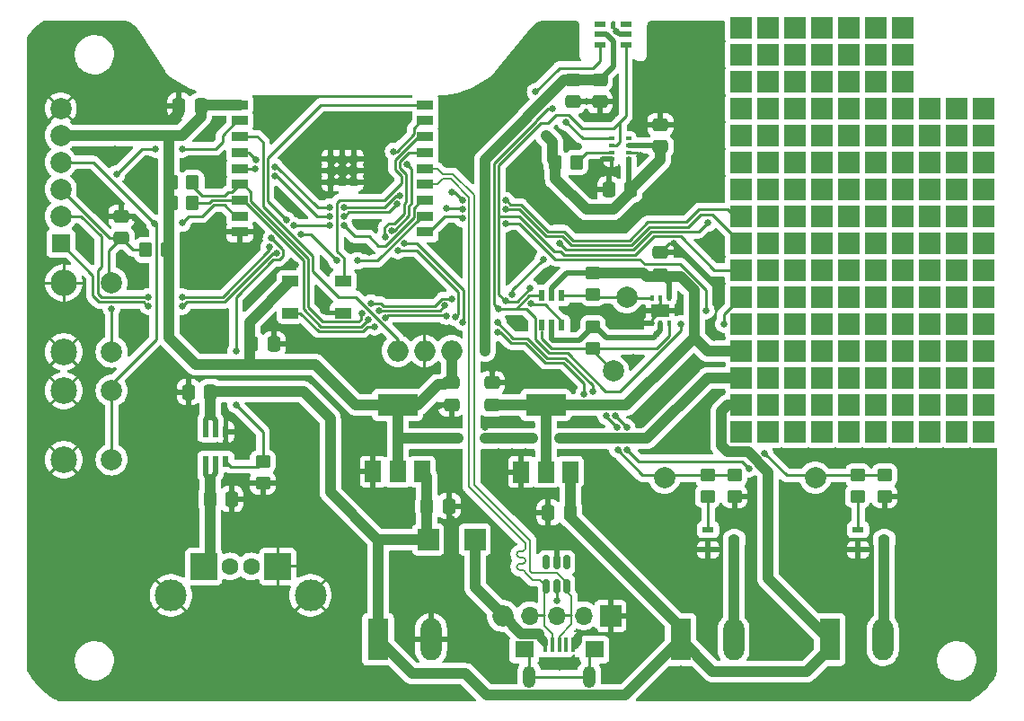
<source format=gtl>
%TF.GenerationSoftware,KiCad,Pcbnew,7.0.1*%
%TF.CreationDate,2023-04-16T19:54:37+01:00*%
%TF.ProjectId,lightweatherV3,6c696768-7477-4656-9174-68657256332e,rev?*%
%TF.SameCoordinates,Original*%
%TF.FileFunction,Copper,L1,Top*%
%TF.FilePolarity,Positive*%
%FSLAX46Y46*%
G04 Gerber Fmt 4.6, Leading zero omitted, Abs format (unit mm)*
G04 Created by KiCad (PCBNEW 7.0.1) date 2023-04-16 19:54:37*
%MOMM*%
%LPD*%
G01*
G04 APERTURE LIST*
G04 Aperture macros list*
%AMRoundRect*
0 Rectangle with rounded corners*
0 $1 Rounding radius*
0 $2 $3 $4 $5 $6 $7 $8 $9 X,Y pos of 4 corners*
0 Add a 4 corners polygon primitive as box body*
4,1,4,$2,$3,$4,$5,$6,$7,$8,$9,$2,$3,0*
0 Add four circle primitives for the rounded corners*
1,1,$1+$1,$2,$3*
1,1,$1+$1,$4,$5*
1,1,$1+$1,$6,$7*
1,1,$1+$1,$8,$9*
0 Add four rect primitives between the rounded corners*
20,1,$1+$1,$2,$3,$4,$5,0*
20,1,$1+$1,$4,$5,$6,$7,0*
20,1,$1+$1,$6,$7,$8,$9,0*
20,1,$1+$1,$8,$9,$2,$3,0*%
G04 Aperture macros list end*
%TA.AperFunction,ComponentPad*%
%ADD10R,2.000000X2.000000*%
%TD*%
%TA.AperFunction,ComponentPad*%
%ADD11O,1.700000X1.700000*%
%TD*%
%TA.AperFunction,ComponentPad*%
%ADD12O,2.000000X2.000000*%
%TD*%
%TA.AperFunction,ComponentPad*%
%ADD13R,1.980000X3.960000*%
%TD*%
%TA.AperFunction,ComponentPad*%
%ADD14O,1.980000X3.960000*%
%TD*%
%TA.AperFunction,ComponentPad*%
%ADD15C,2.500000*%
%TD*%
%TA.AperFunction,ComponentPad*%
%ADD16C,2.000000*%
%TD*%
%TA.AperFunction,SMDPad,CuDef*%
%ADD17RoundRect,0.250000X0.337500X0.475000X-0.337500X0.475000X-0.337500X-0.475000X0.337500X-0.475000X0*%
%TD*%
%TA.AperFunction,SMDPad,CuDef*%
%ADD18R,0.550000X1.000000*%
%TD*%
%TA.AperFunction,SMDPad,CuDef*%
%ADD19R,1.500000X2.000000*%
%TD*%
%TA.AperFunction,SMDPad,CuDef*%
%ADD20R,3.800000X2.000000*%
%TD*%
%TA.AperFunction,SMDPad,CuDef*%
%ADD21C,2.000000*%
%TD*%
%TA.AperFunction,SMDPad,CuDef*%
%ADD22RoundRect,0.250000X0.350000X0.450000X-0.350000X0.450000X-0.350000X-0.450000X0.350000X-0.450000X0*%
%TD*%
%TA.AperFunction,SMDPad,CuDef*%
%ADD23RoundRect,0.250000X0.475000X-0.337500X0.475000X0.337500X-0.475000X0.337500X-0.475000X-0.337500X0*%
%TD*%
%TA.AperFunction,SMDPad,CuDef*%
%ADD24RoundRect,0.250000X-0.450000X0.350000X-0.450000X-0.350000X0.450000X-0.350000X0.450000X0.350000X0*%
%TD*%
%TA.AperFunction,SMDPad,CuDef*%
%ADD25RoundRect,0.150000X-0.150000X0.512500X-0.150000X-0.512500X0.150000X-0.512500X0.150000X0.512500X0*%
%TD*%
%TA.AperFunction,SMDPad,CuDef*%
%ADD26RoundRect,0.250000X-0.475000X0.337500X-0.475000X-0.337500X0.475000X-0.337500X0.475000X0.337500X0*%
%TD*%
%TA.AperFunction,ComponentPad*%
%ADD27C,0.400000*%
%TD*%
%TA.AperFunction,SMDPad,CuDef*%
%ADD28R,0.700000X0.700000*%
%TD*%
%TA.AperFunction,SMDPad,CuDef*%
%ADD29R,1.500000X0.900000*%
%TD*%
%TA.AperFunction,SMDPad,CuDef*%
%ADD30R,2.000000X2.000000*%
%TD*%
%TA.AperFunction,SMDPad,CuDef*%
%ADD31RoundRect,0.250000X-0.337500X-0.475000X0.337500X-0.475000X0.337500X0.475000X-0.337500X0.475000X0*%
%TD*%
%TA.AperFunction,SMDPad,CuDef*%
%ADD32R,1.070000X0.600000*%
%TD*%
%TA.AperFunction,SMDPad,CuDef*%
%ADD33RoundRect,0.250000X-0.350000X-0.450000X0.350000X-0.450000X0.350000X0.450000X-0.350000X0.450000X0*%
%TD*%
%TA.AperFunction,SMDPad,CuDef*%
%ADD34R,0.400000X0.600000*%
%TD*%
%TA.AperFunction,SMDPad,CuDef*%
%ADD35R,1.700000X1.250000*%
%TD*%
%TA.AperFunction,SMDPad,CuDef*%
%ADD36R,1.800000X1.600000*%
%TD*%
%TA.AperFunction,ComponentPad*%
%ADD37O,1.200000X2.100000*%
%TD*%
%TA.AperFunction,SMDPad,CuDef*%
%ADD38R,0.400000X1.350000*%
%TD*%
%TA.AperFunction,SMDPad,CuDef*%
%ADD39R,1.500000X1.000000*%
%TD*%
%TA.AperFunction,ComponentPad*%
%ADD40R,2.500000X2.500000*%
%TD*%
%TA.AperFunction,ComponentPad*%
%ADD41C,1.600000*%
%TD*%
%TA.AperFunction,ComponentPad*%
%ADD42C,3.000000*%
%TD*%
%TA.AperFunction,SMDPad,CuDef*%
%ADD43R,0.500000X0.350000*%
%TD*%
%TA.AperFunction,SMDPad,CuDef*%
%ADD44R,1.000000X0.600000*%
%TD*%
%TA.AperFunction,ComponentPad*%
%ADD45R,1.700000X1.700000*%
%TD*%
%TA.AperFunction,ViaPad*%
%ADD46C,0.650000*%
%TD*%
%TA.AperFunction,Conductor*%
%ADD47C,0.250000*%
%TD*%
%TA.AperFunction,Conductor*%
%ADD48C,1.000000*%
%TD*%
%TA.AperFunction,Conductor*%
%ADD49C,0.200000*%
%TD*%
%TA.AperFunction,Conductor*%
%ADD50C,0.500000*%
%TD*%
G04 APERTURE END LIST*
D10*
X138176000Y-115138200D03*
D11*
X135636000Y-115138200D03*
X133096000Y-115138200D03*
X130556000Y-115138200D03*
D12*
X128016000Y-115138200D03*
D13*
X144790000Y-117370000D03*
D14*
X149790000Y-117370000D03*
D13*
X116270000Y-117360000D03*
D14*
X121270000Y-117360000D03*
D13*
X158850000Y-117370000D03*
D14*
X163850000Y-117370000D03*
D10*
X153035000Y-59690000D03*
X150495000Y-59690000D03*
X158115000Y-59690000D03*
X165735000Y-59690000D03*
X163195000Y-59690000D03*
X160655000Y-59690000D03*
X155575000Y-59690000D03*
X153035000Y-62230000D03*
X150495000Y-62230000D03*
X158115000Y-62230000D03*
X165735000Y-62230000D03*
X163195000Y-62230000D03*
X160655000Y-62230000D03*
X155575000Y-62230000D03*
X153035000Y-64770000D03*
X150495000Y-64770000D03*
X158115000Y-64770000D03*
X165735000Y-64770000D03*
X163195000Y-64770000D03*
X160655000Y-64770000D03*
X155575000Y-64770000D03*
X153035000Y-67310000D03*
X168275000Y-67310000D03*
X158115000Y-67310000D03*
X173355000Y-67310000D03*
X150495000Y-67310000D03*
X170815000Y-67310000D03*
X165735000Y-67310000D03*
X160655000Y-67310000D03*
X155575000Y-67310000D03*
X163195000Y-67310000D03*
X153035000Y-69850000D03*
X168275000Y-69850000D03*
X158115000Y-69850000D03*
X173355000Y-69850000D03*
X150495000Y-69850000D03*
X170815000Y-69850000D03*
X165735000Y-69850000D03*
X160655000Y-69850000D03*
X155575000Y-69850000D03*
X163195000Y-69850000D03*
X173355000Y-72390000D03*
X168275000Y-72390000D03*
X170815000Y-72390000D03*
X153035000Y-72390000D03*
X158115000Y-72390000D03*
X160655000Y-72390000D03*
X165735000Y-72390000D03*
X163195000Y-72390000D03*
X155575000Y-72390000D03*
X150495000Y-72390000D03*
D15*
X86650000Y-100405000D03*
X86650000Y-93905000D03*
D16*
X91150000Y-100405000D03*
X91150000Y-93905000D03*
D17*
X99589500Y-67056000D03*
X97514500Y-67056000D03*
D10*
X153035000Y-77470000D03*
X168275000Y-80010000D03*
X165735000Y-92710000D03*
D18*
X133580000Y-84960000D03*
X132630000Y-84960000D03*
X131680000Y-84960000D03*
X131680000Y-87760000D03*
X132630000Y-87760000D03*
X133580000Y-87760000D03*
D10*
X160655000Y-77470000D03*
D19*
X129780000Y-101575000D03*
X132080000Y-101575000D03*
D20*
X132080000Y-95275000D03*
D19*
X134380000Y-101575000D03*
D10*
X168275000Y-92710000D03*
D21*
X139700000Y-85090000D03*
D10*
X155575000Y-87630000D03*
D21*
X138430000Y-92075000D03*
D10*
X163195000Y-82550000D03*
D22*
X96377000Y-80645000D03*
X94377000Y-80645000D03*
D10*
X168275000Y-85090000D03*
D23*
X127000000Y-95250000D03*
X127000000Y-93175000D03*
D10*
X155575000Y-77470000D03*
X160655000Y-97790000D03*
X160655000Y-85090000D03*
D24*
X136525000Y-87900000D03*
X136525000Y-89900000D03*
D10*
X158115000Y-95250000D03*
X173355000Y-90170000D03*
D25*
X134046000Y-112389500D03*
X133096000Y-112389500D03*
X132146000Y-112389500D03*
X132146000Y-110114500D03*
X133096000Y-110114500D03*
X134046000Y-110114500D03*
D26*
X137160000Y-64600000D03*
X137160000Y-66675000D03*
D10*
X170815000Y-87630000D03*
X170815000Y-82550000D03*
X158115000Y-77470000D03*
X155575000Y-82550000D03*
D17*
X132312500Y-105410000D03*
X134387500Y-105410000D03*
D10*
X155575000Y-74930000D03*
X165735000Y-95250000D03*
X170815000Y-92710000D03*
D27*
X113478500Y-74250000D03*
X112378500Y-74250000D03*
X114028500Y-73700000D03*
X112928500Y-73700000D03*
X111828500Y-73700000D03*
X113478500Y-73150000D03*
X112378500Y-73150000D03*
X114028500Y-72600000D03*
X112928500Y-72600000D03*
X111828500Y-72600000D03*
X113478500Y-72050000D03*
X112378500Y-72050000D03*
D28*
X114028500Y-74250000D03*
X112928500Y-74250000D03*
X111828500Y-74250000D03*
X114028500Y-73150000D03*
X112928500Y-73150000D03*
X111828500Y-73150000D03*
X114028500Y-72050000D03*
X112928500Y-72050000D03*
X111828500Y-72050000D03*
D29*
X120718500Y-66950000D03*
X120718500Y-68450000D03*
X120718500Y-69950000D03*
X120718500Y-71450000D03*
X120718500Y-72950000D03*
X120718500Y-74450000D03*
X120718500Y-75950000D03*
X120718500Y-77450000D03*
X120718500Y-78950000D03*
X103218500Y-78950000D03*
X103218500Y-77450000D03*
X103218500Y-75950000D03*
X103218500Y-74450000D03*
X103218500Y-72950000D03*
X103218500Y-71450000D03*
X103218500Y-69950000D03*
X103218500Y-68450000D03*
X103218500Y-66950000D03*
D10*
X155575000Y-90170000D03*
X163195000Y-92710000D03*
X173355000Y-95250000D03*
X160655000Y-80010000D03*
X168275000Y-90170000D03*
X170815000Y-77470000D03*
D30*
X120990000Y-107950000D03*
X125390000Y-107950000D03*
D10*
X173355000Y-92710000D03*
X158115000Y-85090000D03*
D31*
X104372500Y-89535000D03*
X106447500Y-89535000D03*
D32*
X161510000Y-107010000D03*
X161510000Y-108910000D03*
X163990000Y-107960000D03*
D10*
X153035000Y-74930000D03*
X173355000Y-87630000D03*
D19*
X115810000Y-101550000D03*
X118110000Y-101550000D03*
D20*
X118110000Y-95250000D03*
D19*
X120410000Y-101550000D03*
D10*
X163195000Y-95250000D03*
X165735000Y-77470000D03*
X155575000Y-97790000D03*
X165735000Y-85090000D03*
X165735000Y-97790000D03*
X173355000Y-82550000D03*
D24*
X161480000Y-101880000D03*
X161480000Y-103880000D03*
D10*
X163195000Y-87630000D03*
X150495000Y-97790000D03*
X150495000Y-95250000D03*
X150495000Y-92710000D03*
X150495000Y-90170000D03*
X150495000Y-87630000D03*
X150495000Y-85090000D03*
X150495000Y-82550000D03*
X150495000Y-80010000D03*
X150495000Y-77470000D03*
X150495000Y-74930000D03*
X168275000Y-87630000D03*
X173355000Y-80010000D03*
D23*
X142875000Y-70887500D03*
X142875000Y-68812500D03*
D31*
X100410100Y-104140000D03*
X102485100Y-104140000D03*
D10*
X173355000Y-97790000D03*
D17*
X100478500Y-94030800D03*
X98403500Y-94030800D03*
D33*
X96790000Y-74295000D03*
X98790000Y-74295000D03*
D34*
X143675000Y-85160000D03*
X142875000Y-85160000D03*
X142075000Y-85160000D03*
X142075000Y-87560000D03*
X142875000Y-87560000D03*
X143675000Y-87560000D03*
D35*
X142875000Y-86360000D03*
D10*
X160655000Y-92710000D03*
X153035000Y-85090000D03*
D24*
X105410000Y-100600000D03*
X105410000Y-102600000D03*
D10*
X170815000Y-80010000D03*
X165735000Y-87630000D03*
D18*
X100015000Y-100590000D03*
X100965000Y-100590000D03*
X101915000Y-100590000D03*
X101915000Y-97790000D03*
X100965000Y-97790000D03*
X100015000Y-97790000D03*
D10*
X160655000Y-74930000D03*
X155575000Y-95250000D03*
D23*
X92075000Y-79545000D03*
X92075000Y-77470000D03*
D17*
X140102500Y-74940000D03*
X138027500Y-74940000D03*
D36*
X136650000Y-118320000D03*
D37*
X136180000Y-120870000D03*
X130520000Y-120870000D03*
D36*
X130050000Y-118320000D03*
D38*
X134650000Y-117890000D03*
X134000000Y-117890000D03*
X133350000Y-117890000D03*
X132700000Y-117890000D03*
X132050000Y-117890000D03*
D24*
X147340000Y-101880000D03*
X147340000Y-103880000D03*
D10*
X160655000Y-87630000D03*
X155575000Y-80010000D03*
D33*
X96790000Y-76200000D03*
X98790000Y-76200000D03*
D10*
X153035000Y-95250000D03*
X168275000Y-74930000D03*
X163195000Y-85090000D03*
X165735000Y-80010000D03*
D24*
X164020000Y-101870000D03*
X164020000Y-103870000D03*
D10*
X153035000Y-87630000D03*
D24*
X149880000Y-101880000D03*
X149880000Y-103880000D03*
D39*
X107990000Y-83590000D03*
X107990000Y-86590000D03*
X112990000Y-86590000D03*
X112990000Y-83590000D03*
D10*
X170815000Y-74930000D03*
X158115000Y-90170000D03*
X165735000Y-82550000D03*
D26*
X134620000Y-66675000D03*
X134620000Y-64600000D03*
D10*
X163195000Y-80010000D03*
D12*
X118125000Y-90170000D03*
X120665000Y-90170000D03*
X123205000Y-90170000D03*
D10*
X155575000Y-85090000D03*
X173355000Y-74930000D03*
X153035000Y-82550000D03*
X153035000Y-92710000D03*
X160655000Y-82550000D03*
X163195000Y-90170000D03*
X168275000Y-77470000D03*
D15*
X86650000Y-90245000D03*
X86650000Y-83745000D03*
D16*
X91150000Y-90245000D03*
X91150000Y-83745000D03*
D10*
X158115000Y-82550000D03*
D32*
X147370000Y-107010000D03*
X147370000Y-108910000D03*
X149850000Y-107960000D03*
D21*
X143256000Y-102108000D03*
D10*
X165735000Y-74930000D03*
X153035000Y-80010000D03*
X168275000Y-97790000D03*
X163195000Y-97790000D03*
D24*
X136525000Y-82820000D03*
X136525000Y-84820000D03*
D10*
X158115000Y-80010000D03*
X163195000Y-74930000D03*
D26*
X123190000Y-93175000D03*
X123190000Y-95250000D03*
D10*
X173355000Y-77470000D03*
X158115000Y-87630000D03*
D40*
X99822000Y-110490000D03*
D41*
X102322000Y-110490000D03*
X104322000Y-110490000D03*
D40*
X106822000Y-110490000D03*
D42*
X96752000Y-113200000D03*
X109892000Y-113200000D03*
D10*
X158115000Y-97790000D03*
X168275000Y-82550000D03*
X158115000Y-92710000D03*
X173355000Y-85090000D03*
D31*
X120882500Y-104785000D03*
X122957500Y-104785000D03*
D21*
X157480000Y-102108000D03*
D10*
X170815000Y-90170000D03*
D43*
X138265000Y-72095000D03*
X138265000Y-71445000D03*
X138265000Y-70795000D03*
X138265000Y-70145000D03*
X139865000Y-70145000D03*
X139865000Y-70795000D03*
X139865000Y-71445000D03*
X139865000Y-72095000D03*
D10*
X160655000Y-95250000D03*
X170815000Y-95250000D03*
D23*
X142875000Y-82952500D03*
X142875000Y-80877500D03*
D33*
X132985000Y-72390000D03*
X134985000Y-72390000D03*
D10*
X153035000Y-90170000D03*
X170815000Y-97790000D03*
X170815000Y-85090000D03*
X165735000Y-90170000D03*
X163195000Y-77470000D03*
X168275000Y-95250000D03*
X155575000Y-92710000D03*
X160655000Y-90170000D03*
X158115000Y-74930000D03*
X153035000Y-97790000D03*
D44*
X137230000Y-59325000D03*
X137230000Y-60325000D03*
X137230000Y-61325000D03*
X139630000Y-61325000D03*
X139630000Y-60325000D03*
X139630000Y-59325000D03*
D45*
X86360000Y-80010000D03*
D16*
X86360000Y-77470000D03*
X86360000Y-74930000D03*
X86360000Y-72390000D03*
X86360000Y-69850000D03*
X86360000Y-67310000D03*
D46*
X126365000Y-90170000D03*
X108458000Y-82042000D03*
X118111674Y-80675358D03*
X118761016Y-80026016D03*
X117524285Y-78789285D03*
X116923597Y-79389975D03*
X129540000Y-87630000D03*
X135128000Y-70866000D03*
X136652000Y-116586000D03*
X133096000Y-113687497D03*
X135128000Y-97028000D03*
X108458000Y-76835000D03*
X114808000Y-78409800D03*
X115443000Y-80899000D03*
X147955000Y-81280000D03*
X147320000Y-78105000D03*
X147167478Y-86360000D03*
X163195000Y-105410000D03*
X154686000Y-100076000D03*
X130366999Y-68136999D03*
X130810000Y-98425000D03*
X126365000Y-98425000D03*
X132080000Y-69850000D03*
X133350000Y-98425000D03*
X123825000Y-98425000D03*
X91150000Y-86189500D03*
X91607299Y-73492701D03*
X97790000Y-71120000D03*
X95250000Y-71120000D03*
X114935000Y-99695000D03*
X127635000Y-102235000D03*
X130175000Y-103505000D03*
X103124000Y-97028000D03*
X127000000Y-92075000D03*
X93345000Y-82550000D03*
X143510000Y-93980000D03*
X131591514Y-83299608D03*
X149860000Y-105410000D03*
X160020000Y-107950000D03*
X137160000Y-68106919D03*
X103124000Y-100076000D03*
X102108000Y-99060000D03*
X125984000Y-68580000D03*
X123190000Y-106045000D03*
X140335000Y-90805000D03*
X146685000Y-110490000D03*
X128905000Y-99695000D03*
X98552000Y-99060000D03*
X93980000Y-73279000D03*
X145415000Y-109220000D03*
X107950000Y-89535000D03*
X133032500Y-108585000D03*
X114300000Y-68580000D03*
X142875000Y-86360000D03*
X145415000Y-110490000D03*
X114935000Y-103505000D03*
X160020000Y-110490000D03*
X93345000Y-88265000D03*
X99568000Y-99060000D03*
X127635000Y-99695000D03*
X98552000Y-100076000D03*
X129540000Y-81915000D03*
X161290000Y-110490000D03*
X127635000Y-100965000D03*
X144145000Y-98425000D03*
X142875000Y-67564000D03*
X113665000Y-99695000D03*
X113665000Y-100965000D03*
X88900000Y-81280000D03*
X103733600Y-104140000D03*
X116205000Y-103505000D03*
X97155000Y-93980000D03*
X116205000Y-99695000D03*
X135890000Y-66675000D03*
X162560000Y-110490000D03*
X145415000Y-107950000D03*
X117475000Y-103505000D03*
X103124000Y-99060000D03*
X147955000Y-110490000D03*
X118872000Y-84074000D03*
X103124000Y-98044000D03*
X93345000Y-77639267D03*
X99568000Y-70104000D03*
X103124000Y-80264000D03*
X113665000Y-103505000D03*
X130175000Y-99695000D03*
X137160000Y-72390000D03*
X96901000Y-68326000D03*
X107315000Y-67945000D03*
X98552000Y-97028000D03*
X138747500Y-60007500D03*
X113665000Y-102235000D03*
X131445000Y-103505000D03*
X98552000Y-98044000D03*
X144145000Y-80024500D03*
X100330000Y-88265000D03*
X127635000Y-103505000D03*
X140970000Y-71755000D03*
X128905000Y-103505000D03*
X111125000Y-81915000D03*
X144780000Y-120142000D03*
X105410000Y-103835200D03*
X122009431Y-95339431D03*
X111125000Y-86360000D03*
X133350000Y-120015000D03*
X160020000Y-109220000D03*
X101092000Y-99060000D03*
X100330000Y-72390000D03*
X147955000Y-88900000D03*
X135255000Y-116840000D03*
X140970000Y-87630000D03*
X126365000Y-97400500D03*
X122936000Y-80518000D03*
X160020000Y-106680000D03*
X91440000Y-71120000D03*
X145415000Y-106680000D03*
X136525000Y-74930000D03*
X104760500Y-72102655D03*
X113044500Y-76620498D03*
X106509500Y-72796400D03*
X123190000Y-75184000D03*
X118280500Y-75500019D03*
X111745500Y-76620497D03*
X124245500Y-75985497D03*
X128289500Y-75985497D03*
X124245500Y-76835000D03*
X104700000Y-72950000D03*
X122682000Y-76708000D03*
X113044500Y-77470000D03*
X128289500Y-76835000D03*
X118070560Y-76323171D03*
X106509500Y-73645903D03*
X111745500Y-77470000D03*
X130581400Y-84277200D03*
X130692714Y-85720814D03*
X123190000Y-85230672D03*
X114715734Y-86579266D03*
X128269500Y-85430172D03*
X115634266Y-85660734D03*
X133985000Y-68580000D03*
X122583218Y-85880172D03*
X116348032Y-86374500D03*
X144780000Y-87630000D03*
X127590134Y-86176265D03*
X148844000Y-87630000D03*
X115316423Y-87179955D03*
X132715000Y-67310000D03*
X131127500Y-65722500D03*
X95222500Y-78132500D03*
X97790000Y-78105000D03*
X128289500Y-78135515D03*
X124245500Y-77684503D03*
X97790000Y-85939503D03*
X109011912Y-79202088D03*
X94615418Y-85925002D03*
X114300000Y-81661000D03*
X106684808Y-80920998D03*
X112395000Y-81661000D03*
X111731481Y-78319387D03*
X108331000Y-78359000D03*
X106043980Y-80363330D03*
X113044500Y-78319503D03*
X97790000Y-85090000D03*
X94615000Y-85075500D03*
X139700000Y-99449500D03*
X152679931Y-99796069D03*
X151231069Y-101244931D03*
X127537092Y-87475765D03*
X139700000Y-97400500D03*
X138599000Y-96299500D03*
X136525000Y-93980000D03*
X123524978Y-86979672D03*
X138850497Y-99449500D03*
X117744783Y-71341423D03*
X138781468Y-97400500D03*
X124245500Y-87429672D03*
X137749497Y-96299500D03*
X118957334Y-72602333D03*
X135686800Y-94250500D03*
X127505933Y-88394067D03*
X106235718Y-79535750D03*
X107654723Y-77844899D03*
X102870000Y-95250000D03*
X102870000Y-90170000D03*
X142557500Y-88582500D03*
X144462500Y-90487500D03*
X128919500Y-84836000D03*
X133350000Y-80010000D03*
X116983032Y-87009500D03*
X122681936Y-86875107D03*
X115951422Y-87863766D03*
X131826000Y-81534000D03*
D47*
X140834500Y-100584000D02*
X139700000Y-99449500D01*
X150570138Y-100584000D02*
X140834500Y-100584000D01*
X151231069Y-101244931D02*
X150570138Y-100584000D01*
X138850497Y-99519236D02*
X141211261Y-101880000D01*
X141211261Y-101880000D02*
X147340000Y-101880000D01*
X138850497Y-99449500D02*
X138850497Y-99519236D01*
X118491119Y-80675358D02*
X118491777Y-80676016D01*
X118491777Y-80676016D02*
X119917620Y-80676016D01*
X119917620Y-80676016D02*
X123840000Y-84598396D01*
X123840000Y-84598396D02*
X123840000Y-86664650D01*
X118111674Y-80675358D02*
X118491119Y-80675358D01*
X123840000Y-86664650D02*
X123524978Y-86979672D01*
X124290000Y-87385172D02*
X124245500Y-87429672D01*
X124290000Y-84412000D02*
X124290000Y-87385172D01*
X119904016Y-80026016D02*
X124290000Y-84412000D01*
X118761016Y-80026016D02*
X119904016Y-80026016D01*
X116553505Y-85660734D02*
X115634266Y-85660734D01*
X121634151Y-85910000D02*
X116802771Y-85910000D01*
X122313479Y-85230672D02*
X121634151Y-85910000D01*
X123190000Y-85230672D02*
X122313479Y-85230672D01*
X116802771Y-85910000D02*
X116553505Y-85660734D01*
D48*
X126365000Y-72138997D02*
X130366999Y-68136999D01*
X126365000Y-90170000D02*
X126365000Y-72138997D01*
D47*
X122616829Y-86810000D02*
X117182532Y-86810000D01*
X117182532Y-86810000D02*
X116983032Y-87009500D01*
X122681936Y-86875107D02*
X122616829Y-86810000D01*
X122103390Y-86360000D02*
X116362532Y-86360000D01*
X122583218Y-85880172D02*
X122103390Y-86360000D01*
X116362532Y-86360000D02*
X116348032Y-86374500D01*
D49*
X133130396Y-111125000D02*
X130740686Y-111125000D01*
X134046000Y-112389500D02*
X134046000Y-112040604D01*
X125320000Y-102776800D02*
X125320000Y-75471800D01*
X125320000Y-75471800D02*
X123323200Y-73475000D01*
X130740686Y-111125000D02*
X130575000Y-110959314D01*
X134046000Y-112040604D02*
X133130396Y-111125000D01*
X130575000Y-110959314D02*
X130575000Y-108031800D01*
X130575000Y-108031800D02*
X125320000Y-102776800D01*
X123323200Y-73475000D02*
X122368501Y-73475000D01*
X122368501Y-73475000D02*
X121843501Y-72950000D01*
X121843501Y-72950000D02*
X120718500Y-72950000D01*
D47*
X137230000Y-62795000D02*
X137230000Y-61325000D01*
X136525000Y-63500000D02*
X137230000Y-62795000D01*
X133350000Y-63500000D02*
X136525000Y-63500000D01*
X131127500Y-65722500D02*
X133350000Y-63500000D01*
X123444003Y-75184000D02*
X123190000Y-75184000D01*
X124245500Y-75985497D02*
X123444003Y-75184000D01*
X149860000Y-77470000D02*
X150495000Y-77470000D01*
X149225000Y-76835000D02*
X149860000Y-77470000D01*
X146530584Y-76835000D02*
X149225000Y-76835000D01*
X145340584Y-78025000D02*
X146530584Y-76835000D01*
X141680812Y-78025000D02*
X145340584Y-78025000D01*
X139960812Y-79745000D02*
X141680812Y-78025000D01*
X134673896Y-79745000D02*
X139960812Y-79745000D01*
X129726396Y-76385000D02*
X132266396Y-78925000D01*
X132266396Y-78925000D02*
X132879365Y-78925000D01*
X133838896Y-78910000D02*
X134673896Y-79745000D01*
X128758739Y-76385000D02*
X129726396Y-76385000D01*
X132894365Y-78910000D02*
X133838896Y-78910000D01*
X128359236Y-75985497D02*
X128758739Y-76385000D01*
X128289500Y-75985497D02*
X128359236Y-75985497D01*
X132879365Y-78925000D02*
X132894365Y-78910000D01*
X147770000Y-77285000D02*
X150495000Y-80010000D01*
X146716980Y-77285000D02*
X147770000Y-77285000D01*
X145526980Y-78475000D02*
X146716980Y-77285000D01*
X141867208Y-78475000D02*
X145526980Y-78475000D01*
X140147208Y-80195000D02*
X141867208Y-78475000D01*
X134487500Y-80195000D02*
X140147208Y-80195000D01*
X132080000Y-79375000D02*
X133065761Y-79375000D01*
X133080761Y-79360000D02*
X133652500Y-79360000D01*
X129540000Y-76835000D02*
X132080000Y-79375000D01*
X133652500Y-79360000D02*
X134487500Y-80195000D01*
X128289500Y-76835000D02*
X129540000Y-76835000D01*
X133065761Y-79375000D02*
X133080761Y-79360000D01*
X147167478Y-84405752D02*
X147167478Y-86360000D01*
X144756726Y-81995000D02*
X147167478Y-84405752D01*
X141390913Y-81995000D02*
X144756726Y-81995000D01*
X140940913Y-81545000D02*
X141390913Y-81995000D01*
X132977208Y-81545000D02*
X140940913Y-81545000D01*
X129567723Y-78135515D02*
X132977208Y-81545000D01*
X128289500Y-78135515D02*
X129567723Y-78135515D01*
X147956396Y-82550000D02*
X150495000Y-82550000D01*
X144781396Y-79375000D02*
X147956396Y-82550000D01*
X142240000Y-79375000D02*
X144781396Y-79375000D01*
X140520000Y-81095000D02*
X142240000Y-79375000D01*
X127655000Y-77485000D02*
X129553604Y-77485000D01*
X133475604Y-80772000D02*
X133798604Y-81095000D01*
X133798604Y-81095000D02*
X140520000Y-81095000D01*
X127640000Y-77470000D02*
X127655000Y-77485000D01*
X132840604Y-80772000D02*
X133475604Y-80772000D01*
X127640000Y-78100000D02*
X127640000Y-77470000D01*
X129553604Y-77485000D02*
X132840604Y-80772000D01*
X127640000Y-72667120D02*
X127640000Y-78100000D01*
X134254239Y-67930000D02*
X133014239Y-67930000D01*
X131641999Y-68665121D02*
X127640000Y-72667120D01*
X135539239Y-69215000D02*
X134254239Y-67930000D01*
X139630000Y-68015000D02*
X138430000Y-69215000D01*
X132279118Y-68665121D02*
X131641999Y-68665121D01*
X138430000Y-69215000D02*
X135539239Y-69215000D01*
X133014239Y-67930000D02*
X132279118Y-68665121D01*
X139630000Y-61325000D02*
X139630000Y-68015000D01*
X127640000Y-84800672D02*
X127640000Y-78100000D01*
X128269500Y-85430172D02*
X127640000Y-84800672D01*
X135550000Y-70145000D02*
X138265000Y-70145000D01*
X133985000Y-68580000D02*
X135550000Y-70145000D01*
D48*
X132715000Y-70485000D02*
X132715000Y-72120000D01*
X132080000Y-69850000D02*
X132715000Y-70485000D01*
X132715000Y-72120000D02*
X132985000Y-72390000D01*
D47*
X132294226Y-67310000D02*
X132715000Y-67310000D01*
X127190000Y-72480723D02*
X131191999Y-68478725D01*
X131191999Y-68478725D02*
X131191999Y-68412227D01*
X131191999Y-68412227D02*
X132294226Y-67310000D01*
X127590134Y-86176265D02*
X127190000Y-85776131D01*
X127190000Y-85776131D02*
X127190000Y-72480723D01*
X135686800Y-93217092D02*
X135686800Y-94250500D01*
X133735708Y-91266000D02*
X135686800Y-93217092D01*
X132028812Y-91266000D02*
X133735708Y-91266000D01*
X130180000Y-89417188D02*
X132028812Y-91266000D01*
X127788071Y-88394067D02*
X128811192Y-89417188D01*
X128811192Y-89417188D02*
X130180000Y-89417188D01*
X127505933Y-88394067D02*
X127788071Y-88394067D01*
X154763862Y-101880000D02*
X161480000Y-101880000D01*
X152679931Y-99796069D02*
X154763862Y-101880000D01*
X110664208Y-88315000D02*
X108939208Y-86590000D01*
X114817774Y-88315000D02*
X110664208Y-88315000D01*
X115269008Y-87863766D02*
X114817774Y-88315000D01*
X115951422Y-87863766D02*
X115269008Y-87863766D01*
X108939208Y-86590000D02*
X107990000Y-86590000D01*
X109220000Y-81601500D02*
X103568500Y-75950000D01*
X103568500Y-75950000D02*
X103218500Y-75950000D01*
X109220000Y-86234396D02*
X109220000Y-81601500D01*
X110850604Y-87865000D02*
X109220000Y-86234396D01*
X114631378Y-87865000D02*
X110850604Y-87865000D01*
X115316423Y-87179955D02*
X114631378Y-87865000D01*
X103568500Y-74450000D02*
X103218500Y-74450000D01*
X104293500Y-75175000D02*
X103568500Y-74450000D01*
X109670000Y-86048000D02*
X109670000Y-81415104D01*
X111037000Y-87415000D02*
X109670000Y-86048000D01*
X114666423Y-87193559D02*
X114444982Y-87415000D01*
X104293500Y-76038604D02*
X104293500Y-75175000D01*
X114666423Y-86628577D02*
X114666423Y-87193559D01*
X114444982Y-87415000D02*
X111037000Y-87415000D01*
X109670000Y-81415104D02*
X104293500Y-76038604D01*
X106403681Y-81559110D02*
X102870000Y-85092792D01*
X106235718Y-79535750D02*
X107202984Y-80503016D01*
X107202984Y-80503016D02*
X107194524Y-80511476D01*
X106415569Y-81570998D02*
X106403681Y-81559110D01*
X107194524Y-80511476D02*
X107334808Y-80651759D01*
X107334808Y-80651759D02*
X107334808Y-81190237D01*
X107334808Y-81190237D02*
X106954047Y-81570998D01*
X106954047Y-81570998D02*
X106415569Y-81570998D01*
X102870000Y-85092792D02*
X102870000Y-90170000D01*
X97859736Y-85939503D02*
X97790000Y-85939503D01*
X98259239Y-85540000D02*
X97859736Y-85939503D01*
X101786396Y-85540000D02*
X98259239Y-85540000D01*
X106405398Y-80920998D02*
X101786396Y-85540000D01*
X106684808Y-80920998D02*
X106405398Y-80920998D01*
D48*
X149225000Y-95250000D02*
X150495000Y-95250000D01*
X151130000Y-99695000D02*
X149225000Y-99695000D01*
X148590000Y-99060000D02*
X148590000Y-95885000D01*
X148590000Y-95885000D02*
X149225000Y-95250000D01*
X153035000Y-111633000D02*
X153035000Y-101600000D01*
X158772000Y-117370000D02*
X153035000Y-111633000D01*
X158850000Y-117370000D02*
X158772000Y-117370000D01*
X153035000Y-101600000D02*
X151130000Y-99695000D01*
X149225000Y-99695000D02*
X148590000Y-99060000D01*
X125390000Y-112436000D02*
X125390000Y-107950000D01*
X128016000Y-115062000D02*
X125390000Y-112436000D01*
D47*
X106043980Y-80646020D02*
X101600000Y-85090000D01*
X106043980Y-80363330D02*
X106043980Y-80646020D01*
X101600000Y-85090000D02*
X97790000Y-85090000D01*
X124118500Y-76708000D02*
X124245500Y-76835000D01*
X122682000Y-76708000D02*
X124118500Y-76708000D01*
X120368500Y-68450000D02*
X120718500Y-68450000D01*
X119643500Y-69175000D02*
X120368500Y-68450000D01*
X118026920Y-71341423D02*
X119643500Y-69724843D01*
X119643500Y-69724843D02*
X119643500Y-69175000D01*
X117744783Y-71341423D02*
X118026920Y-71341423D01*
X119191135Y-71450000D02*
X120718500Y-71450000D01*
X118307334Y-72333801D02*
X119191135Y-71450000D01*
X118307334Y-72871572D02*
X118307334Y-72333801D01*
X118930000Y-73494238D02*
X118307334Y-72871572D01*
X118930000Y-76115708D02*
X118930000Y-73494238D01*
X118743500Y-76302208D02*
X118930000Y-76115708D01*
X118743500Y-77215812D02*
X118743500Y-76302208D01*
X117793524Y-78139285D02*
X117806776Y-78152536D01*
X117255046Y-78139285D02*
X117793524Y-78139285D01*
X116923597Y-79107836D02*
X116874285Y-79058524D01*
X116923597Y-79389975D02*
X116923597Y-79107836D01*
X116874285Y-78520046D02*
X117255046Y-78139285D01*
X116874285Y-79058524D02*
X116874285Y-78520046D01*
X117806776Y-78152536D02*
X118743500Y-77215812D01*
X119380000Y-73024999D02*
X118957334Y-72602333D01*
X119380000Y-76302104D02*
X119380000Y-73024999D01*
X119193500Y-76488604D02*
X119380000Y-76302104D01*
X119193500Y-77402208D02*
X119193500Y-76488604D01*
X117806423Y-78789285D02*
X119193500Y-77402208D01*
X117524285Y-78789285D02*
X117806423Y-78789285D01*
X120054739Y-69950000D02*
X120718500Y-69950000D01*
X117857334Y-72147405D02*
X120054739Y-69950000D01*
X117857334Y-73057968D02*
X117857334Y-72147405D01*
X112395000Y-76205000D02*
X112629502Y-75970498D01*
X112395000Y-80741761D02*
X112395000Y-76205000D01*
X118480000Y-73680634D02*
X117857334Y-73057968D01*
X118480000Y-74358096D02*
X118480000Y-73680634D01*
X116867598Y-75970498D02*
X118480000Y-74358096D01*
X113045000Y-81391761D02*
X112395000Y-80741761D01*
X113045000Y-83535000D02*
X113045000Y-81391761D01*
X112629502Y-75970498D02*
X116867598Y-75970498D01*
X112990000Y-83590000D02*
X113045000Y-83535000D01*
X113114237Y-77470000D02*
X113044500Y-77470000D01*
X117323233Y-77070498D02*
X113513739Y-77070498D01*
X113513739Y-77070498D02*
X113114237Y-77470000D01*
X118070560Y-76323171D02*
X117323233Y-77070498D01*
X116853994Y-76620498D02*
X113044500Y-76620498D01*
X118280500Y-75500019D02*
X117974473Y-75500019D01*
X117974473Y-75500019D02*
X116853994Y-76620498D01*
D48*
X120882500Y-102022500D02*
X120410000Y-101550000D01*
X120882500Y-104785000D02*
X120882500Y-102022500D01*
X100509300Y-94000000D02*
X100478500Y-94030800D01*
X109240000Y-94000000D02*
X100509300Y-94000000D01*
X111760000Y-96520000D02*
X109240000Y-94000000D01*
X111760000Y-103505000D02*
X111760000Y-96520000D01*
X116205000Y-107950000D02*
X111760000Y-103505000D01*
X120110000Y-107950000D02*
X116205000Y-107950000D01*
X116270000Y-108015000D02*
X116205000Y-107950000D01*
X116270000Y-117360000D02*
X116270000Y-108015000D01*
D47*
X90890000Y-83485000D02*
X90890000Y-80730000D01*
X90890000Y-80730000D02*
X92075000Y-79545000D01*
X91150000Y-83745000D02*
X90890000Y-83485000D01*
D48*
X144790000Y-116215000D02*
X134387500Y-105812500D01*
X134387500Y-105812500D02*
X134387500Y-105410000D01*
X144790000Y-117370000D02*
X144790000Y-116215000D01*
D47*
X133922104Y-90816000D02*
X136525000Y-93418896D01*
X136525000Y-93418896D02*
X136525000Y-93980000D01*
X127537092Y-87506692D02*
X128997588Y-88967188D01*
X128997588Y-88967188D02*
X130366396Y-88967188D01*
X127537092Y-87475765D02*
X127537092Y-87506692D01*
X130366396Y-88967188D02*
X132215208Y-90816000D01*
X132215208Y-90816000D02*
X133922104Y-90816000D01*
X144780000Y-88266396D02*
X144780000Y-87630000D01*
X142696396Y-90350000D02*
X144780000Y-88266396D01*
X142695000Y-90350000D02*
X142696396Y-90350000D01*
X139065000Y-93980000D02*
X142695000Y-90350000D01*
X131080000Y-89044396D02*
X132401604Y-90366000D01*
X137722500Y-93980000D02*
X139065000Y-93980000D01*
X131080000Y-87036400D02*
X131080000Y-89044396D01*
X134108500Y-90366000D02*
X137722500Y-93980000D01*
X127590134Y-86176265D02*
X130219865Y-86176265D01*
X132401604Y-90366000D02*
X134108500Y-90366000D01*
X130219865Y-86176265D02*
X131080000Y-87036400D01*
X133580000Y-87352000D02*
X133580000Y-87760000D01*
X130756900Y-85785000D02*
X132013000Y-85785000D01*
X130692714Y-85720814D02*
X130756900Y-85785000D01*
X132013000Y-85785000D02*
X133580000Y-87352000D01*
X130534996Y-84960000D02*
X131680000Y-84960000D01*
X129318731Y-86176265D02*
X130534996Y-84960000D01*
X128325328Y-85486000D02*
X128269500Y-85430172D01*
X129372600Y-85486000D02*
X128325328Y-85486000D01*
X130581400Y-84277200D02*
X129372600Y-85486000D01*
X111691868Y-78359000D02*
X108331000Y-78359000D01*
X111731481Y-78319387D02*
X111691868Y-78359000D01*
X120368500Y-75950000D02*
X120718500Y-75950000D01*
X119643500Y-77588604D02*
X119643500Y-76675000D01*
X116302047Y-80264000D02*
X116968104Y-80264000D01*
X115413047Y-79375000D02*
X116302047Y-80264000D01*
X114099997Y-79375000D02*
X115413047Y-79375000D01*
X119643500Y-76675000D02*
X120368500Y-75950000D01*
X113044500Y-78319503D02*
X114099997Y-79375000D01*
X116968104Y-80264000D02*
X119643500Y-77588604D01*
X110504500Y-77470000D02*
X111745500Y-77470000D01*
X106509500Y-73645903D02*
X106680403Y-73645903D01*
X106680403Y-73645903D02*
X110504500Y-77470000D01*
X110574236Y-76620497D02*
X111745500Y-76620497D01*
X106509500Y-72796400D02*
X106750139Y-72796400D01*
X106750139Y-72796400D02*
X110574236Y-76620497D01*
X105860000Y-71940000D02*
X110850000Y-66950000D01*
X110850000Y-66950000D02*
X120718500Y-66950000D01*
X105860000Y-76050176D02*
X105860000Y-71940000D01*
X107654723Y-77844899D02*
X105860000Y-76050176D01*
X104875000Y-69950000D02*
X103218500Y-69950000D01*
X110120000Y-82620000D02*
X110120000Y-81228708D01*
X110120000Y-81228708D02*
X105410000Y-76518708D01*
X112590000Y-85090000D02*
X110120000Y-82620000D01*
X114145000Y-85090000D02*
X112590000Y-85090000D01*
X105410000Y-76518708D02*
X105410000Y-70485000D01*
X118125000Y-89070000D02*
X114145000Y-85090000D01*
X105410000Y-70485000D02*
X104875000Y-69950000D01*
X118125000Y-90170000D02*
X118125000Y-89070000D01*
X103218500Y-71450000D02*
X104107845Y-71450000D01*
X104107845Y-71450000D02*
X104760500Y-72102655D01*
D48*
X100435500Y-109876500D02*
X99822000Y-110490000D01*
X100435500Y-102256500D02*
X100435500Y-109876500D01*
D49*
X130175000Y-108268200D02*
X124870000Y-102963200D01*
X130175000Y-108725000D02*
X130175000Y-108268200D01*
X129875000Y-109625000D02*
X129648092Y-109625000D01*
X129648092Y-110225000D02*
X129875000Y-110225000D01*
X129875000Y-110825000D02*
X129648092Y-110825000D01*
X130810000Y-111760000D02*
X130175000Y-111125000D01*
X131516500Y-111760000D02*
X130810000Y-111760000D01*
X132146000Y-112389500D02*
X131516500Y-111760000D01*
X129648092Y-109025000D02*
X129875000Y-109025000D01*
X130175000Y-109925000D02*
G75*
G03*
X129875000Y-109625000I-300000J0D01*
G01*
X129875000Y-110225000D02*
G75*
G03*
X130175000Y-109925000I0J300000D01*
G01*
X129348100Y-109325000D02*
G75*
G03*
X129648092Y-109625000I300000J0D01*
G01*
X129648092Y-109024992D02*
G75*
G03*
X129348092Y-109325000I8J-300008D01*
G01*
X129648092Y-110224992D02*
G75*
G03*
X129348092Y-110525000I8J-300008D01*
G01*
X130175000Y-111125000D02*
G75*
G03*
X129875000Y-110825000I-300000J0D01*
G01*
X129348100Y-110525000D02*
G75*
G03*
X129648092Y-110825000I300000J0D01*
G01*
X129875000Y-109025000D02*
G75*
G03*
X130175000Y-108725000I0J300000D01*
G01*
D47*
X148844000Y-86741000D02*
X150495000Y-85090000D01*
X148844000Y-87630000D02*
X148844000Y-86741000D01*
X103124000Y-79044500D02*
X103218500Y-78950000D01*
X103124000Y-80264000D02*
X103124000Y-79044500D01*
D49*
X134486000Y-113282000D02*
X134046000Y-112842000D01*
X134486000Y-115929000D02*
X134486000Y-113282000D01*
X134046000Y-112842000D02*
X134046000Y-112389500D01*
X133350000Y-117890000D02*
X133350000Y-117065000D01*
X133350000Y-117065000D02*
X134486000Y-115929000D01*
X131946000Y-112589500D02*
X132146000Y-112389500D01*
X131946000Y-116123499D02*
X131946000Y-112589500D01*
X132700000Y-116877499D02*
X131946000Y-116123499D01*
X132700000Y-117890000D02*
X132700000Y-116877499D01*
X121843501Y-74450000D02*
X120718500Y-74450000D01*
X122368501Y-73925000D02*
X121843501Y-74450000D01*
X124870000Y-75658200D02*
X123136800Y-73925000D01*
X124870000Y-102963200D02*
X124870000Y-75658200D01*
X123136800Y-73925000D02*
X122368501Y-73925000D01*
D47*
X130556000Y-115062000D02*
X131921000Y-115062000D01*
X133096000Y-115062000D02*
X134461000Y-115062000D01*
X133096000Y-112389500D02*
X133096000Y-113687497D01*
D50*
X131445000Y-116840000D02*
X132050000Y-117445000D01*
X132050000Y-117445000D02*
X132050000Y-117890000D01*
X131445000Y-117285000D02*
X132050000Y-117890000D01*
D48*
X129774000Y-116820000D02*
X131445000Y-116820000D01*
X128016000Y-115062000D02*
X129774000Y-116820000D01*
D47*
X114300000Y-81661000D02*
X116207500Y-81661000D01*
X116207500Y-81661000D02*
X120418500Y-77450000D01*
X120418500Y-77450000D02*
X120718500Y-77450000D01*
X109936088Y-79202088D02*
X109011912Y-79202088D01*
X112395000Y-81661000D02*
X109936088Y-79202088D01*
D48*
X97514500Y-67712500D02*
X96901000Y-68326000D01*
X97514500Y-67056000D02*
X97514500Y-67712500D01*
D47*
X143728000Y-80024500D02*
X142875000Y-80877500D01*
X144145000Y-80024500D02*
X143728000Y-80024500D01*
X142875000Y-80877500D02*
X143292000Y-80877500D01*
X142053604Y-78925000D02*
X146500000Y-78925000D01*
X146500000Y-78925000D02*
X147320000Y-78105000D01*
X140333604Y-80645000D02*
X142053604Y-78925000D01*
X133985000Y-80645000D02*
X140333604Y-80645000D01*
X133350000Y-80010000D02*
X133985000Y-80645000D01*
D48*
X120015000Y-95250000D02*
X118110000Y-95250000D01*
X123205000Y-92695000D02*
X122555000Y-93345000D01*
X122555000Y-93345000D02*
X121920000Y-93345000D01*
X121920000Y-93345000D02*
X120015000Y-95250000D01*
X123205000Y-90170000D02*
X123205000Y-92695000D01*
D47*
X123190000Y-95250000D02*
X122098862Y-95250000D01*
X122098862Y-95250000D02*
X122009431Y-95339431D01*
X142875000Y-85160000D02*
X142875000Y-86360000D01*
D48*
X130810000Y-98425000D02*
X126365000Y-98425000D01*
X141605000Y-98425000D02*
X147320000Y-92710000D01*
X133350000Y-98425000D02*
X141605000Y-98425000D01*
X147320000Y-92710000D02*
X150495000Y-92710000D01*
D47*
X121075000Y-78950000D02*
X120718500Y-78950000D01*
X124030997Y-77470000D02*
X122555000Y-77470000D01*
X124245500Y-77684503D02*
X124030997Y-77470000D01*
X122555000Y-77470000D02*
X121075000Y-78950000D01*
X89375000Y-83025000D02*
X86360000Y-80010000D01*
X89375000Y-84931396D02*
X89375000Y-83025000D01*
X94160261Y-85540000D02*
X89983604Y-85540000D01*
X94545263Y-85925002D02*
X94160261Y-85540000D01*
X89983604Y-85540000D02*
X89375000Y-84931396D01*
X94615418Y-85925002D02*
X94545263Y-85925002D01*
X88263604Y-77470000D02*
X86360000Y-77470000D01*
X90170000Y-79376396D02*
X88263604Y-77470000D01*
X89825000Y-84745000D02*
X89825000Y-82561167D01*
X94615000Y-85075500D02*
X94600500Y-85090000D01*
X94600500Y-85090000D02*
X90170000Y-85090000D01*
X90170000Y-82216167D02*
X90170000Y-79376396D01*
X90170000Y-85090000D02*
X89825000Y-84745000D01*
X89825000Y-82561167D02*
X90170000Y-82216167D01*
X137749497Y-96368529D02*
X137749497Y-96299500D01*
X138781468Y-97400500D02*
X137749497Y-96368529D01*
X138599000Y-96299500D02*
X139700000Y-97400500D01*
X127000000Y-92075000D02*
X127000000Y-93175000D01*
D48*
X123825000Y-98425000D02*
X118110000Y-98425000D01*
X140102500Y-75162500D02*
X138430000Y-76835000D01*
X110356726Y-91440000D02*
X114166726Y-95250000D01*
X96520000Y-69850000D02*
X96520000Y-88900000D01*
X118110000Y-101550000D02*
X118110000Y-98425000D01*
X134620000Y-64600000D02*
X137160000Y-64600000D01*
X138430000Y-76835000D02*
X137795000Y-76835000D01*
D47*
X140102500Y-74940000D02*
X140102500Y-75162500D01*
D48*
X99060000Y-91440000D02*
X104140000Y-91440000D01*
X99568000Y-66950000D02*
X103218500Y-66950000D01*
X118110000Y-98425000D02*
X118110000Y-95250000D01*
X130366999Y-68136999D02*
X130366999Y-68070501D01*
X104140000Y-87440000D02*
X107990000Y-83590000D01*
X104140000Y-91440000D02*
X104140000Y-87440000D01*
X96520000Y-69850000D02*
X86360000Y-69850000D01*
X132985000Y-73930000D02*
X135890000Y-76835000D01*
D50*
X137230000Y-60325000D02*
X137795000Y-60325000D01*
D48*
X133837500Y-64600000D02*
X134620000Y-64600000D01*
D50*
X139865000Y-70795000D02*
X141295000Y-70795000D01*
X139865000Y-74702500D02*
X139865000Y-73190000D01*
D47*
X140102500Y-74940000D02*
X139865000Y-74702500D01*
D48*
X130366999Y-68070501D02*
X133837500Y-64600000D01*
X104140000Y-91440000D02*
X110356726Y-91440000D01*
D50*
X137795000Y-60325000D02*
X138430000Y-60960000D01*
D48*
X142875000Y-70887500D02*
X142875000Y-72167500D01*
X135890000Y-76835000D02*
X137795000Y-76835000D01*
D50*
X141295000Y-70795000D02*
X142797500Y-70795000D01*
X139865000Y-73190000D02*
X139865000Y-72095000D01*
X138430000Y-63330000D02*
X137160000Y-64600000D01*
X138430000Y-60960000D02*
X138430000Y-63330000D01*
D48*
X99589500Y-68050500D02*
X99589500Y-67056000D01*
X96520000Y-69850000D02*
X97790000Y-69850000D01*
X132985000Y-72390000D02*
X132985000Y-73930000D01*
X96520000Y-88900000D02*
X99060000Y-91440000D01*
X142875000Y-72167500D02*
X140102500Y-74940000D01*
X114166726Y-95250000D02*
X118110000Y-95250000D01*
X97790000Y-69850000D02*
X99589500Y-68050500D01*
D47*
X103000000Y-68450000D02*
X103218500Y-68450000D01*
X100965000Y-71120000D02*
X101600000Y-70485000D01*
X101600000Y-69850000D02*
X103000000Y-68450000D01*
X93175000Y-80645000D02*
X92075000Y-79545000D01*
X91607299Y-73492701D02*
X93980000Y-71120000D01*
X94377000Y-80645000D02*
X93175000Y-80645000D01*
X90975000Y-79545000D02*
X92075000Y-79545000D01*
X86360000Y-74930000D02*
X90975000Y-79545000D01*
X97790000Y-71120000D02*
X100965000Y-71120000D01*
X93980000Y-71120000D02*
X95250000Y-71120000D01*
X101600000Y-70485000D02*
X101600000Y-69850000D01*
X91150000Y-86189500D02*
X91150000Y-90245000D01*
X140660000Y-71445000D02*
X140970000Y-71755000D01*
X114028500Y-73150000D02*
X114028500Y-73700000D01*
X133032500Y-108585000D02*
X133096000Y-108648500D01*
X136525000Y-74930000D02*
X136535000Y-74940000D01*
X111828500Y-73700000D02*
X111828500Y-73150000D01*
X112928500Y-72050000D02*
X113478500Y-72050000D01*
X139865000Y-71445000D02*
X140660000Y-71445000D01*
X111828500Y-72600000D02*
X111828500Y-72050000D01*
X112928500Y-72600000D02*
X112928500Y-72050000D01*
X112928500Y-73150000D02*
X113478500Y-73150000D01*
X142075000Y-87560000D02*
X142075000Y-87160000D01*
X112378500Y-72050000D02*
X112928500Y-72050000D01*
X138027500Y-74940000D02*
X136535000Y-74940000D01*
X112928500Y-73150000D02*
X112378500Y-73150000D01*
X113478500Y-73150000D02*
X114028500Y-73150000D01*
D50*
X142075000Y-87560000D02*
X141040000Y-87560000D01*
X135255000Y-116840000D02*
X135255000Y-117625000D01*
X137455000Y-72095000D02*
X137160000Y-72390000D01*
X139630000Y-60325000D02*
X139065000Y-60325000D01*
D47*
X134650000Y-117730000D02*
X134650000Y-117890000D01*
X107950000Y-89535000D02*
X106447500Y-89535000D01*
X112378500Y-74250000D02*
X111828500Y-74250000D01*
X114028500Y-72050000D02*
X114028500Y-72600000D01*
D50*
X135255000Y-116840000D02*
X134870000Y-117225000D01*
X135255000Y-117625000D02*
X134870000Y-118010000D01*
D47*
X112928500Y-73150000D02*
X112928500Y-72600000D01*
X134650000Y-117445000D02*
X134650000Y-117890000D01*
X111828500Y-74250000D02*
X111828500Y-73700000D01*
D50*
X139065000Y-60325000D02*
X138747500Y-60007500D01*
X133096000Y-108648500D02*
X133096000Y-110114500D01*
D47*
X111828500Y-73150000D02*
X111828500Y-72600000D01*
X112928500Y-74250000D02*
X112378500Y-74250000D01*
X113478500Y-74250000D02*
X112928500Y-74250000D01*
D50*
X134870000Y-117225000D02*
X134870000Y-117510000D01*
D47*
X113478500Y-72050000D02*
X114028500Y-72050000D01*
X142075000Y-87160000D02*
X142875000Y-86360000D01*
X112378500Y-73150000D02*
X111828500Y-73150000D01*
X134870000Y-117510000D02*
X134650000Y-117730000D01*
X111828500Y-72050000D02*
X112378500Y-72050000D01*
D50*
X138265000Y-72095000D02*
X137455000Y-72095000D01*
D47*
X112928500Y-73700000D02*
X112928500Y-74250000D01*
X114028500Y-74250000D02*
X113478500Y-74250000D01*
X114028500Y-72600000D02*
X114028500Y-73150000D01*
X112928500Y-73150000D02*
X112928500Y-73700000D01*
X114028500Y-73700000D02*
X114028500Y-74250000D01*
X141040000Y-87560000D02*
X140970000Y-87630000D01*
X103218500Y-72950000D02*
X104700000Y-72950000D01*
X138755000Y-70795000D02*
X139065000Y-70485000D01*
X138265000Y-70795000D02*
X138755000Y-70795000D01*
X101818500Y-75500000D02*
X99703173Y-75500000D01*
X102143500Y-75175000D02*
X101818500Y-75500000D01*
X99703173Y-75500000D02*
X98790000Y-74586827D01*
X139065000Y-70485000D02*
X139065000Y-68580000D01*
X98790000Y-74586827D02*
X98790000Y-74295000D01*
X102493500Y-75175000D02*
X102143500Y-75175000D01*
X103218500Y-74450000D02*
X102493500Y-75175000D01*
X100580000Y-75950000D02*
X100330000Y-76200000D01*
X103218500Y-75950000D02*
X100580000Y-75950000D01*
X100330000Y-76200000D02*
X98790000Y-76200000D01*
X101800000Y-76400000D02*
X100766396Y-76400000D01*
X100515000Y-76650000D02*
X99695000Y-77470000D01*
X95222500Y-78132500D02*
X95335000Y-78245000D01*
X100516396Y-76650000D02*
X100515000Y-76650000D01*
X99695000Y-77470000D02*
X98425000Y-77470000D01*
X95335000Y-78245000D02*
X95335000Y-89085000D01*
X102850000Y-77450000D02*
X101800000Y-76400000D01*
X86360000Y-72390000D02*
X89480000Y-72390000D01*
X89480000Y-72390000D02*
X95222500Y-78132500D01*
X98425000Y-77470000D02*
X97790000Y-78105000D01*
X103218500Y-77450000D02*
X102850000Y-77450000D01*
X100766396Y-76400000D02*
X100516396Y-76650000D01*
X91150000Y-93905000D02*
X91150000Y-100405000D01*
X95335000Y-89085000D02*
X91150000Y-93270000D01*
X158115000Y-101917500D02*
X158152500Y-101880000D01*
X164020000Y-101870000D02*
X161490000Y-101870000D01*
X161490000Y-101870000D02*
X161480000Y-101880000D01*
X158152500Y-101880000D02*
X161480000Y-101880000D01*
X149880000Y-101880000D02*
X147340000Y-101880000D01*
X104918000Y-101092000D02*
X105410000Y-100600000D01*
X101915000Y-100590000D02*
X102417000Y-101092000D01*
X102870000Y-95250000D02*
X105410000Y-97790000D01*
X102417000Y-101092000D02*
X104918000Y-101092000D01*
X105410000Y-97790000D02*
X105410000Y-100600000D01*
X136180000Y-120870000D02*
X130520000Y-120870000D01*
X136180000Y-120870000D02*
X136180000Y-118790000D01*
X130520000Y-120870000D02*
X130520000Y-118790000D01*
X130520000Y-118790000D02*
X130050000Y-118320000D01*
X136180000Y-118790000D02*
X136650000Y-118320000D01*
D48*
X149790000Y-117370000D02*
X149790000Y-108020000D01*
X149790000Y-108020000D02*
X149850000Y-107960000D01*
X163990000Y-107960000D02*
X163990000Y-117230000D01*
X163990000Y-117230000D02*
X163850000Y-117370000D01*
D47*
X161510000Y-104180000D02*
X161480000Y-104150000D01*
X161510000Y-107010000D02*
X161510000Y-104180000D01*
D48*
X100457000Y-96189800D02*
X100457000Y-94212500D01*
X124510000Y-120600000D02*
X119510000Y-120600000D01*
X144790000Y-117370000D02*
X139530000Y-122630000D01*
X156664000Y-120396000D02*
X147816000Y-120396000D01*
X147816000Y-120396000D02*
X144790000Y-117370000D01*
X119510000Y-120600000D02*
X116270000Y-117360000D01*
D50*
X100015000Y-96631800D02*
X100457000Y-96189800D01*
D48*
X158850000Y-117370000D02*
X158850000Y-118210000D01*
X120882500Y-104785000D02*
X120882500Y-107842500D01*
X134387500Y-101582500D02*
X134380000Y-101575000D01*
X158850000Y-118210000D02*
X156664000Y-120396000D01*
X126540000Y-122630000D02*
X124510000Y-120600000D01*
D50*
X100965000Y-96697800D02*
X100457000Y-96189800D01*
D48*
X139530000Y-122630000D02*
X126540000Y-122630000D01*
D50*
X100015000Y-97790000D02*
X100015000Y-96631800D01*
D48*
X134387500Y-105410000D02*
X134387500Y-101582500D01*
D50*
X100965000Y-97790000D02*
X100965000Y-96697800D01*
D48*
X120882500Y-107842500D02*
X120990000Y-107950000D01*
D47*
X142075000Y-85160000D02*
X139770000Y-85160000D01*
X133580000Y-84960000D02*
X136385000Y-84960000D01*
X136795000Y-85090000D02*
X139700000Y-85090000D01*
X139770000Y-85160000D02*
X139700000Y-85090000D01*
D50*
X132630000Y-84235000D02*
X132630000Y-84960000D01*
D48*
X132080000Y-101575000D02*
X132080000Y-95275000D01*
X132080000Y-95275000D02*
X127212500Y-95275000D01*
X141240000Y-82820000D02*
X141605000Y-83185000D01*
X147320000Y-90170000D02*
X150495000Y-90170000D01*
X142875000Y-83185000D02*
X141605000Y-83185000D01*
D50*
X143675000Y-85160000D02*
X143675000Y-83752500D01*
X142240000Y-88900000D02*
X142557500Y-88582500D01*
D48*
X136525000Y-82820000D02*
X141240000Y-82820000D01*
X146050000Y-88900000D02*
X146050000Y-84455000D01*
X132080000Y-95275000D02*
X139675000Y-95275000D01*
D50*
X136525000Y-82820000D02*
X134045000Y-82820000D01*
X132705000Y-89140000D02*
X135285000Y-89140000D01*
X142557500Y-88582500D02*
X142875000Y-88265000D01*
X137795000Y-88900000D02*
X142240000Y-88900000D01*
D48*
X139675000Y-95275000D02*
X144462500Y-90487500D01*
D50*
X143675000Y-83752500D02*
X142875000Y-82952500D01*
D47*
X132630000Y-89065000D02*
X132705000Y-89140000D01*
D50*
X132630000Y-88315000D02*
X132630000Y-89065000D01*
X136525000Y-87900000D02*
X136795000Y-87900000D01*
D48*
X146050000Y-84455000D02*
X144780000Y-83185000D01*
D50*
X135285000Y-89140000D02*
X136525000Y-87900000D01*
D48*
X144780000Y-83185000D02*
X142875000Y-83185000D01*
X144462500Y-90487500D02*
X146050000Y-88900000D01*
D50*
X136795000Y-87900000D02*
X137795000Y-88900000D01*
X134045000Y-82820000D02*
X132630000Y-84235000D01*
X142875000Y-88265000D02*
X142875000Y-87560000D01*
D48*
X147320000Y-90170000D02*
X146050000Y-88900000D01*
D47*
X132588000Y-89916000D02*
X136509000Y-89916000D01*
X143675000Y-88735000D02*
X142510000Y-89900000D01*
X132588000Y-89916000D02*
X131680000Y-89008000D01*
X142510000Y-89900000D02*
X136525000Y-89900000D01*
X131680000Y-88315000D02*
X131680000Y-89008000D01*
X138430000Y-92075000D02*
X136525000Y-90170000D01*
X143675000Y-87560000D02*
X143675000Y-88735000D01*
X135930000Y-71445000D02*
X134985000Y-72390000D01*
X138265000Y-71445000D02*
X135930000Y-71445000D01*
X128919500Y-84440500D02*
X131826000Y-81534000D01*
X128919500Y-84836000D02*
X128919500Y-84440500D01*
X147370000Y-107010000D02*
X147370000Y-103910000D01*
X147370000Y-103910000D02*
X147340000Y-103880000D01*
D50*
X100015000Y-100590000D02*
X100015000Y-101836000D01*
X100965000Y-101727000D02*
X100435500Y-102256500D01*
X100015000Y-101836000D02*
X100435500Y-102256500D01*
X100965000Y-101727000D02*
X100965000Y-100590000D01*
%TA.AperFunction,Conductor*%
G36*
X172129032Y-99248436D02*
G01*
X172245799Y-99291989D01*
X172306362Y-99298500D01*
X174403638Y-99298500D01*
X174464201Y-99291989D01*
X174464202Y-99291988D01*
X174479936Y-99290297D01*
X174480172Y-99292495D01*
X174514700Y-99288470D01*
X174570859Y-99309988D01*
X174610647Y-99355085D01*
X174625000Y-99413488D01*
X174625000Y-120365668D01*
X174621345Y-120395794D01*
X174551132Y-120680936D01*
X174537934Y-120713762D01*
X174380106Y-120987405D01*
X174377481Y-120991751D01*
X174342047Y-121047838D01*
X174339250Y-121052074D01*
X174071614Y-121440147D01*
X174065519Y-121448265D01*
X173769107Y-121811580D01*
X173762377Y-121819181D01*
X173437672Y-122157462D01*
X173430367Y-122164484D01*
X173079497Y-122475516D01*
X173071636Y-122481938D01*
X172696881Y-122763706D01*
X172688528Y-122769475D01*
X172290139Y-123021531D01*
X172285795Y-123024158D01*
X172222959Y-123060455D01*
X172220079Y-123062069D01*
X172041510Y-123159071D01*
X172009064Y-123171270D01*
X171946825Y-123185294D01*
X171939620Y-123186918D01*
X171911924Y-123190000D01*
X140700423Y-123190000D01*
X140643220Y-123176267D01*
X140598487Y-123138061D01*
X140575974Y-123083711D01*
X140580590Y-123025064D01*
X140611328Y-122974905D01*
X143690828Y-119895405D01*
X143731705Y-119868091D01*
X143779923Y-119858500D01*
X145800076Y-119858500D01*
X145848294Y-119868091D01*
X145889171Y-119895405D01*
X147063462Y-121069696D01*
X147071766Y-121078857D01*
X147099432Y-121112568D01*
X147099983Y-121113020D01*
X147238905Y-121227031D01*
X147238912Y-121227037D01*
X147252993Y-121238593D01*
X147252994Y-121238593D01*
X147252996Y-121238595D01*
X147428196Y-121332241D01*
X147523247Y-121361074D01*
X147618298Y-121389908D01*
X147815998Y-121409380D01*
X147815999Y-121409379D01*
X147816000Y-121409380D01*
X147859384Y-121405106D01*
X147871735Y-121404500D01*
X156608263Y-121404500D01*
X156620612Y-121405106D01*
X156664000Y-121409380D01*
X156664000Y-121409379D01*
X156664001Y-121409380D01*
X156861701Y-121389909D01*
X156861701Y-121389908D01*
X157051804Y-121332241D01*
X157087135Y-121313356D01*
X157227004Y-121238595D01*
X157380568Y-121112568D01*
X157408248Y-121078838D01*
X157416514Y-121069718D01*
X158590831Y-119895402D01*
X158631706Y-119868091D01*
X158679924Y-119858500D01*
X159888638Y-119858500D01*
X159949201Y-119851989D01*
X160086204Y-119800889D01*
X160203261Y-119713261D01*
X160290889Y-119596204D01*
X160341989Y-119459201D01*
X160348500Y-119398638D01*
X160348500Y-118421981D01*
X162351500Y-118421981D01*
X162366872Y-118607490D01*
X162427835Y-118848230D01*
X162503057Y-119019718D01*
X162527592Y-119075652D01*
X162663420Y-119283553D01*
X162831611Y-119466257D01*
X162831615Y-119466261D01*
X163027589Y-119618794D01*
X163245996Y-119736990D01*
X163480879Y-119817625D01*
X163725831Y-119858500D01*
X163974166Y-119858500D01*
X163974169Y-119858500D01*
X164219121Y-119817625D01*
X164454004Y-119736990D01*
X164672411Y-119618794D01*
X164868385Y-119466261D01*
X164885411Y-119447766D01*
X168960787Y-119447766D01*
X168990413Y-119717015D01*
X169009726Y-119790888D01*
X169058928Y-119979088D01*
X169164870Y-120228390D01*
X169305982Y-120459610D01*
X169479255Y-120667820D01*
X169479256Y-120667821D01*
X169479258Y-120667823D01*
X169680993Y-120848578D01*
X169680995Y-120848579D01*
X169680998Y-120848582D01*
X169906910Y-120998044D01*
X170039104Y-121060014D01*
X170152171Y-121113018D01*
X170152173Y-121113018D01*
X170152176Y-121113020D01*
X170411569Y-121191060D01*
X170411572Y-121191060D01*
X170411574Y-121191061D01*
X170679558Y-121230500D01*
X170679561Y-121230500D01*
X170882630Y-121230500D01*
X170882631Y-121230500D01*
X171085156Y-121215677D01*
X171349553Y-121156780D01*
X171602558Y-121060014D01*
X171838777Y-120927441D01*
X172053177Y-120761888D01*
X172241186Y-120566881D01*
X172398799Y-120346579D01*
X172522656Y-120105675D01*
X172610118Y-119849305D01*
X172659319Y-119582933D01*
X172669212Y-119312235D01*
X172669143Y-119311611D01*
X172642172Y-119066485D01*
X172639586Y-119042982D01*
X172571072Y-118780912D01*
X172465130Y-118531610D01*
X172324018Y-118300390D01*
X172150745Y-118092180D01*
X172045759Y-117998112D01*
X171949006Y-117911421D01*
X171949003Y-117911419D01*
X171949002Y-117911418D01*
X171723090Y-117761956D01*
X171723086Y-117761954D01*
X171477828Y-117646981D01*
X171218425Y-117568938D01*
X170950442Y-117529500D01*
X170950439Y-117529500D01*
X170747369Y-117529500D01*
X170713614Y-117531970D01*
X170544839Y-117544323D01*
X170280449Y-117603219D01*
X170027441Y-117699985D01*
X169791225Y-117832557D01*
X169576820Y-117998114D01*
X169388815Y-118193117D01*
X169231200Y-118413422D01*
X169107342Y-118654328D01*
X169019882Y-118910693D01*
X168970681Y-119177065D01*
X168960787Y-119447766D01*
X164885411Y-119447766D01*
X165036580Y-119283552D01*
X165172408Y-119075652D01*
X165272165Y-118848230D01*
X165333128Y-118607490D01*
X165348500Y-118421981D01*
X165348500Y-116318019D01*
X165333128Y-116132510D01*
X165272165Y-115891770D01*
X165172408Y-115664348D01*
X165036580Y-115456448D01*
X165036577Y-115456445D01*
X165036576Y-115456443D01*
X165031798Y-115451253D01*
X165007119Y-115411718D01*
X164998500Y-115365917D01*
X164998500Y-108468314D01*
X165006443Y-108424285D01*
X165026989Y-108369201D01*
X165033500Y-108308638D01*
X165033500Y-107611362D01*
X165026989Y-107550799D01*
X164975889Y-107413796D01*
X164975888Y-107413794D01*
X164888261Y-107296738D01*
X164771206Y-107209111D01*
X164633039Y-107157577D01*
X164599821Y-107149019D01*
X164568628Y-107130227D01*
X164553001Y-107117402D01*
X164377804Y-107023758D01*
X164187701Y-106966091D01*
X163990000Y-106946619D01*
X163792298Y-106966091D01*
X163602197Y-107023758D01*
X163426994Y-107117405D01*
X163411367Y-107130230D01*
X163380176Y-107149020D01*
X163346960Y-107157577D01*
X163208793Y-107209111D01*
X163091738Y-107296738D01*
X163004111Y-107413794D01*
X162953011Y-107550799D01*
X162946500Y-107611362D01*
X162946500Y-108308638D01*
X162953010Y-108369198D01*
X162953010Y-108369200D01*
X162953011Y-108369201D01*
X162973556Y-108424285D01*
X162981500Y-108468314D01*
X162981500Y-115095481D01*
X162968697Y-115150820D01*
X162932891Y-115194913D01*
X162831611Y-115273742D01*
X162663420Y-115456446D01*
X162527592Y-115664347D01*
X162457050Y-115825166D01*
X162427835Y-115891770D01*
X162366872Y-116132510D01*
X162351500Y-116318019D01*
X162351500Y-118421981D01*
X160348500Y-118421981D01*
X160348500Y-115341362D01*
X160341989Y-115280799D01*
X160290889Y-115143796D01*
X160286700Y-115138200D01*
X160203261Y-115026738D01*
X160086205Y-114939111D01*
X160015831Y-114912863D01*
X159949201Y-114888011D01*
X159888638Y-114881500D01*
X157811362Y-114881500D01*
X157811358Y-114881500D01*
X157779534Y-114884921D01*
X157724148Y-114878465D01*
X157676972Y-114848738D01*
X154080405Y-111252171D01*
X154053091Y-111211294D01*
X154043500Y-111163076D01*
X154043500Y-109164000D01*
X160467000Y-109164000D01*
X160467000Y-109258589D01*
X160473505Y-109319093D01*
X160524554Y-109455962D01*
X160612095Y-109572904D01*
X160729037Y-109660445D01*
X160865906Y-109711494D01*
X160926411Y-109718000D01*
X161256000Y-109718000D01*
X161256000Y-109164000D01*
X161764000Y-109164000D01*
X161764000Y-109718000D01*
X162093589Y-109718000D01*
X162154093Y-109711494D01*
X162290962Y-109660445D01*
X162407904Y-109572904D01*
X162495445Y-109455962D01*
X162546494Y-109319093D01*
X162553000Y-109258589D01*
X162553000Y-109164000D01*
X161764000Y-109164000D01*
X161256000Y-109164000D01*
X160467000Y-109164000D01*
X154043500Y-109164000D01*
X154043500Y-108656000D01*
X160467000Y-108656000D01*
X161256000Y-108656000D01*
X161256000Y-108102000D01*
X161764000Y-108102000D01*
X161764000Y-108656000D01*
X162553000Y-108656000D01*
X162553000Y-108561411D01*
X162546494Y-108500906D01*
X162495445Y-108364037D01*
X162407904Y-108247095D01*
X162290962Y-108159554D01*
X162154093Y-108108505D01*
X162093589Y-108102000D01*
X161764000Y-108102000D01*
X161256000Y-108102000D01*
X160926411Y-108102000D01*
X160865906Y-108108505D01*
X160729037Y-108159554D01*
X160612095Y-108247095D01*
X160524554Y-108364037D01*
X160473505Y-108500906D01*
X160467000Y-108561411D01*
X160467000Y-108656000D01*
X154043500Y-108656000D01*
X154043500Y-102360873D01*
X154059857Y-102298790D01*
X154104680Y-102252825D01*
X154166332Y-102234913D01*
X154228807Y-102249703D01*
X154258880Y-102277589D01*
X154260258Y-102276122D01*
X154321527Y-102333656D01*
X154324339Y-102336381D01*
X154344092Y-102356134D01*
X154346045Y-102357649D01*
X154347286Y-102358612D01*
X154356306Y-102366316D01*
X154388541Y-102396586D01*
X154406297Y-102406347D01*
X154422813Y-102417196D01*
X154438821Y-102429613D01*
X154479387Y-102447167D01*
X154490050Y-102452391D01*
X154526739Y-102472561D01*
X154528802Y-102473695D01*
X154548424Y-102478733D01*
X154567129Y-102485137D01*
X154585717Y-102493181D01*
X154629384Y-102500096D01*
X154640991Y-102502500D01*
X154683832Y-102513500D01*
X154704093Y-102513500D01*
X154723801Y-102515050D01*
X154743805Y-102518219D01*
X154743805Y-102518218D01*
X154743806Y-102518219D01*
X154787816Y-102514059D01*
X154799673Y-102513500D01*
X155930984Y-102513500D01*
X155979202Y-102523091D01*
X156020080Y-102550405D01*
X156047393Y-102591282D01*
X156131761Y-102794966D01*
X156255823Y-102997415D01*
X156410030Y-103177969D01*
X156590584Y-103332176D01*
X156793033Y-103456238D01*
X156793035Y-103456238D01*
X156793037Y-103456240D01*
X157012406Y-103547105D01*
X157187857Y-103589227D01*
X157243288Y-103602535D01*
X157260558Y-103603894D01*
X157480000Y-103621165D01*
X157716711Y-103602535D01*
X157947594Y-103547105D01*
X158166963Y-103456240D01*
X158369416Y-103332176D01*
X158549969Y-103177969D01*
X158704176Y-102997416D01*
X158828240Y-102794963D01*
X158912606Y-102591282D01*
X158939920Y-102550405D01*
X158980798Y-102523091D01*
X159029016Y-102513500D01*
X160243360Y-102513500D01*
X160304766Y-102529476D01*
X160350599Y-102573351D01*
X160424802Y-102693652D01*
X160430972Y-102703655D01*
X160518222Y-102790905D01*
X160550834Y-102847389D01*
X160550834Y-102912611D01*
X160518222Y-102969095D01*
X160430972Y-103056344D01*
X160396478Y-103112268D01*
X160337885Y-103207262D01*
X160282113Y-103375574D01*
X160272518Y-103469497D01*
X160271500Y-103479459D01*
X160271500Y-104280540D01*
X160278089Y-104345038D01*
X160282113Y-104384426D01*
X160337885Y-104552738D01*
X160424611Y-104693342D01*
X160430972Y-104703655D01*
X160556344Y-104829027D01*
X160556346Y-104829028D01*
X160556348Y-104829030D01*
X160707262Y-104922115D01*
X160707264Y-104922115D01*
X160707265Y-104922116D01*
X160790133Y-104949576D01*
X160835173Y-104975872D01*
X160865706Y-105018155D01*
X160876500Y-105069180D01*
X160876500Y-106116536D01*
X160866327Y-106166136D01*
X160837450Y-106207726D01*
X160794533Y-106234591D01*
X160728796Y-106259109D01*
X160611738Y-106346738D01*
X160524111Y-106463794D01*
X160473011Y-106600799D01*
X160466500Y-106661362D01*
X160466500Y-107358638D01*
X160473011Y-107419200D01*
X160524111Y-107556205D01*
X160611738Y-107673261D01*
X160728794Y-107760888D01*
X160728795Y-107760888D01*
X160728796Y-107760889D01*
X160865799Y-107811989D01*
X160926362Y-107818500D01*
X162093638Y-107818500D01*
X162154201Y-107811989D01*
X162291204Y-107760889D01*
X162408261Y-107673261D01*
X162495889Y-107556204D01*
X162546989Y-107419201D01*
X162553500Y-107358638D01*
X162553500Y-106661362D01*
X162546989Y-106600799D01*
X162495889Y-106463796D01*
X162495888Y-106463794D01*
X162408261Y-106346738D01*
X162291203Y-106259109D01*
X162225467Y-106234591D01*
X162182550Y-106207726D01*
X162153673Y-106166136D01*
X162143500Y-106116536D01*
X162143500Y-105049298D01*
X162154294Y-104998273D01*
X162184827Y-104955990D01*
X162229867Y-104929694D01*
X162244617Y-104924806D01*
X162252738Y-104922115D01*
X162403652Y-104829030D01*
X162529030Y-104703652D01*
X162622115Y-104552738D01*
X162632316Y-104521949D01*
X162665987Y-104469435D01*
X162720725Y-104439507D01*
X162783111Y-104439506D01*
X162837851Y-104469432D01*
X162871524Y-104521950D01*
X162878341Y-104542522D01*
X162971367Y-104693342D01*
X163096657Y-104818632D01*
X163247477Y-104911659D01*
X163415671Y-104967393D01*
X163519497Y-104978000D01*
X163766000Y-104978000D01*
X163766000Y-104124000D01*
X164274000Y-104124000D01*
X164274000Y-104978000D01*
X164520503Y-104978000D01*
X164624328Y-104967393D01*
X164792522Y-104911659D01*
X164943342Y-104818632D01*
X165068632Y-104693342D01*
X165161659Y-104542522D01*
X165217393Y-104374328D01*
X165228000Y-104270503D01*
X165228000Y-104124000D01*
X164274000Y-104124000D01*
X163766000Y-104124000D01*
X163766000Y-103742000D01*
X163782881Y-103679000D01*
X163829000Y-103632881D01*
X163892000Y-103616000D01*
X165228000Y-103616000D01*
X165228000Y-103469497D01*
X165217393Y-103365671D01*
X165161659Y-103197477D01*
X165068632Y-103046657D01*
X164981424Y-102959449D01*
X164948812Y-102902965D01*
X164948812Y-102837743D01*
X164981424Y-102781259D01*
X165069027Y-102693655D01*
X165069027Y-102693654D01*
X165069030Y-102693652D01*
X165162115Y-102542738D01*
X165217887Y-102374426D01*
X165228500Y-102270545D01*
X165228499Y-101469456D01*
X165217887Y-101365574D01*
X165162115Y-101197262D01*
X165069030Y-101046348D01*
X165069028Y-101046346D01*
X165069027Y-101046344D01*
X164943655Y-100920972D01*
X164943652Y-100920970D01*
X164792738Y-100827885D01*
X164624426Y-100772113D01*
X164520545Y-100761500D01*
X164520540Y-100761500D01*
X163519459Y-100761500D01*
X163415573Y-100772113D01*
X163247262Y-100827885D01*
X163096344Y-100920972D01*
X162970972Y-101046344D01*
X162964802Y-101056348D01*
X162894758Y-101169908D01*
X162890601Y-101176647D01*
X162844766Y-101220524D01*
X162783360Y-101236500D01*
X162710473Y-101236500D01*
X162649067Y-101220524D01*
X162603233Y-101176647D01*
X162529030Y-101056347D01*
X162403655Y-100930972D01*
X162403652Y-100930970D01*
X162252738Y-100837885D01*
X162084426Y-100782113D01*
X161980545Y-100771500D01*
X161980540Y-100771500D01*
X160979459Y-100771500D01*
X160875573Y-100782113D01*
X160707262Y-100837885D01*
X160556344Y-100930972D01*
X160430972Y-101056344D01*
X160401316Y-101104425D01*
X160360926Y-101169908D01*
X160350601Y-101186647D01*
X160304766Y-101230524D01*
X160243360Y-101246500D01*
X158786105Y-101246500D01*
X158733354Y-101234926D01*
X158690294Y-101202330D01*
X158549969Y-101038030D01*
X158369415Y-100883823D01*
X158166966Y-100759761D01*
X157947594Y-100668895D01*
X157716711Y-100613464D01*
X157480000Y-100594835D01*
X157243288Y-100613464D01*
X157012405Y-100668895D01*
X156793033Y-100759761D01*
X156590584Y-100883823D01*
X156410030Y-101038030D01*
X156269706Y-101202330D01*
X156226646Y-101234926D01*
X156173895Y-101246500D01*
X155078457Y-101246500D01*
X155030239Y-101236909D01*
X154989362Y-101209595D01*
X153542782Y-99763015D01*
X153518151Y-99728163D01*
X153506567Y-99687088D01*
X153502771Y-99650970D01*
X153499911Y-99623749D01*
X153499708Y-99621818D01*
X153448246Y-99463436D01*
X153443630Y-99404790D01*
X153466143Y-99350439D01*
X153510876Y-99312233D01*
X153568079Y-99298500D01*
X154083638Y-99298500D01*
X154144201Y-99291989D01*
X154260967Y-99248436D01*
X154305000Y-99240492D01*
X154349032Y-99248436D01*
X154465799Y-99291989D01*
X154526362Y-99298500D01*
X156623638Y-99298500D01*
X156684201Y-99291989D01*
X156800967Y-99248436D01*
X156845000Y-99240492D01*
X156889032Y-99248436D01*
X157005799Y-99291989D01*
X157066362Y-99298500D01*
X159163638Y-99298500D01*
X159224201Y-99291989D01*
X159340967Y-99248436D01*
X159385000Y-99240492D01*
X159429032Y-99248436D01*
X159545799Y-99291989D01*
X159606362Y-99298500D01*
X161703638Y-99298500D01*
X161764201Y-99291989D01*
X161880967Y-99248436D01*
X161925000Y-99240492D01*
X161969032Y-99248436D01*
X162085799Y-99291989D01*
X162146362Y-99298500D01*
X164243638Y-99298500D01*
X164304201Y-99291989D01*
X164420967Y-99248436D01*
X164465000Y-99240492D01*
X164509032Y-99248436D01*
X164625799Y-99291989D01*
X164686362Y-99298500D01*
X166783638Y-99298500D01*
X166844201Y-99291989D01*
X166960967Y-99248436D01*
X167005000Y-99240492D01*
X167049032Y-99248436D01*
X167165799Y-99291989D01*
X167226362Y-99298500D01*
X169323638Y-99298500D01*
X169384201Y-99291989D01*
X169500967Y-99248436D01*
X169545000Y-99240492D01*
X169589032Y-99248436D01*
X169705799Y-99291989D01*
X169766362Y-99298500D01*
X171863638Y-99298500D01*
X171924201Y-99291989D01*
X172040967Y-99248436D01*
X172085000Y-99240492D01*
X172129032Y-99248436D01*
G37*
%TD.AperFunction*%
%TA.AperFunction,Conductor*%
G36*
X92587809Y-59058611D02*
G01*
X92589587Y-59059046D01*
X92640566Y-59071520D01*
X92672176Y-59083971D01*
X92766121Y-59136582D01*
X92772211Y-59140223D01*
X92894583Y-59218184D01*
X92899133Y-59221225D01*
X93224372Y-59448959D01*
X93255048Y-59470438D01*
X93263763Y-59477124D01*
X93570135Y-59734201D01*
X93590128Y-59750977D01*
X93605918Y-59766818D01*
X93872150Y-60086174D01*
X93882068Y-60099838D01*
X96191934Y-63777394D01*
X96196623Y-63793591D01*
X96201838Y-63798823D01*
X96208664Y-63807331D01*
X96219146Y-63816160D01*
X96387894Y-63984908D01*
X96763016Y-64313882D01*
X97158851Y-64617616D01*
X97158857Y-64617620D01*
X97573704Y-64894813D01*
X98005796Y-65144281D01*
X98150922Y-65215848D01*
X98453281Y-65364956D01*
X98914241Y-65555891D01*
X99062332Y-65606161D01*
X99114479Y-65640080D01*
X99144043Y-65694814D01*
X99143817Y-65757022D01*
X99113856Y-65811540D01*
X99061463Y-65845078D01*
X98929262Y-65888885D01*
X98861259Y-65930829D01*
X98778344Y-65981972D01*
X98642556Y-66117761D01*
X98640302Y-66115507D01*
X98613081Y-66141552D01*
X98551672Y-66157511D01*
X98490272Y-66141520D01*
X98463368Y-66115754D01*
X98461049Y-66118074D01*
X98325342Y-65982367D01*
X98174522Y-65889340D01*
X98006328Y-65833606D01*
X97902503Y-65823000D01*
X97768500Y-65823000D01*
X97768500Y-68297027D01*
X97790148Y-68334521D01*
X97790148Y-68399743D01*
X97757537Y-68456227D01*
X97409171Y-68804595D01*
X97368293Y-68831909D01*
X97320075Y-68841500D01*
X96575735Y-68841500D01*
X96563384Y-68840893D01*
X96520000Y-68836619D01*
X96476616Y-68840893D01*
X96464265Y-68841500D01*
X87540556Y-68841500D01*
X87487806Y-68829926D01*
X87444746Y-68797332D01*
X87436153Y-68787272D01*
X87429969Y-68780031D01*
X87414791Y-68767068D01*
X87307558Y-68675482D01*
X87274962Y-68632422D01*
X87263388Y-68579671D01*
X87274962Y-68526920D01*
X87307558Y-68483859D01*
X87332744Y-68462348D01*
X86360001Y-67489605D01*
X86359999Y-67489605D01*
X85387254Y-68462348D01*
X85412441Y-68483859D01*
X85445037Y-68526919D01*
X85456611Y-68579671D01*
X85445037Y-68632422D01*
X85412442Y-68675482D01*
X85290028Y-68780033D01*
X85135823Y-68960584D01*
X85011761Y-69163033D01*
X84920895Y-69382405D01*
X84865464Y-69613288D01*
X84846835Y-69850000D01*
X84865464Y-70086711D01*
X84920895Y-70317594D01*
X85011761Y-70536966D01*
X85135823Y-70739415D01*
X85288096Y-70917704D01*
X85290031Y-70919969D01*
X85408211Y-71020904D01*
X85412057Y-71024189D01*
X85444652Y-71067249D01*
X85456226Y-71120000D01*
X85444652Y-71172751D01*
X85412057Y-71215810D01*
X85402548Y-71223932D01*
X85290028Y-71320033D01*
X85135823Y-71500584D01*
X85011761Y-71703033D01*
X84920895Y-71922405D01*
X84865464Y-72153288D01*
X84846835Y-72389999D01*
X84865464Y-72626711D01*
X84920895Y-72857594D01*
X85011761Y-73076966D01*
X85135823Y-73279415D01*
X85272144Y-73439027D01*
X85290031Y-73459969D01*
X85412057Y-73564189D01*
X85444652Y-73607249D01*
X85456226Y-73660000D01*
X85444652Y-73712751D01*
X85412057Y-73755811D01*
X85290028Y-73860033D01*
X85135823Y-74040584D01*
X85011761Y-74243033D01*
X84920895Y-74462405D01*
X84865464Y-74693288D01*
X84846835Y-74929999D01*
X84865464Y-75166711D01*
X84920895Y-75397594D01*
X85011761Y-75616966D01*
X85135823Y-75819415D01*
X85286930Y-75996339D01*
X85290031Y-75999969D01*
X85389797Y-76085177D01*
X85412057Y-76104189D01*
X85444652Y-76147249D01*
X85456226Y-76200000D01*
X85444652Y-76252751D01*
X85412057Y-76295811D01*
X85290028Y-76400033D01*
X85135823Y-76580584D01*
X85011761Y-76783033D01*
X84920895Y-77002405D01*
X84865464Y-77233288D01*
X84846835Y-77469999D01*
X84865464Y-77706711D01*
X84920895Y-77937594D01*
X85011761Y-78156966D01*
X85135823Y-78359415D01*
X85280653Y-78528990D01*
X85309195Y-78590517D01*
X85301705Y-78657927D01*
X85260352Y-78711688D01*
X85146737Y-78796739D01*
X85059111Y-78913794D01*
X85018560Y-79022516D01*
X85008011Y-79050799D01*
X85001500Y-79111362D01*
X85001500Y-80908638D01*
X85008011Y-80969201D01*
X85028182Y-81023280D01*
X85059111Y-81106205D01*
X85146738Y-81223261D01*
X85263794Y-81310888D01*
X85263795Y-81310888D01*
X85263796Y-81310889D01*
X85400799Y-81361989D01*
X85461362Y-81368500D01*
X86770406Y-81368500D01*
X86818624Y-81378091D01*
X86859501Y-81405405D01*
X87316520Y-81862424D01*
X87349372Y-81919819D01*
X87348630Y-81985947D01*
X87314499Y-82042591D01*
X87256381Y-82074147D01*
X87190286Y-82071921D01*
X87042292Y-82026271D01*
X86781742Y-81987000D01*
X86777000Y-81987000D01*
X86777000Y-83618000D01*
X88403413Y-83618000D01*
X88393239Y-83482248D01*
X88334607Y-83225365D01*
X88332451Y-83219871D01*
X88325598Y-83152267D01*
X88354850Y-83090936D01*
X88411699Y-83053714D01*
X88479610Y-83051426D01*
X88538834Y-83084739D01*
X88704595Y-83250500D01*
X88731909Y-83291377D01*
X88741500Y-83339595D01*
X88741500Y-84847543D01*
X88739204Y-84868331D01*
X88741438Y-84939382D01*
X88741500Y-84943341D01*
X88741500Y-84971253D01*
X88742007Y-84975269D01*
X88742937Y-84987092D01*
X88744326Y-85031288D01*
X88749977Y-85050737D01*
X88753986Y-85070092D01*
X88756525Y-85090190D01*
X88756525Y-85090192D01*
X88756526Y-85090193D01*
X88769640Y-85123317D01*
X88772801Y-85131299D01*
X88776644Y-85142526D01*
X88788980Y-85184986D01*
X88799294Y-85202426D01*
X88807987Y-85220170D01*
X88815448Y-85239013D01*
X88815449Y-85239015D01*
X88841431Y-85274776D01*
X88847948Y-85284697D01*
X88870458Y-85322759D01*
X88884778Y-85337079D01*
X88897618Y-85352112D01*
X88909526Y-85368501D01*
X88943592Y-85396683D01*
X88952373Y-85404673D01*
X89476361Y-85928662D01*
X89489438Y-85944984D01*
X89491603Y-85947017D01*
X89491604Y-85947018D01*
X89529104Y-85982233D01*
X89541254Y-85993642D01*
X89544065Y-85996366D01*
X89563834Y-86016135D01*
X89567047Y-86018627D01*
X89576037Y-86026306D01*
X89608283Y-86056586D01*
X89626030Y-86066342D01*
X89642554Y-86077196D01*
X89658563Y-86089614D01*
X89699146Y-86107175D01*
X89709797Y-86112393D01*
X89748544Y-86133695D01*
X89768164Y-86138732D01*
X89786871Y-86145137D01*
X89793484Y-86147998D01*
X89805458Y-86153181D01*
X89816109Y-86154867D01*
X89849134Y-86160098D01*
X89860729Y-86162498D01*
X89903574Y-86173500D01*
X89923828Y-86173500D01*
X89943538Y-86175051D01*
X89963546Y-86178220D01*
X89963546Y-86178219D01*
X89963547Y-86178220D01*
X90007565Y-86174058D01*
X90019423Y-86173500D01*
X90196777Y-86173500D01*
X90255931Y-86188249D01*
X90301236Y-86229042D01*
X90322085Y-86286326D01*
X90327307Y-86336000D01*
X90330223Y-86363750D01*
X90384366Y-86530384D01*
X90471968Y-86682118D01*
X90484136Y-86695631D01*
X90508131Y-86734787D01*
X90516500Y-86779941D01*
X90516500Y-88793434D01*
X90500435Y-88855000D01*
X90456335Y-88900866D01*
X90260584Y-89020823D01*
X90080030Y-89175030D01*
X89925823Y-89355584D01*
X89801761Y-89558033D01*
X89710895Y-89777405D01*
X89655464Y-90008288D01*
X89636835Y-90245000D01*
X89655464Y-90481711D01*
X89710895Y-90712594D01*
X89801761Y-90931966D01*
X89925823Y-91134415D01*
X90080030Y-91314969D01*
X90260584Y-91469176D01*
X90463033Y-91593238D01*
X90463035Y-91593238D01*
X90463037Y-91593240D01*
X90682406Y-91684105D01*
X90841908Y-91722398D01*
X90913288Y-91739535D01*
X90930558Y-91740894D01*
X91150000Y-91758165D01*
X91386711Y-91739535D01*
X91475831Y-91718139D01*
X91540398Y-91719661D01*
X91595729Y-91752973D01*
X91627286Y-91809323D01*
X91626779Y-91873906D01*
X91594340Y-91929753D01*
X91163613Y-92360480D01*
X91127270Y-92385811D01*
X91084405Y-92396996D01*
X90913294Y-92410464D01*
X90913290Y-92410464D01*
X90913289Y-92410465D01*
X90845307Y-92426785D01*
X90682404Y-92465895D01*
X90463033Y-92556761D01*
X90260584Y-92680823D01*
X90080030Y-92835030D01*
X89925823Y-93015584D01*
X89801761Y-93218033D01*
X89710895Y-93437405D01*
X89655464Y-93668288D01*
X89636835Y-93905000D01*
X89655464Y-94141711D01*
X89710895Y-94372594D01*
X89801761Y-94591966D01*
X89925823Y-94794415D01*
X90080030Y-94974969D01*
X90260584Y-95129176D01*
X90456335Y-95249134D01*
X90500435Y-95295000D01*
X90516500Y-95356566D01*
X90516500Y-98953434D01*
X90500435Y-99015000D01*
X90456335Y-99060866D01*
X90260584Y-99180823D01*
X90080030Y-99335030D01*
X89925823Y-99515584D01*
X89801761Y-99718033D01*
X89710895Y-99937405D01*
X89655464Y-100168288D01*
X89636835Y-100404999D01*
X89655464Y-100641711D01*
X89710895Y-100872594D01*
X89801761Y-101091966D01*
X89925823Y-101294415D01*
X90080030Y-101474969D01*
X90260584Y-101629176D01*
X90463033Y-101753238D01*
X90463035Y-101753238D01*
X90463037Y-101753240D01*
X90682406Y-101844105D01*
X90857857Y-101886227D01*
X90913288Y-101899535D01*
X90930558Y-101900894D01*
X91150000Y-101918165D01*
X91386711Y-101899535D01*
X91617594Y-101844105D01*
X91836963Y-101753240D01*
X92039416Y-101629176D01*
X92219969Y-101474969D01*
X92374176Y-101294416D01*
X92498240Y-101091963D01*
X92589105Y-100872594D01*
X92644535Y-100641711D01*
X92663165Y-100405000D01*
X92644535Y-100168289D01*
X92589105Y-99937406D01*
X92498240Y-99718037D01*
X92479274Y-99687088D01*
X92374176Y-99515584D01*
X92219969Y-99335030D01*
X92039415Y-99180823D01*
X91843665Y-99060866D01*
X91799565Y-99015000D01*
X91783500Y-98953434D01*
X91783500Y-95356566D01*
X91799565Y-95295000D01*
X91843665Y-95249134D01*
X91975356Y-95168432D01*
X92039416Y-95129176D01*
X92219969Y-94974969D01*
X92374176Y-94794416D01*
X92498240Y-94591963D01*
X92589105Y-94372594D01*
X92610182Y-94284800D01*
X97308000Y-94284800D01*
X97308000Y-94556303D01*
X97318606Y-94660128D01*
X97374340Y-94828322D01*
X97467367Y-94979142D01*
X97592657Y-95104432D01*
X97743477Y-95197459D01*
X97911671Y-95253193D01*
X98015497Y-95263800D01*
X98149500Y-95263800D01*
X98149500Y-94284800D01*
X97308000Y-94284800D01*
X92610182Y-94284800D01*
X92644535Y-94141711D01*
X92663165Y-93905000D01*
X92653075Y-93776800D01*
X97308000Y-93776800D01*
X98149500Y-93776800D01*
X98149500Y-92797800D01*
X98015497Y-92797800D01*
X97911671Y-92808406D01*
X97743477Y-92864140D01*
X97592657Y-92957167D01*
X97467367Y-93082457D01*
X97374340Y-93233277D01*
X97318606Y-93401471D01*
X97308000Y-93505297D01*
X97308000Y-93776800D01*
X92653075Y-93776800D01*
X92644535Y-93668289D01*
X92589105Y-93437406D01*
X92498240Y-93218037D01*
X92461084Y-93157405D01*
X92398013Y-93054482D01*
X92380135Y-93001818D01*
X92386672Y-92946588D01*
X92416348Y-92899554D01*
X95665508Y-89650395D01*
X95718021Y-89618919D01*
X95779175Y-89615912D01*
X95834524Y-89642084D01*
X95837134Y-89644227D01*
X95846298Y-89652532D01*
X98307461Y-92113695D01*
X98315766Y-92122857D01*
X98343434Y-92156571D01*
X98496992Y-92282593D01*
X98496996Y-92282595D01*
X98649010Y-92363848D01*
X98672196Y-92376241D01*
X98785018Y-92410465D01*
X98862298Y-92433908D01*
X99059998Y-92453380D01*
X99059999Y-92453379D01*
X99060000Y-92453380D01*
X99103384Y-92449106D01*
X99115735Y-92448500D01*
X104084265Y-92448500D01*
X104096615Y-92449106D01*
X104140000Y-92453380D01*
X104183384Y-92449106D01*
X104195735Y-92448500D01*
X109886802Y-92448500D01*
X109935020Y-92458091D01*
X109975897Y-92485405D01*
X113414187Y-95923695D01*
X113422492Y-95932857D01*
X113450160Y-95966571D01*
X113603718Y-96092593D01*
X113603722Y-96092595D01*
X113778922Y-96186241D01*
X113836587Y-96203733D01*
X113836590Y-96203734D01*
X113969026Y-96243909D01*
X114166724Y-96263380D01*
X114166725Y-96263379D01*
X114166726Y-96263380D01*
X114210113Y-96259106D01*
X114222463Y-96258500D01*
X115584005Y-96258500D01*
X115643069Y-96273201D01*
X115688350Y-96313873D01*
X115699876Y-96345344D01*
X115702481Y-96344373D01*
X115708010Y-96359199D01*
X115708011Y-96359201D01*
X115720093Y-96391594D01*
X115759111Y-96496205D01*
X115846738Y-96613261D01*
X115963794Y-96700888D01*
X115963795Y-96700888D01*
X115963796Y-96700889D01*
X116100799Y-96751989D01*
X116161362Y-96758500D01*
X116975500Y-96758500D01*
X117038500Y-96775381D01*
X117084619Y-96821500D01*
X117101500Y-96884500D01*
X117101500Y-98369265D01*
X117100893Y-98381616D01*
X117096619Y-98425000D01*
X117100893Y-98468384D01*
X117101500Y-98480735D01*
X117101500Y-100045245D01*
X117088172Y-100101645D01*
X117051008Y-100146114D01*
X117035091Y-100158029D01*
X116986365Y-100180281D01*
X116932799Y-100180280D01*
X116884074Y-100158028D01*
X116805962Y-100099554D01*
X116669093Y-100048505D01*
X116608589Y-100042000D01*
X116064000Y-100042000D01*
X116064000Y-103058000D01*
X116608589Y-103058000D01*
X116669093Y-103051494D01*
X116805962Y-103000445D01*
X116884074Y-102941972D01*
X116932800Y-102919719D01*
X116986367Y-102919720D01*
X117035091Y-102941971D01*
X117113796Y-103000889D01*
X117250799Y-103051989D01*
X117311362Y-103058500D01*
X118908638Y-103058500D01*
X118969201Y-103051989D01*
X119106204Y-103000889D01*
X119184492Y-102942282D01*
X119233216Y-102920032D01*
X119286784Y-102920032D01*
X119335507Y-102942282D01*
X119413796Y-103000889D01*
X119550799Y-103051989D01*
X119611362Y-103058500D01*
X119748000Y-103058500D01*
X119811000Y-103075381D01*
X119857119Y-103121500D01*
X119874000Y-103184500D01*
X119874000Y-103917296D01*
X119855242Y-103983439D01*
X119853900Y-103985615D01*
X119852885Y-103987261D01*
X119826130Y-104068004D01*
X119797113Y-104155574D01*
X119786697Y-104257532D01*
X119786500Y-104259459D01*
X119786500Y-105310540D01*
X119792881Y-105373000D01*
X119797113Y-105414426D01*
X119852885Y-105582738D01*
X119855242Y-105586560D01*
X119874000Y-105652704D01*
X119874000Y-106363063D01*
X119863827Y-106412663D01*
X119834950Y-106454253D01*
X119792033Y-106481118D01*
X119743796Y-106499109D01*
X119626738Y-106586738D01*
X119539111Y-106703794D01*
X119482481Y-106855627D01*
X119479876Y-106854655D01*
X119468350Y-106886127D01*
X119423069Y-106926799D01*
X119364005Y-106941500D01*
X116674924Y-106941500D01*
X116626706Y-106931909D01*
X116585829Y-106904595D01*
X112805405Y-103124171D01*
X112778091Y-103083294D01*
X112768500Y-103035076D01*
X112768500Y-101804000D01*
X114552000Y-101804000D01*
X114552000Y-102598589D01*
X114558505Y-102659093D01*
X114609554Y-102795962D01*
X114697095Y-102912904D01*
X114814037Y-103000445D01*
X114950906Y-103051494D01*
X115011411Y-103058000D01*
X115556000Y-103058000D01*
X115556000Y-101804000D01*
X114552000Y-101804000D01*
X112768500Y-101804000D01*
X112768500Y-101296000D01*
X114552000Y-101296000D01*
X115556000Y-101296000D01*
X115556000Y-100042000D01*
X115011411Y-100042000D01*
X114950906Y-100048505D01*
X114814037Y-100099554D01*
X114697095Y-100187095D01*
X114609554Y-100304037D01*
X114558505Y-100440906D01*
X114552000Y-100501411D01*
X114552000Y-101296000D01*
X112768500Y-101296000D01*
X112768500Y-96575735D01*
X112769107Y-96563384D01*
X112769889Y-96555442D01*
X112773380Y-96520000D01*
X112771036Y-96496205D01*
X112766362Y-96448744D01*
X112753908Y-96322299D01*
X112696241Y-96132196D01*
X112671146Y-96085247D01*
X112602595Y-95956996D01*
X112533516Y-95872823D01*
X112476568Y-95803431D01*
X112442857Y-95775766D01*
X112433695Y-95767461D01*
X109992532Y-93326298D01*
X109984227Y-93317135D01*
X109956569Y-93283433D01*
X109803003Y-93157404D01*
X109627806Y-93063759D01*
X109616878Y-93060444D01*
X109609794Y-93058296D01*
X109609794Y-93058295D01*
X109609792Y-93058295D01*
X109534854Y-93035562D01*
X109437699Y-93006090D01*
X109240001Y-92986619D01*
X109199741Y-92990584D01*
X109196612Y-92990893D01*
X109184263Y-92991500D01*
X101376573Y-92991500D01*
X101328355Y-92981909D01*
X101302221Y-92964446D01*
X101302187Y-92964502D01*
X101289652Y-92956770D01*
X101138738Y-92863685D01*
X100970426Y-92807913D01*
X100866545Y-92797300D01*
X100866540Y-92797300D01*
X100090459Y-92797300D01*
X99986573Y-92807913D01*
X99818262Y-92863685D01*
X99667344Y-92956772D01*
X99531556Y-93092561D01*
X99529302Y-93090307D01*
X99502081Y-93116352D01*
X99440672Y-93132311D01*
X99379272Y-93116320D01*
X99352368Y-93090554D01*
X99350049Y-93092874D01*
X99214342Y-92957167D01*
X99063522Y-92864140D01*
X98895328Y-92808406D01*
X98791503Y-92797800D01*
X98657500Y-92797800D01*
X98657500Y-95263800D01*
X98791503Y-95263800D01*
X98895328Y-95253193D01*
X99063522Y-95197459D01*
X99214342Y-95104432D01*
X99233405Y-95085370D01*
X99283564Y-95054632D01*
X99342211Y-95050016D01*
X99396561Y-95072529D01*
X99434767Y-95117262D01*
X99448500Y-95174465D01*
X99448500Y-96081050D01*
X99440901Y-96124144D01*
X99419022Y-96162040D01*
X99376119Y-96213169D01*
X99365589Y-96229699D01*
X99332995Y-96299594D01*
X99331401Y-96302887D01*
X99296795Y-96371797D01*
X99290363Y-96390300D01*
X99274759Y-96465864D01*
X99273967Y-96469437D01*
X99256192Y-96544440D01*
X99254202Y-96563914D01*
X99256447Y-96641059D01*
X99256500Y-96644723D01*
X99256500Y-97108497D01*
X99248555Y-97152529D01*
X99238011Y-97180799D01*
X99231500Y-97241362D01*
X99231500Y-98338638D01*
X99236120Y-98381616D01*
X99238011Y-98399200D01*
X99289111Y-98536205D01*
X99376738Y-98653261D01*
X99493794Y-98740888D01*
X99493795Y-98740888D01*
X99493796Y-98740889D01*
X99630799Y-98791989D01*
X99691362Y-98798500D01*
X100338638Y-98798500D01*
X100399201Y-98791989D01*
X100445973Y-98774543D01*
X100490000Y-98766600D01*
X100534026Y-98774543D01*
X100580799Y-98791989D01*
X100641362Y-98798500D01*
X101288638Y-98798500D01*
X101288639Y-98798500D01*
X101294517Y-98797867D01*
X101349201Y-98791989D01*
X101396684Y-98774278D01*
X101440715Y-98766334D01*
X101484748Y-98774279D01*
X101530904Y-98791494D01*
X101591410Y-98798000D01*
X101661000Y-98798000D01*
X101661000Y-98618068D01*
X101667448Y-98578276D01*
X101686133Y-98542557D01*
X101690888Y-98536205D01*
X101690889Y-98536204D01*
X101741989Y-98399201D01*
X101748500Y-98338638D01*
X101748500Y-98044000D01*
X102169000Y-98044000D01*
X102169000Y-98798000D01*
X102238589Y-98798000D01*
X102299093Y-98791494D01*
X102435962Y-98740445D01*
X102552904Y-98652904D01*
X102640445Y-98535962D01*
X102691494Y-98399093D01*
X102698000Y-98338589D01*
X102698000Y-98044000D01*
X102169000Y-98044000D01*
X101748500Y-98044000D01*
X101748500Y-97241362D01*
X101741989Y-97180799D01*
X101731444Y-97152529D01*
X101723500Y-97108497D01*
X101723500Y-96782000D01*
X102169000Y-96782000D01*
X102169000Y-97536000D01*
X102698000Y-97536000D01*
X102698000Y-97241411D01*
X102691494Y-97180906D01*
X102640445Y-97044037D01*
X102552904Y-96927095D01*
X102435962Y-96839554D01*
X102299093Y-96788505D01*
X102238589Y-96782000D01*
X102169000Y-96782000D01*
X101723500Y-96782000D01*
X101723500Y-96762241D01*
X101724830Y-96743980D01*
X101725213Y-96741362D01*
X101728341Y-96720011D01*
X101723979Y-96670153D01*
X101723500Y-96659172D01*
X101723500Y-96653623D01*
X101722244Y-96642880D01*
X101719862Y-96622505D01*
X101719492Y-96618879D01*
X101719001Y-96613261D01*
X101712887Y-96543373D01*
X101712886Y-96543370D01*
X101712770Y-96542042D01*
X101708537Y-96522947D01*
X101708079Y-96521689D01*
X101708079Y-96521687D01*
X101682137Y-96450411D01*
X101680977Y-96447077D01*
X101657114Y-96375061D01*
X101657111Y-96375056D01*
X101656691Y-96373788D01*
X101648170Y-96356186D01*
X101605776Y-96291728D01*
X101603808Y-96288639D01*
X101567453Y-96229699D01*
X101564029Y-96224148D01*
X101564027Y-96224146D01*
X101563326Y-96223009D01*
X101550967Y-96207838D01*
X101550002Y-96206927D01*
X101550001Y-96206926D01*
X101505032Y-96164500D01*
X101475805Y-96122758D01*
X101465500Y-96072852D01*
X101465500Y-95134500D01*
X101482381Y-95071500D01*
X101528500Y-95025381D01*
X101591500Y-95008500D01*
X101917354Y-95008500D01*
X101984124Y-95027646D01*
X102030602Y-95079265D01*
X102042664Y-95147670D01*
X102031909Y-95250000D01*
X102034577Y-95275385D01*
X102050223Y-95424250D01*
X102104366Y-95590884D01*
X102191967Y-95742614D01*
X102191968Y-95742616D01*
X102191970Y-95742618D01*
X102309208Y-95872823D01*
X102450954Y-95975808D01*
X102611016Y-96047072D01*
X102777896Y-96082543D01*
X102811817Y-96095058D01*
X102840790Y-96116694D01*
X104739595Y-98015499D01*
X104766909Y-98056376D01*
X104776500Y-98104594D01*
X104776500Y-99420761D01*
X104765706Y-99471786D01*
X104735173Y-99514069D01*
X104690133Y-99540365D01*
X104637265Y-99557883D01*
X104486344Y-99650972D01*
X104360972Y-99776344D01*
X104309829Y-99859259D01*
X104267885Y-99927262D01*
X104212113Y-100095574D01*
X104202800Y-100186738D01*
X104201500Y-100199459D01*
X104201500Y-100332500D01*
X104184619Y-100395500D01*
X104138500Y-100441619D01*
X104075500Y-100458500D01*
X102824500Y-100458500D01*
X102761500Y-100441619D01*
X102715381Y-100395500D01*
X102698500Y-100332500D01*
X102698500Y-100041362D01*
X102691989Y-99980799D01*
X102640889Y-99843796D01*
X102614898Y-99809076D01*
X102553261Y-99726738D01*
X102436205Y-99639111D01*
X102327151Y-99598436D01*
X102299201Y-99588011D01*
X102238638Y-99581500D01*
X101591362Y-99581500D01*
X101530797Y-99588011D01*
X101484031Y-99605454D01*
X101440000Y-99613398D01*
X101395969Y-99605454D01*
X101349202Y-99588011D01*
X101288638Y-99581500D01*
X100641362Y-99581500D01*
X100580797Y-99588011D01*
X100534031Y-99605454D01*
X100490000Y-99613398D01*
X100445969Y-99605454D01*
X100399202Y-99588011D01*
X100338638Y-99581500D01*
X99691362Y-99581500D01*
X99630799Y-99588011D01*
X99493794Y-99639111D01*
X99376738Y-99726738D01*
X99289111Y-99843794D01*
X99238011Y-99980799D01*
X99231500Y-100041362D01*
X99231500Y-101138638D01*
X99238011Y-101199201D01*
X99248555Y-101227470D01*
X99256500Y-101271503D01*
X99256500Y-101771559D01*
X99255170Y-101789820D01*
X99251659Y-101813788D01*
X99256021Y-101863647D01*
X99256500Y-101874628D01*
X99256500Y-101880184D01*
X99260135Y-101911290D01*
X99260507Y-101914932D01*
X99267228Y-101991744D01*
X99271469Y-102010873D01*
X99291806Y-102066747D01*
X99296058Y-102078431D01*
X99297846Y-102083342D01*
X99299049Y-102086804D01*
X99323304Y-102160000D01*
X99331837Y-102177627D01*
X99374232Y-102242084D01*
X99376190Y-102245157D01*
X99399204Y-102282469D01*
X99408242Y-102297122D01*
X99427000Y-102363267D01*
X99427000Y-103231116D01*
X99408241Y-103297262D01*
X99380486Y-103342258D01*
X99324713Y-103510574D01*
X99314100Y-103614459D01*
X99314100Y-104665540D01*
X99317962Y-104703342D01*
X99324713Y-104769426D01*
X99380413Y-104937522D01*
X99380486Y-104937740D01*
X99408241Y-104982738D01*
X99427000Y-105048884D01*
X99427000Y-108605500D01*
X99410119Y-108668500D01*
X99364000Y-108714619D01*
X99301000Y-108731500D01*
X98523362Y-108731500D01*
X98462799Y-108738011D01*
X98325794Y-108789111D01*
X98208738Y-108876738D01*
X98121111Y-108993794D01*
X98070011Y-109130799D01*
X98063500Y-109191362D01*
X98063500Y-111423316D01*
X98046259Y-111486936D01*
X97999254Y-111533145D01*
X97935349Y-111549298D01*
X97872033Y-111530973D01*
X97677973Y-111412963D01*
X97426010Y-111303519D01*
X97161486Y-111229403D01*
X96889355Y-111192000D01*
X96614645Y-111192000D01*
X96342513Y-111229403D01*
X96077989Y-111303519D01*
X95826026Y-111412963D01*
X95591322Y-111555689D01*
X95423680Y-111692075D01*
X95423679Y-111692075D01*
X96752000Y-113020395D01*
X98259431Y-114527827D01*
X98259433Y-114527827D01*
X98313270Y-114470182D01*
X98471681Y-114245765D01*
X98598063Y-114001860D01*
X98690054Y-113743020D01*
X98745946Y-113474056D01*
X98764691Y-113200000D01*
X98745946Y-112925943D01*
X98690054Y-112656979D01*
X98604658Y-112416695D01*
X98598557Y-112357343D01*
X98620445Y-112301838D01*
X98665415Y-112262626D01*
X98723383Y-112248500D01*
X101120638Y-112248500D01*
X101181201Y-112241989D01*
X101318204Y-112190889D01*
X101435261Y-112103261D01*
X101522889Y-111986204D01*
X101573989Y-111849201D01*
X101580500Y-111788638D01*
X101580500Y-111785783D01*
X101581028Y-111783719D01*
X101581222Y-111781923D01*
X101581482Y-111781950D01*
X101596032Y-111725178D01*
X101638800Y-111679516D01*
X101698259Y-111660053D01*
X101759748Y-111671587D01*
X101872757Y-111724284D01*
X102093913Y-111783543D01*
X102322000Y-111803498D01*
X102550087Y-111783543D01*
X102771243Y-111724284D01*
X102978749Y-111627523D01*
X103166300Y-111496198D01*
X103232906Y-111429591D01*
X103289389Y-111396981D01*
X103354611Y-111396981D01*
X103411093Y-111429591D01*
X103477700Y-111496198D01*
X103602827Y-111583813D01*
X103665249Y-111627522D01*
X103872756Y-111724284D01*
X103932014Y-111740162D01*
X104093913Y-111783543D01*
X104322000Y-111803498D01*
X104550087Y-111783543D01*
X104771243Y-111724284D01*
X104884750Y-111671354D01*
X104946241Y-111659820D01*
X105005700Y-111679283D01*
X105048468Y-111724945D01*
X105063063Y-111781897D01*
X105063278Y-111781874D01*
X105063437Y-111783353D01*
X105064000Y-111785550D01*
X105064000Y-111788589D01*
X105070505Y-111849093D01*
X105121554Y-111985962D01*
X105209095Y-112102904D01*
X105326037Y-112190445D01*
X105462906Y-112241494D01*
X105523411Y-112248000D01*
X106695000Y-112248000D01*
X106695000Y-110617000D01*
X106949000Y-110617000D01*
X106949000Y-112248000D01*
X107920794Y-112248000D01*
X107978762Y-112262126D01*
X108023732Y-112301338D01*
X108045620Y-112356843D01*
X108039519Y-112416194D01*
X107953945Y-112656976D01*
X107898053Y-112925943D01*
X107879308Y-113200000D01*
X107898053Y-113474056D01*
X107953945Y-113743020D01*
X108045936Y-114001860D01*
X108172318Y-114245765D01*
X108330729Y-114470183D01*
X108384565Y-114527827D01*
X108384567Y-114527827D01*
X109712393Y-113200001D01*
X110071605Y-113200001D01*
X111399431Y-114527827D01*
X111399433Y-114527827D01*
X111453270Y-114470182D01*
X111611681Y-114245765D01*
X111738063Y-114001860D01*
X111830054Y-113743020D01*
X111885946Y-113474056D01*
X111904691Y-113200000D01*
X111885946Y-112925943D01*
X111830054Y-112656979D01*
X111738063Y-112398139D01*
X111611681Y-112154234D01*
X111453270Y-111929816D01*
X111399433Y-111872171D01*
X111399431Y-111872171D01*
X110071605Y-113199999D01*
X110071605Y-113200001D01*
X109712393Y-113200001D01*
X111220319Y-111692075D01*
X111052677Y-111555689D01*
X110817973Y-111412963D01*
X110566010Y-111303519D01*
X110301486Y-111229403D01*
X110029355Y-111192000D01*
X109754645Y-111192000D01*
X109482513Y-111229403D01*
X109217989Y-111303519D01*
X108966026Y-111412963D01*
X108771467Y-111531277D01*
X108708151Y-111549602D01*
X108644246Y-111533449D01*
X108597241Y-111487240D01*
X108580000Y-111423620D01*
X108580000Y-110617000D01*
X106949000Y-110617000D01*
X106695000Y-110617000D01*
X106695000Y-108732000D01*
X106949000Y-108732000D01*
X106949000Y-110363000D01*
X108580000Y-110363000D01*
X108580000Y-109191411D01*
X108573494Y-109130906D01*
X108522445Y-108994037D01*
X108434904Y-108877095D01*
X108317962Y-108789554D01*
X108181093Y-108738505D01*
X108120589Y-108732000D01*
X106949000Y-108732000D01*
X106695000Y-108732000D01*
X105523411Y-108732000D01*
X105462906Y-108738505D01*
X105326037Y-108789554D01*
X105209095Y-108877095D01*
X105121554Y-108994037D01*
X105070505Y-109130906D01*
X105064000Y-109191411D01*
X105064000Y-109194450D01*
X105063437Y-109196646D01*
X105063278Y-109198126D01*
X105063063Y-109198102D01*
X105048468Y-109255055D01*
X105005700Y-109300717D01*
X104946241Y-109320180D01*
X104884750Y-109308645D01*
X104884250Y-109308412D01*
X104835791Y-109285815D01*
X104771242Y-109255715D01*
X104550087Y-109196457D01*
X104322000Y-109176502D01*
X104093912Y-109196457D01*
X103872756Y-109255715D01*
X103665249Y-109352477D01*
X103477696Y-109483804D01*
X103411095Y-109550406D01*
X103354611Y-109583018D01*
X103289389Y-109583018D01*
X103232905Y-109550406D01*
X103166303Y-109483804D01*
X102978750Y-109352477D01*
X102771243Y-109255715D01*
X102550087Y-109196457D01*
X102322000Y-109176502D01*
X102093912Y-109196457D01*
X101872757Y-109255715D01*
X101808209Y-109285815D01*
X101759748Y-109308412D01*
X101698259Y-109319947D01*
X101638800Y-109300484D01*
X101596032Y-109254822D01*
X101581482Y-109198049D01*
X101581222Y-109198077D01*
X101581028Y-109196280D01*
X101580500Y-109194217D01*
X101580500Y-109191362D01*
X101577558Y-109164000D01*
X101573989Y-109130799D01*
X101522889Y-108993796D01*
X101469130Y-108921983D01*
X101450448Y-108886267D01*
X101444000Y-108846476D01*
X101444000Y-105287565D01*
X101457733Y-105230362D01*
X101495939Y-105185629D01*
X101550289Y-105163116D01*
X101608936Y-105167732D01*
X101659095Y-105198470D01*
X101674257Y-105213632D01*
X101825077Y-105306659D01*
X101993271Y-105362393D01*
X102097097Y-105373000D01*
X102231100Y-105373000D01*
X102231100Y-104394000D01*
X102739100Y-104394000D01*
X102739100Y-105373000D01*
X102873103Y-105373000D01*
X102976928Y-105362393D01*
X103145122Y-105306659D01*
X103295942Y-105213632D01*
X103421232Y-105088342D01*
X103514259Y-104937522D01*
X103569993Y-104769328D01*
X103580600Y-104665503D01*
X103580600Y-104394000D01*
X102739100Y-104394000D01*
X102231100Y-104394000D01*
X102231100Y-102907000D01*
X102739100Y-102907000D01*
X102739100Y-103886000D01*
X103580600Y-103886000D01*
X103580600Y-103614497D01*
X103569993Y-103510671D01*
X103514259Y-103342477D01*
X103421232Y-103191657D01*
X103295942Y-103066367D01*
X103145122Y-102973340D01*
X102976928Y-102917606D01*
X102873103Y-102907000D01*
X102739100Y-102907000D01*
X102231100Y-102907000D01*
X102097097Y-102907000D01*
X101993271Y-102917606D01*
X101825077Y-102973340D01*
X101674257Y-103066367D01*
X101659095Y-103081530D01*
X101608936Y-103112268D01*
X101550289Y-103116884D01*
X101495939Y-103094371D01*
X101457733Y-103049638D01*
X101444000Y-102992435D01*
X101444000Y-102854000D01*
X104202000Y-102854000D01*
X104202000Y-103000503D01*
X104212606Y-103104328D01*
X104268340Y-103272522D01*
X104361367Y-103423342D01*
X104486657Y-103548632D01*
X104637477Y-103641659D01*
X104805671Y-103697393D01*
X104909497Y-103708000D01*
X105156000Y-103708000D01*
X105156000Y-102854000D01*
X105664000Y-102854000D01*
X105664000Y-103708000D01*
X105910503Y-103708000D01*
X106014328Y-103697393D01*
X106182522Y-103641659D01*
X106333342Y-103548632D01*
X106458632Y-103423342D01*
X106551659Y-103272522D01*
X106607393Y-103104328D01*
X106618000Y-103000503D01*
X106618000Y-102854000D01*
X105664000Y-102854000D01*
X105156000Y-102854000D01*
X104202000Y-102854000D01*
X101444000Y-102854000D01*
X101444000Y-102379294D01*
X101457402Y-102322746D01*
X101480844Y-102294808D01*
X101479589Y-102293755D01*
X101500826Y-102268443D01*
X101521228Y-102244128D01*
X101528645Y-102236034D01*
X101532580Y-102232101D01*
X101552043Y-102207484D01*
X101554268Y-102204753D01*
X101603032Y-102146640D01*
X101603033Y-102146636D01*
X101603890Y-102145616D01*
X101614402Y-102129117D01*
X101630166Y-102095312D01*
X101646992Y-102059226D01*
X101648587Y-102055932D01*
X101665378Y-102022498D01*
X101682609Y-101988188D01*
X101682609Y-101988185D01*
X101683207Y-101986996D01*
X101689632Y-101968513D01*
X101689902Y-101967206D01*
X101705232Y-101892957D01*
X101706021Y-101889399D01*
X101723500Y-101815656D01*
X101723500Y-101815654D01*
X101723807Y-101814359D01*
X101725796Y-101794887D01*
X101725757Y-101793560D01*
X101725758Y-101793558D01*
X101724283Y-101742842D01*
X101723856Y-101728163D01*
X101739483Y-101663627D01*
X101785748Y-101615996D01*
X101849803Y-101598500D01*
X101990982Y-101598500D01*
X102051682Y-101614085D01*
X102059431Y-101618345D01*
X102075959Y-101629202D01*
X102091959Y-101641613D01*
X102132525Y-101659167D01*
X102143188Y-101664391D01*
X102181935Y-101685693D01*
X102181937Y-101685693D01*
X102181940Y-101685695D01*
X102201574Y-101690736D01*
X102220259Y-101697134D01*
X102238855Y-101705181D01*
X102282530Y-101712098D01*
X102294125Y-101714498D01*
X102336970Y-101725500D01*
X102357224Y-101725500D01*
X102376934Y-101727051D01*
X102396942Y-101730220D01*
X102396942Y-101730219D01*
X102396943Y-101730220D01*
X102440961Y-101726058D01*
X102452819Y-101725500D01*
X104167164Y-101725500D01*
X104230956Y-101742842D01*
X104277188Y-101790094D01*
X104293134Y-101854250D01*
X104274404Y-101917648D01*
X104268341Y-101927477D01*
X104212606Y-102095671D01*
X104202000Y-102199497D01*
X104202000Y-102346000D01*
X106618000Y-102346000D01*
X106618000Y-102199497D01*
X106607393Y-102095671D01*
X106551659Y-101927477D01*
X106458632Y-101776657D01*
X106371424Y-101689449D01*
X106338812Y-101632965D01*
X106338812Y-101567743D01*
X106371424Y-101511259D01*
X106459027Y-101423655D01*
X106459027Y-101423654D01*
X106459030Y-101423652D01*
X106552115Y-101272738D01*
X106607887Y-101104426D01*
X106618500Y-101000545D01*
X106618499Y-100199456D01*
X106607887Y-100095574D01*
X106552115Y-99927262D01*
X106459030Y-99776348D01*
X106459028Y-99776346D01*
X106459027Y-99776344D01*
X106333655Y-99650972D01*
X106333652Y-99650970D01*
X106182738Y-99557885D01*
X106182736Y-99557884D01*
X106182734Y-99557883D01*
X106129867Y-99540365D01*
X106084827Y-99514069D01*
X106054294Y-99471786D01*
X106043500Y-99420761D01*
X106043500Y-97873849D01*
X106045794Y-97853064D01*
X106043562Y-97782033D01*
X106043500Y-97778075D01*
X106043500Y-97750148D01*
X106043500Y-97750144D01*
X106042992Y-97746124D01*
X106042061Y-97734295D01*
X106040673Y-97690110D01*
X106035020Y-97670656D01*
X106031012Y-97651299D01*
X106028474Y-97631203D01*
X106012197Y-97590092D01*
X106008358Y-97578882D01*
X105996018Y-97536406D01*
X105985700Y-97518961D01*
X105977008Y-97501216D01*
X105969552Y-97482383D01*
X105969551Y-97482381D01*
X105943564Y-97446613D01*
X105937046Y-97436690D01*
X105922067Y-97411362D01*
X105914542Y-97398637D01*
X105900213Y-97384308D01*
X105887376Y-97369277D01*
X105875473Y-97352893D01*
X105841406Y-97324711D01*
X105832626Y-97316721D01*
X103739500Y-95223595D01*
X103708762Y-95173436D01*
X103704146Y-95114789D01*
X103726659Y-95060439D01*
X103771392Y-95022233D01*
X103828595Y-95008500D01*
X108770076Y-95008500D01*
X108818294Y-95018091D01*
X108859171Y-95045405D01*
X110714595Y-96900829D01*
X110741909Y-96941706D01*
X110751500Y-96989924D01*
X110751500Y-103449263D01*
X110750893Y-103461614D01*
X110746619Y-103505001D01*
X110766090Y-103702699D01*
X110771350Y-103720038D01*
X110806633Y-103836348D01*
X110806727Y-103836657D01*
X110823759Y-103892806D01*
X110917404Y-104068003D01*
X110917405Y-104068004D01*
X111043432Y-104221568D01*
X111069961Y-104243340D01*
X111077135Y-104249227D01*
X111086298Y-104257532D01*
X115224595Y-108395829D01*
X115251909Y-108436706D01*
X115261500Y-108484924D01*
X115261500Y-114756698D01*
X115251327Y-114806298D01*
X115222450Y-114847889D01*
X115179532Y-114874754D01*
X115170799Y-114878010D01*
X115170799Y-114878011D01*
X115169582Y-114878465D01*
X115033794Y-114929111D01*
X114916738Y-115016738D01*
X114829111Y-115133794D01*
X114779784Y-115266045D01*
X114778011Y-115270799D01*
X114771500Y-115331362D01*
X114771500Y-119388638D01*
X114778011Y-119449201D01*
X114792591Y-119488291D01*
X114829111Y-119586205D01*
X114916738Y-119703261D01*
X115033794Y-119790888D01*
X115033795Y-119790888D01*
X115033796Y-119790889D01*
X115170799Y-119841989D01*
X115231362Y-119848500D01*
X117280076Y-119848500D01*
X117328294Y-119858091D01*
X117369171Y-119885405D01*
X118757461Y-121273695D01*
X118765766Y-121282857D01*
X118793434Y-121316571D01*
X118946993Y-121442593D01*
X118946994Y-121442593D01*
X118946996Y-121442595D01*
X119122196Y-121536241D01*
X119144318Y-121542951D01*
X119166441Y-121549662D01*
X119166445Y-121549663D01*
X119312299Y-121593909D01*
X119509998Y-121613380D01*
X119509999Y-121613379D01*
X119510000Y-121613380D01*
X119553387Y-121609106D01*
X119565737Y-121608500D01*
X124040076Y-121608500D01*
X124088294Y-121618091D01*
X124129171Y-121645405D01*
X125458670Y-122974905D01*
X125489408Y-123025064D01*
X125494024Y-123083711D01*
X125471511Y-123138061D01*
X125426778Y-123176267D01*
X125369575Y-123190000D01*
X86230606Y-123190000D01*
X86203482Y-123187046D01*
X86190380Y-123184157D01*
X86090781Y-123162202D01*
X86058786Y-123150425D01*
X85854270Y-123041760D01*
X85851570Y-123040283D01*
X85820680Y-123022890D01*
X85789070Y-123005091D01*
X85784794Y-123002572D01*
X85402132Y-122766766D01*
X85365055Y-122743918D01*
X85356813Y-122738378D01*
X84960807Y-122448940D01*
X84953021Y-122442764D01*
X84581032Y-122122993D01*
X84573756Y-122116222D01*
X84228140Y-121768140D01*
X84221422Y-121760817D01*
X83904334Y-121386602D01*
X83898213Y-121378773D01*
X83611577Y-120980696D01*
X83606093Y-120972408D01*
X83429324Y-120680936D01*
X83350434Y-120550855D01*
X83347949Y-120546569D01*
X83313179Y-120483777D01*
X83311722Y-120481069D01*
X83300515Y-120459610D01*
X83213119Y-120292267D01*
X83201666Y-120260631D01*
X83187857Y-120196912D01*
X83185000Y-120170228D01*
X83185000Y-119447766D01*
X87680787Y-119447766D01*
X87710413Y-119717015D01*
X87729726Y-119790888D01*
X87778928Y-119979088D01*
X87884870Y-120228390D01*
X88025982Y-120459610D01*
X88199255Y-120667820D01*
X88199256Y-120667821D01*
X88199258Y-120667823D01*
X88400993Y-120848578D01*
X88400995Y-120848579D01*
X88400998Y-120848582D01*
X88626910Y-120998044D01*
X88759104Y-121060014D01*
X88872171Y-121113018D01*
X88872173Y-121113018D01*
X88872176Y-121113020D01*
X89131569Y-121191060D01*
X89131572Y-121191060D01*
X89131574Y-121191061D01*
X89399558Y-121230500D01*
X89399561Y-121230500D01*
X89602630Y-121230500D01*
X89602631Y-121230500D01*
X89805156Y-121215677D01*
X90069553Y-121156780D01*
X90322558Y-121060014D01*
X90558777Y-120927441D01*
X90773177Y-120761888D01*
X90961186Y-120566881D01*
X91118799Y-120346579D01*
X91242656Y-120105675D01*
X91330118Y-119849305D01*
X91379319Y-119582933D01*
X91389212Y-119312235D01*
X91389143Y-119311611D01*
X91362172Y-119066485D01*
X91359586Y-119042982D01*
X91291072Y-118780912D01*
X91185130Y-118531610D01*
X91044018Y-118300390D01*
X90870745Y-118092180D01*
X90765759Y-117998112D01*
X90669006Y-117911421D01*
X90669003Y-117911419D01*
X90669002Y-117911418D01*
X90443090Y-117761956D01*
X90443086Y-117761954D01*
X90197828Y-117646981D01*
X89938425Y-117568938D01*
X89670442Y-117529500D01*
X89670439Y-117529500D01*
X89467369Y-117529500D01*
X89433614Y-117531970D01*
X89264839Y-117544323D01*
X89000449Y-117603219D01*
X88747441Y-117699985D01*
X88511225Y-117832557D01*
X88296820Y-117998114D01*
X88108815Y-118193117D01*
X87951200Y-118413422D01*
X87827342Y-118654328D01*
X87739882Y-118910693D01*
X87690681Y-119177065D01*
X87680787Y-119447766D01*
X83185000Y-119447766D01*
X83185000Y-114707923D01*
X95423679Y-114707923D01*
X95423680Y-114707924D01*
X95591322Y-114844310D01*
X95826026Y-114987036D01*
X96077989Y-115096480D01*
X96342513Y-115170596D01*
X96614645Y-115208000D01*
X96889355Y-115208000D01*
X97161486Y-115170596D01*
X97426010Y-115096480D01*
X97677973Y-114987036D01*
X97912681Y-114844308D01*
X98080318Y-114707924D01*
X98080319Y-114707923D01*
X108563679Y-114707923D01*
X108563680Y-114707924D01*
X108731322Y-114844310D01*
X108966026Y-114987036D01*
X109217989Y-115096480D01*
X109482513Y-115170596D01*
X109754645Y-115208000D01*
X110029355Y-115208000D01*
X110301486Y-115170596D01*
X110566010Y-115096480D01*
X110817973Y-114987036D01*
X111052681Y-114844308D01*
X111220318Y-114707924D01*
X111220319Y-114707923D01*
X109892001Y-113379605D01*
X109891999Y-113379605D01*
X108563679Y-114707923D01*
X98080319Y-114707923D01*
X96752001Y-113379605D01*
X96751999Y-113379605D01*
X95423679Y-114707923D01*
X83185000Y-114707923D01*
X83185000Y-113200000D01*
X94739308Y-113200000D01*
X94758053Y-113474056D01*
X94813945Y-113743020D01*
X94905936Y-114001860D01*
X95032318Y-114245765D01*
X95190729Y-114470183D01*
X95244565Y-114527827D01*
X95244567Y-114527827D01*
X96572395Y-113200001D01*
X96572395Y-113199999D01*
X95244566Y-111872171D01*
X95244565Y-111872171D01*
X95190732Y-111929814D01*
X95032316Y-112154238D01*
X94905936Y-112398139D01*
X94813945Y-112656979D01*
X94758053Y-112925943D01*
X94739308Y-113200000D01*
X83185000Y-113200000D01*
X83185000Y-101735405D01*
X85499198Y-101735405D01*
X85499199Y-101735406D01*
X85550831Y-101783314D01*
X85768534Y-101931741D01*
X86005928Y-102046065D01*
X86257708Y-102123728D01*
X86518258Y-102163000D01*
X86781742Y-102163000D01*
X87042291Y-102123728D01*
X87294071Y-102046065D01*
X87531465Y-101931741D01*
X87749165Y-101783316D01*
X87800799Y-101735406D01*
X86650000Y-100584605D01*
X86649999Y-100584605D01*
X85499198Y-101735405D01*
X83185000Y-101735405D01*
X83185000Y-100404999D01*
X84887070Y-100404999D01*
X84906760Y-100667752D01*
X84965392Y-100924634D01*
X85061655Y-101169907D01*
X85193397Y-101398090D01*
X85319355Y-101556037D01*
X85319356Y-101556037D01*
X86470394Y-100405001D01*
X86470394Y-100405000D01*
X86829605Y-100405000D01*
X87980643Y-101556038D01*
X87980644Y-101556037D01*
X88106600Y-101398096D01*
X88238344Y-101169908D01*
X88334607Y-100924634D01*
X88393239Y-100667752D01*
X88412929Y-100404999D01*
X88393239Y-100142247D01*
X88334607Y-99885365D01*
X88238344Y-99640092D01*
X88106602Y-99411909D01*
X87980643Y-99253961D01*
X87980642Y-99253961D01*
X86829605Y-100404998D01*
X86829605Y-100405000D01*
X86470394Y-100405000D01*
X86470394Y-100404999D01*
X85319356Y-99253961D01*
X85319354Y-99253961D01*
X85193399Y-99411905D01*
X85061655Y-99640092D01*
X84965392Y-99885365D01*
X84906760Y-100142247D01*
X84887070Y-100404999D01*
X83185000Y-100404999D01*
X83185000Y-99074594D01*
X85499198Y-99074594D01*
X86649998Y-100225394D01*
X86650000Y-100225394D01*
X87800800Y-99074593D01*
X87800799Y-99074592D01*
X87749168Y-99026685D01*
X87531465Y-98878258D01*
X87294071Y-98763934D01*
X87042291Y-98686271D01*
X86781742Y-98647000D01*
X86518258Y-98647000D01*
X86257708Y-98686271D01*
X86005928Y-98763934D01*
X85768534Y-98878258D01*
X85550830Y-99026685D01*
X85499198Y-99074592D01*
X85499198Y-99074594D01*
X83185000Y-99074594D01*
X83185000Y-95235405D01*
X85499198Y-95235405D01*
X85499199Y-95235406D01*
X85550831Y-95283314D01*
X85768534Y-95431741D01*
X86005928Y-95546065D01*
X86257708Y-95623728D01*
X86518258Y-95663000D01*
X86781742Y-95663000D01*
X87042291Y-95623728D01*
X87294071Y-95546065D01*
X87531465Y-95431741D01*
X87749165Y-95283316D01*
X87800799Y-95235406D01*
X86650000Y-94084605D01*
X86649999Y-94084605D01*
X85499198Y-95235405D01*
X83185000Y-95235405D01*
X83185000Y-93905000D01*
X84887070Y-93905000D01*
X84906760Y-94167752D01*
X84965392Y-94424634D01*
X85061655Y-94669907D01*
X85193397Y-94898090D01*
X85319355Y-95056037D01*
X85319356Y-95056037D01*
X86470394Y-93905001D01*
X86829605Y-93905001D01*
X87980643Y-95056038D01*
X87980644Y-95056037D01*
X88106600Y-94898096D01*
X88238344Y-94669908D01*
X88334607Y-94424634D01*
X88393239Y-94167752D01*
X88412929Y-93905000D01*
X88393239Y-93642247D01*
X88334607Y-93385365D01*
X88238344Y-93140092D01*
X88106602Y-92911909D01*
X87980643Y-92753961D01*
X87980642Y-92753961D01*
X86829605Y-93904999D01*
X86829605Y-93905001D01*
X86470394Y-93905001D01*
X86470394Y-93904999D01*
X85319356Y-92753961D01*
X85319354Y-92753961D01*
X85193399Y-92911905D01*
X85061655Y-93140092D01*
X84965392Y-93385365D01*
X84906760Y-93642247D01*
X84887070Y-93905000D01*
X83185000Y-93905000D01*
X83185000Y-92574593D01*
X85499198Y-92574593D01*
X86649999Y-93725394D01*
X86650001Y-93725394D01*
X87800800Y-92574594D01*
X87800799Y-92574592D01*
X87749168Y-92526685D01*
X87531465Y-92378258D01*
X87294071Y-92263934D01*
X87071893Y-92195402D01*
X87017960Y-92162074D01*
X86987085Y-92106700D01*
X86987085Y-92043300D01*
X87017960Y-91987926D01*
X87071893Y-91954598D01*
X87294071Y-91886065D01*
X87531465Y-91771741D01*
X87749165Y-91623316D01*
X87800799Y-91575406D01*
X86650000Y-90424605D01*
X86649999Y-90424605D01*
X85499198Y-91575405D01*
X85499199Y-91575406D01*
X85550831Y-91623314D01*
X85768534Y-91771741D01*
X86005928Y-91886065D01*
X86228106Y-91954598D01*
X86282039Y-91987926D01*
X86312914Y-92043300D01*
X86312914Y-92106700D01*
X86282039Y-92162074D01*
X86228106Y-92195402D01*
X86005928Y-92263934D01*
X85768534Y-92378258D01*
X85550830Y-92526685D01*
X85499198Y-92574592D01*
X85499198Y-92574593D01*
X83185000Y-92574593D01*
X83185000Y-90244999D01*
X84887070Y-90244999D01*
X84906760Y-90507752D01*
X84965392Y-90764634D01*
X85061655Y-91009907D01*
X85193397Y-91238090D01*
X85319355Y-91396037D01*
X85319356Y-91396037D01*
X86470394Y-90245001D01*
X86829605Y-90245001D01*
X87980643Y-91396038D01*
X87980644Y-91396037D01*
X88106600Y-91238096D01*
X88238344Y-91009908D01*
X88334607Y-90764634D01*
X88393239Y-90507752D01*
X88412929Y-90244999D01*
X88393239Y-89982247D01*
X88334607Y-89725365D01*
X88238344Y-89480092D01*
X88106602Y-89251909D01*
X87980643Y-89093961D01*
X87980642Y-89093961D01*
X86829605Y-90244999D01*
X86829605Y-90245001D01*
X86470394Y-90245001D01*
X86470394Y-90244999D01*
X85319356Y-89093961D01*
X85319354Y-89093961D01*
X85193399Y-89251905D01*
X85061655Y-89480092D01*
X84965392Y-89725365D01*
X84906760Y-89982247D01*
X84887070Y-90244999D01*
X83185000Y-90244999D01*
X83185000Y-88914593D01*
X85499198Y-88914593D01*
X86649999Y-90065394D01*
X86650001Y-90065394D01*
X87800800Y-88914594D01*
X87800799Y-88914592D01*
X87749168Y-88866685D01*
X87531465Y-88718258D01*
X87294071Y-88603934D01*
X87042291Y-88526271D01*
X86781742Y-88487000D01*
X86518258Y-88487000D01*
X86257708Y-88526271D01*
X86005928Y-88603934D01*
X85768534Y-88718258D01*
X85550830Y-88866685D01*
X85499198Y-88914592D01*
X85499198Y-88914593D01*
X83185000Y-88914593D01*
X83185000Y-83872000D01*
X84896587Y-83872000D01*
X84906760Y-84007751D01*
X84965392Y-84264634D01*
X85061655Y-84509907D01*
X85193397Y-84738090D01*
X85357680Y-84944095D01*
X85550834Y-85123317D01*
X85768534Y-85271741D01*
X86005928Y-85386065D01*
X86257708Y-85463728D01*
X86518258Y-85503000D01*
X86523000Y-85503000D01*
X86523000Y-83872000D01*
X86777000Y-83872000D01*
X86777000Y-85503000D01*
X86781742Y-85503000D01*
X87042291Y-85463728D01*
X87294071Y-85386065D01*
X87531465Y-85271741D01*
X87749165Y-85123317D01*
X87942319Y-84944095D01*
X88106602Y-84738090D01*
X88238344Y-84509907D01*
X88334607Y-84264634D01*
X88393239Y-84007751D01*
X88403413Y-83872000D01*
X86777000Y-83872000D01*
X86523000Y-83872000D01*
X84896587Y-83872000D01*
X83185000Y-83872000D01*
X83185000Y-83618000D01*
X84896587Y-83618000D01*
X86523000Y-83618000D01*
X86523000Y-81987000D01*
X86518258Y-81987000D01*
X86257708Y-82026271D01*
X86005928Y-82103934D01*
X85768534Y-82218258D01*
X85550834Y-82366682D01*
X85357680Y-82545904D01*
X85193397Y-82751909D01*
X85061655Y-82980092D01*
X84965392Y-83225365D01*
X84906760Y-83482248D01*
X84896587Y-83618000D01*
X83185000Y-83618000D01*
X83185000Y-67310000D01*
X84847337Y-67310000D01*
X84865960Y-67546633D01*
X84921372Y-67777440D01*
X85012208Y-67996738D01*
X85136227Y-68199116D01*
X85207650Y-68282744D01*
X86180395Y-67310001D01*
X86539605Y-67310001D01*
X87512348Y-68282744D01*
X87512349Y-68282743D01*
X87583770Y-68199120D01*
X87707791Y-67996738D01*
X87798627Y-67777440D01*
X87854039Y-67546633D01*
X87872662Y-67310000D01*
X96419000Y-67310000D01*
X96419000Y-67581503D01*
X96429606Y-67685328D01*
X96485340Y-67853522D01*
X96578367Y-68004342D01*
X96703657Y-68129632D01*
X96854477Y-68222659D01*
X97022671Y-68278393D01*
X97126497Y-68289000D01*
X97260500Y-68289000D01*
X97260500Y-67310000D01*
X96419000Y-67310000D01*
X87872662Y-67310000D01*
X87854039Y-67073366D01*
X87798627Y-66842559D01*
X87781827Y-66802000D01*
X96419000Y-66802000D01*
X97260500Y-66802000D01*
X97260500Y-65823000D01*
X97126497Y-65823000D01*
X97022671Y-65833606D01*
X96854477Y-65889340D01*
X96703657Y-65982367D01*
X96578367Y-66107657D01*
X96485340Y-66258477D01*
X96429606Y-66426671D01*
X96419000Y-66530497D01*
X96419000Y-66802000D01*
X87781827Y-66802000D01*
X87707791Y-66623261D01*
X87583772Y-66420883D01*
X87512348Y-66337254D01*
X86539605Y-67309999D01*
X86539605Y-67310001D01*
X86180395Y-67310001D01*
X86180395Y-67309999D01*
X85207650Y-66337254D01*
X85207649Y-66337255D01*
X85136228Y-66420880D01*
X85012208Y-66623261D01*
X84921372Y-66842559D01*
X84865960Y-67073366D01*
X84847337Y-67310000D01*
X83185000Y-67310000D01*
X83185000Y-66157650D01*
X85387254Y-66157650D01*
X86359999Y-67130395D01*
X86360001Y-67130395D01*
X87332744Y-66157650D01*
X87249116Y-66086227D01*
X87046738Y-65962208D01*
X86827440Y-65871372D01*
X86596633Y-65815960D01*
X86360000Y-65797337D01*
X86123366Y-65815960D01*
X85892559Y-65871372D01*
X85673261Y-65962208D01*
X85470880Y-66086228D01*
X85387255Y-66157649D01*
X85387254Y-66157650D01*
X83185000Y-66157650D01*
X83185000Y-62297766D01*
X87680787Y-62297766D01*
X87710413Y-62567015D01*
X87725730Y-62625604D01*
X87778928Y-62829088D01*
X87823081Y-62932989D01*
X87882652Y-63073172D01*
X87884870Y-63078390D01*
X88025982Y-63309610D01*
X88199255Y-63517820D01*
X88199256Y-63517821D01*
X88199258Y-63517823D01*
X88400993Y-63698578D01*
X88400995Y-63698579D01*
X88400998Y-63698582D01*
X88626910Y-63848044D01*
X88706745Y-63885469D01*
X88872171Y-63963018D01*
X88872173Y-63963018D01*
X88872176Y-63963020D01*
X89131569Y-64041060D01*
X89131572Y-64041060D01*
X89131574Y-64041061D01*
X89399558Y-64080500D01*
X89399561Y-64080500D01*
X89602630Y-64080500D01*
X89602631Y-64080500D01*
X89805156Y-64065677D01*
X90069553Y-64006780D01*
X90322558Y-63910014D01*
X90558777Y-63777441D01*
X90773177Y-63611888D01*
X90961186Y-63416881D01*
X91118799Y-63196579D01*
X91242656Y-62955675D01*
X91330118Y-62699305D01*
X91379319Y-62432933D01*
X91389212Y-62162235D01*
X91359586Y-61892982D01*
X91291072Y-61630912D01*
X91185130Y-61381610D01*
X91044018Y-61150390D01*
X90870745Y-60942180D01*
X90870741Y-60942176D01*
X90669006Y-60761421D01*
X90669003Y-60761419D01*
X90669002Y-60761418D01*
X90443090Y-60611956D01*
X90443086Y-60611954D01*
X90197828Y-60496981D01*
X89938425Y-60418938D01*
X89670442Y-60379500D01*
X89670439Y-60379500D01*
X89467369Y-60379500D01*
X89433614Y-60381970D01*
X89264839Y-60394323D01*
X89000449Y-60453219D01*
X88747441Y-60549985D01*
X88511225Y-60682557D01*
X88296820Y-60848114D01*
X88108815Y-61043117D01*
X87951200Y-61263422D01*
X87827342Y-61504328D01*
X87739882Y-61760693D01*
X87690681Y-62027065D01*
X87680787Y-62297766D01*
X83185000Y-62297766D01*
X83185000Y-60628006D01*
X83189046Y-60596334D01*
X83193355Y-60579742D01*
X83209037Y-60543722D01*
X83288649Y-60418757D01*
X83290837Y-60415445D01*
X83330174Y-60358021D01*
X83333553Y-60353326D01*
X83333558Y-60353320D01*
X83575462Y-60032986D01*
X83582864Y-60024071D01*
X83851354Y-59729552D01*
X83859552Y-59721354D01*
X84154071Y-59452864D01*
X84162986Y-59445462D01*
X84483332Y-59203547D01*
X84488021Y-59200174D01*
X84545445Y-59160837D01*
X84548757Y-59158649D01*
X84673722Y-59079037D01*
X84709741Y-59063355D01*
X84726333Y-59059046D01*
X84758006Y-59055000D01*
X92557862Y-59055000D01*
X92587809Y-59058611D01*
G37*
%TD.AperFunction*%
%TA.AperFunction,Conductor*%
G36*
X126091076Y-99395786D02*
G01*
X126167298Y-99418908D01*
X126315450Y-99433500D01*
X126315453Y-99433500D01*
X130859547Y-99433500D01*
X130859550Y-99433500D01*
X130933150Y-99426251D01*
X131001228Y-99438638D01*
X131052499Y-99485107D01*
X131071500Y-99551644D01*
X131071500Y-100070245D01*
X131058172Y-100126645D01*
X131021008Y-100171114D01*
X131005091Y-100183029D01*
X130956365Y-100205281D01*
X130902799Y-100205280D01*
X130854074Y-100183028D01*
X130775962Y-100124554D01*
X130639093Y-100073505D01*
X130578589Y-100067000D01*
X130034000Y-100067000D01*
X130034000Y-103083000D01*
X130578589Y-103083000D01*
X130639093Y-103076494D01*
X130775962Y-103025445D01*
X130854074Y-102966972D01*
X130902800Y-102944719D01*
X130956367Y-102944720D01*
X131005091Y-102966971D01*
X131083796Y-103025889D01*
X131220799Y-103076989D01*
X131281362Y-103083500D01*
X132878638Y-103083500D01*
X132939201Y-103076989D01*
X133076204Y-103025889D01*
X133154492Y-102967282D01*
X133203217Y-102945032D01*
X133256784Y-102945032D01*
X133305510Y-102967285D01*
X133328510Y-102984503D01*
X133365673Y-103028971D01*
X133379000Y-103085370D01*
X133379000Y-104287835D01*
X133365267Y-104345038D01*
X133327061Y-104389771D01*
X133272711Y-104412284D01*
X133214064Y-104407668D01*
X133163905Y-104376930D01*
X133123342Y-104336367D01*
X132972522Y-104243340D01*
X132804328Y-104187606D01*
X132700503Y-104177000D01*
X132566500Y-104177000D01*
X132566500Y-106643000D01*
X132700503Y-106643000D01*
X132804328Y-106632393D01*
X132972522Y-106576659D01*
X133123342Y-106483632D01*
X133259049Y-106347926D01*
X133261369Y-106350246D01*
X133288262Y-106324484D01*
X133349671Y-106308488D01*
X133411089Y-106324451D01*
X133438301Y-106350493D01*
X133440556Y-106348239D01*
X133576344Y-106484027D01*
X133576346Y-106484028D01*
X133576348Y-106484030D01*
X133711126Y-106567162D01*
X133734074Y-106585308D01*
X143254595Y-116105830D01*
X143281909Y-116146707D01*
X143291500Y-116194925D01*
X143291500Y-117390076D01*
X143281909Y-117438294D01*
X143254595Y-117479171D01*
X139149171Y-121584595D01*
X139108294Y-121611909D01*
X139060076Y-121621500D01*
X137403395Y-121621500D01*
X137349693Y-121609483D01*
X137306234Y-121575723D01*
X137281309Y-121526661D01*
X137279672Y-121471655D01*
X137288500Y-121425850D01*
X137288500Y-120367192D01*
X137273419Y-120209262D01*
X137266825Y-120186806D01*
X137213777Y-120006138D01*
X137213776Y-120006137D01*
X137113814Y-119812237D01*
X137099887Y-119750003D01*
X137118218Y-119688921D01*
X137164110Y-119644639D01*
X137225807Y-119628500D01*
X137598638Y-119628500D01*
X137659201Y-119621989D01*
X137796204Y-119570889D01*
X137913261Y-119483261D01*
X138000889Y-119366204D01*
X138051989Y-119229201D01*
X138058500Y-119168638D01*
X138058500Y-117471362D01*
X138051989Y-117410799D01*
X138000889Y-117273796D01*
X138000888Y-117273794D01*
X137913261Y-117156738D01*
X137796205Y-117069111D01*
X137727702Y-117043561D01*
X137659201Y-117018011D01*
X137598638Y-117011500D01*
X135701362Y-117011500D01*
X135640799Y-117018011D01*
X135486821Y-117075442D01*
X135486661Y-117075014D01*
X135455608Y-117088530D01*
X135397739Y-117085426D01*
X135347382Y-117056747D01*
X135315187Y-117008562D01*
X135300445Y-116969037D01*
X135212904Y-116852095D01*
X135095962Y-116764554D01*
X134959093Y-116713505D01*
X134898589Y-116707000D01*
X134872738Y-116707000D01*
X134815535Y-116693267D01*
X134770802Y-116655061D01*
X134748289Y-116600711D01*
X134752905Y-116542064D01*
X134783640Y-116491907D01*
X134882242Y-116393305D01*
X134894616Y-116382454D01*
X134906831Y-116373081D01*
X134949805Y-116351642D01*
X134997683Y-116347841D01*
X135043500Y-116362229D01*
X135088426Y-116386542D01*
X135301365Y-116459644D01*
X135523431Y-116496700D01*
X135748566Y-116496700D01*
X135748569Y-116496700D01*
X135970635Y-116459644D01*
X136183574Y-116386542D01*
X136381576Y-116279389D01*
X136482419Y-116200898D01*
X136535690Y-116176661D01*
X136594169Y-116179107D01*
X136645232Y-116207710D01*
X136677864Y-116256299D01*
X136725554Y-116384162D01*
X136813095Y-116501104D01*
X136930037Y-116588645D01*
X137066906Y-116639694D01*
X137127411Y-116646200D01*
X137922000Y-116646200D01*
X137922000Y-115392200D01*
X138430000Y-115392200D01*
X138430000Y-116646200D01*
X139224589Y-116646200D01*
X139285093Y-116639694D01*
X139421962Y-116588645D01*
X139538904Y-116501104D01*
X139626445Y-116384162D01*
X139677494Y-116247293D01*
X139684000Y-116186789D01*
X139684000Y-115392200D01*
X138430000Y-115392200D01*
X137922000Y-115392200D01*
X137922000Y-113630200D01*
X138430000Y-113630200D01*
X138430000Y-114884200D01*
X139684000Y-114884200D01*
X139684000Y-114089611D01*
X139677494Y-114029106D01*
X139626445Y-113892237D01*
X139538904Y-113775295D01*
X139421962Y-113687754D01*
X139285093Y-113636705D01*
X139224589Y-113630200D01*
X138430000Y-113630200D01*
X137922000Y-113630200D01*
X137127411Y-113630200D01*
X137066906Y-113636705D01*
X136930037Y-113687754D01*
X136813095Y-113775295D01*
X136725554Y-113892237D01*
X136677864Y-114020100D01*
X136645232Y-114068689D01*
X136594169Y-114097292D01*
X136535691Y-114099738D01*
X136482417Y-114075499D01*
X136381578Y-113997012D01*
X136183573Y-113889857D01*
X136010588Y-113830472D01*
X135970635Y-113816756D01*
X135748569Y-113779700D01*
X135523431Y-113779700D01*
X135301365Y-113816756D01*
X135301362Y-113816756D01*
X135301362Y-113816757D01*
X135261412Y-113830472D01*
X135202334Y-113835983D01*
X135147284Y-113813844D01*
X135108471Y-113768965D01*
X135094500Y-113711299D01*
X135094500Y-113330136D01*
X135095578Y-113313690D01*
X135099750Y-113282000D01*
X135095578Y-113250309D01*
X135095578Y-113250303D01*
X135094321Y-113240756D01*
X135078838Y-113123150D01*
X135077957Y-113121024D01*
X135036276Y-113020395D01*
X135017525Y-112975125D01*
X134944478Y-112879930D01*
X134919986Y-112848012D01*
X134903793Y-112835586D01*
X134867493Y-112791353D01*
X134854500Y-112735626D01*
X134854500Y-111810503D01*
X134852779Y-111788638D01*
X134851562Y-111773169D01*
X134805145Y-111613399D01*
X134720453Y-111470193D01*
X134720451Y-111470191D01*
X134720450Y-111470189D01*
X134591552Y-111341291D01*
X134594459Y-111338383D01*
X134570891Y-111314470D01*
X134554315Y-111252000D01*
X134570891Y-111189530D01*
X134594459Y-111165616D01*
X134591552Y-111162709D01*
X134720450Y-111033810D01*
X134720450Y-111033809D01*
X134720453Y-111033807D01*
X134805145Y-110890601D01*
X134851562Y-110730831D01*
X134854500Y-110693502D01*
X134854500Y-109535498D01*
X134851562Y-109498169D01*
X134805145Y-109338399D01*
X134720453Y-109195193D01*
X134720451Y-109195191D01*
X134720450Y-109195189D01*
X134602810Y-109077549D01*
X134573141Y-109060003D01*
X134459601Y-108992855D01*
X134459600Y-108992854D01*
X134459599Y-108992854D01*
X134299833Y-108946438D01*
X134289165Y-108945598D01*
X134262502Y-108943500D01*
X133829498Y-108943500D01*
X133806167Y-108945336D01*
X133792166Y-108946438D01*
X133666500Y-108982947D01*
X133632399Y-108992855D01*
X133632398Y-108992855D01*
X133617114Y-108997296D01*
X133616852Y-108996394D01*
X133570506Y-109009071D01*
X133525014Y-108996626D01*
X133524685Y-108997759D01*
X133350000Y-108947007D01*
X133350000Y-109197158D01*
X133332453Y-109261297D01*
X133286855Y-109338397D01*
X133240438Y-109498166D01*
X133237500Y-109535503D01*
X133237500Y-110242500D01*
X133220619Y-110305500D01*
X133174500Y-110351619D01*
X133111500Y-110368500D01*
X133080500Y-110368500D01*
X133017500Y-110351619D01*
X132971381Y-110305500D01*
X132954500Y-110242500D01*
X132954500Y-109535503D01*
X132954500Y-109535498D01*
X132951562Y-109498169D01*
X132905145Y-109338399D01*
X132894232Y-109319947D01*
X132859547Y-109261297D01*
X132842000Y-109197158D01*
X132842000Y-108947007D01*
X132667316Y-108997759D01*
X132666986Y-108996626D01*
X132621486Y-109009072D01*
X132575148Y-108996393D01*
X132574886Y-108997296D01*
X132559601Y-108992855D01*
X132509964Y-108978434D01*
X132399833Y-108946438D01*
X132389165Y-108945598D01*
X132362502Y-108943500D01*
X131929498Y-108943500D01*
X131906167Y-108945336D01*
X131892166Y-108946438D01*
X131732400Y-108992854D01*
X131589189Y-109077549D01*
X131471549Y-109195189D01*
X131469812Y-109198126D01*
X131417952Y-109285816D01*
X131371584Y-109331319D01*
X131308709Y-109347674D01*
X131246044Y-109330530D01*
X131200249Y-109284447D01*
X131183500Y-109221676D01*
X131183500Y-108079936D01*
X131184578Y-108063490D01*
X131184710Y-108062481D01*
X131188750Y-108031800D01*
X131184578Y-108000110D01*
X131184578Y-108000103D01*
X131167838Y-107872950D01*
X131106523Y-107724923D01*
X131045043Y-107644801D01*
X131045041Y-107644799D01*
X131028454Y-107623181D01*
X131028443Y-107623169D01*
X131008987Y-107597812D01*
X130983618Y-107578346D01*
X130971228Y-107567479D01*
X129067749Y-105664000D01*
X131217000Y-105664000D01*
X131217000Y-105935503D01*
X131227606Y-106039328D01*
X131283340Y-106207522D01*
X131376367Y-106358342D01*
X131501657Y-106483632D01*
X131652477Y-106576659D01*
X131820671Y-106632393D01*
X131924497Y-106643000D01*
X132058500Y-106643000D01*
X132058500Y-105664000D01*
X131217000Y-105664000D01*
X129067749Y-105664000D01*
X128559749Y-105156000D01*
X131217000Y-105156000D01*
X132058500Y-105156000D01*
X132058500Y-104177000D01*
X131924497Y-104177000D01*
X131820671Y-104187606D01*
X131652477Y-104243340D01*
X131501657Y-104336367D01*
X131376367Y-104461657D01*
X131283340Y-104612477D01*
X131227606Y-104780671D01*
X131217000Y-104884497D01*
X131217000Y-105156000D01*
X128559749Y-105156000D01*
X125965405Y-102561656D01*
X125938091Y-102520779D01*
X125928500Y-102472561D01*
X125928500Y-101829000D01*
X128522000Y-101829000D01*
X128522000Y-102623589D01*
X128528505Y-102684093D01*
X128579554Y-102820962D01*
X128667095Y-102937904D01*
X128784037Y-103025445D01*
X128920906Y-103076494D01*
X128981411Y-103083000D01*
X129526000Y-103083000D01*
X129526000Y-101829000D01*
X128522000Y-101829000D01*
X125928500Y-101829000D01*
X125928500Y-101321000D01*
X128522000Y-101321000D01*
X129526000Y-101321000D01*
X129526000Y-100067000D01*
X128981411Y-100067000D01*
X128920906Y-100073505D01*
X128784037Y-100124554D01*
X128667095Y-100212095D01*
X128579554Y-100329037D01*
X128528505Y-100465906D01*
X128522000Y-100526411D01*
X128522000Y-101321000D01*
X125928500Y-101321000D01*
X125928500Y-99516360D01*
X125941954Y-99459709D01*
X125979442Y-99415156D01*
X126032959Y-99392215D01*
X126091076Y-99395786D01*
G37*
%TD.AperFunction*%
%TA.AperFunction,Conductor*%
G36*
X124210558Y-99415156D02*
G01*
X124248046Y-99459709D01*
X124261500Y-99516360D01*
X124261500Y-102915064D01*
X124260422Y-102931507D01*
X124256250Y-102963200D01*
X124259580Y-102988499D01*
X124260422Y-102994890D01*
X124260422Y-102994897D01*
X124268796Y-103058500D01*
X124268796Y-103058502D01*
X124277161Y-103122049D01*
X124338476Y-103270078D01*
X124411521Y-103365272D01*
X124411524Y-103365274D01*
X124436010Y-103397184D01*
X124436011Y-103397185D01*
X124436013Y-103397187D01*
X124461379Y-103416651D01*
X124473769Y-103427518D01*
X126953416Y-105907165D01*
X129330762Y-108284510D01*
X129362241Y-108337028D01*
X129365246Y-108398185D01*
X129339068Y-108453536D01*
X129289888Y-108490012D01*
X129217749Y-108519895D01*
X129068948Y-108619324D01*
X128942407Y-108745869D01*
X128842988Y-108894665D01*
X128774503Y-109060003D01*
X128739592Y-109235521D01*
X128739592Y-109414363D01*
X128739600Y-109414428D01*
X128739600Y-109414478D01*
X128774512Y-109589995D01*
X128842994Y-109755329D01*
X128909586Y-109854993D01*
X128928398Y-109900411D01*
X128928398Y-109949572D01*
X128909585Y-109994992D01*
X128842988Y-110094664D01*
X128774503Y-110260003D01*
X128739592Y-110435521D01*
X128739592Y-110614363D01*
X128739600Y-110614428D01*
X128739600Y-110614478D01*
X128774512Y-110789995D01*
X128842994Y-110955329D01*
X128942413Y-111104125D01*
X128942415Y-111104127D01*
X129068954Y-111230669D01*
X129217749Y-111330095D01*
X129383081Y-111398581D01*
X129426960Y-111407310D01*
X129558595Y-111433498D01*
X129558598Y-111433498D01*
X129578651Y-111433498D01*
X129630363Y-111444599D01*
X129672963Y-111475946D01*
X129702358Y-111509127D01*
X129708006Y-111515973D01*
X129716523Y-111527072D01*
X129729044Y-111539593D01*
X129734230Y-111545102D01*
X129768526Y-111583814D01*
X129774406Y-111587873D01*
X129791923Y-111602472D01*
X130345681Y-112156230D01*
X130356547Y-112168619D01*
X130376013Y-112193987D01*
X130401377Y-112213450D01*
X130401393Y-112213464D01*
X130503122Y-112291523D01*
X130503123Y-112291523D01*
X130503124Y-112291524D01*
X130651149Y-112352838D01*
X130810000Y-112373751D01*
X130841698Y-112369577D01*
X130858144Y-112368500D01*
X131211500Y-112368500D01*
X131274500Y-112385381D01*
X131320619Y-112431500D01*
X131337500Y-112494500D01*
X131337500Y-112541364D01*
X131336422Y-112557810D01*
X131332250Y-112589499D01*
X131336422Y-112621190D01*
X131337500Y-112637636D01*
X131337500Y-113804997D01*
X131321051Y-113867244D01*
X131275998Y-113913238D01*
X131214104Y-113930970D01*
X131151531Y-113915811D01*
X131103573Y-113889857D01*
X130930588Y-113830472D01*
X130890635Y-113816756D01*
X130668569Y-113779700D01*
X130443431Y-113779700D01*
X130221365Y-113816756D01*
X130221362Y-113816756D01*
X130221362Y-113816757D01*
X130008426Y-113889857D01*
X129810421Y-113997012D01*
X129632762Y-114135291D01*
X129557250Y-114217318D01*
X129480278Y-114300932D01*
X129480276Y-114300934D01*
X129473207Y-114308614D01*
X129472043Y-114307542D01*
X129435441Y-114340989D01*
X129374453Y-114355727D01*
X129313920Y-114339225D01*
X129268850Y-114295575D01*
X129240176Y-114248784D01*
X129085969Y-114068230D01*
X128905415Y-113914023D01*
X128702966Y-113789961D01*
X128483594Y-113699095D01*
X128252711Y-113643664D01*
X128050691Y-113627765D01*
X128007826Y-113616579D01*
X127971482Y-113591248D01*
X126435405Y-112055171D01*
X126408091Y-112014294D01*
X126398500Y-111966076D01*
X126398500Y-109575995D01*
X126413201Y-109516931D01*
X126453873Y-109471650D01*
X126485344Y-109460123D01*
X126484373Y-109457519D01*
X126499198Y-109451989D01*
X126499201Y-109451989D01*
X126636204Y-109400889D01*
X126753261Y-109313261D01*
X126840889Y-109196204D01*
X126891989Y-109059201D01*
X126898500Y-108998638D01*
X126898500Y-106901362D01*
X126891989Y-106840799D01*
X126840889Y-106703796D01*
X126840888Y-106703794D01*
X126753261Y-106586738D01*
X126636205Y-106499111D01*
X126567702Y-106473561D01*
X126499201Y-106448011D01*
X126438638Y-106441500D01*
X124341362Y-106441500D01*
X124280799Y-106448011D01*
X124143794Y-106499111D01*
X124026738Y-106586738D01*
X123939111Y-106703794D01*
X123888010Y-106840799D01*
X123888011Y-106840799D01*
X123881500Y-106901362D01*
X123881500Y-108998638D01*
X123888011Y-109059201D01*
X123894854Y-109077547D01*
X123939111Y-109196205D01*
X124026738Y-109313261D01*
X124143794Y-109400888D01*
X124143795Y-109400888D01*
X124143796Y-109400889D01*
X124280799Y-109451989D01*
X124280801Y-109451989D01*
X124295627Y-109457519D01*
X124294655Y-109460123D01*
X124326127Y-109471650D01*
X124366799Y-109516931D01*
X124381500Y-109575995D01*
X124381500Y-112380263D01*
X124380893Y-112392614D01*
X124376619Y-112436001D01*
X124396090Y-112633698D01*
X124415104Y-112696375D01*
X124415104Y-112696377D01*
X124453758Y-112823802D01*
X124547404Y-112999004D01*
X124673433Y-113152569D01*
X124707135Y-113180227D01*
X124716298Y-113188532D01*
X126473662Y-114945896D01*
X126502779Y-114991380D01*
X126510179Y-115044876D01*
X126502834Y-115138198D01*
X126521464Y-115374911D01*
X126576895Y-115605794D01*
X126667761Y-115825166D01*
X126791823Y-116027615D01*
X126946030Y-116208169D01*
X127126584Y-116362376D01*
X127329033Y-116486438D01*
X127329035Y-116486438D01*
X127329037Y-116486440D01*
X127548406Y-116577305D01*
X127723858Y-116619427D01*
X127779288Y-116632735D01*
X127826631Y-116636460D01*
X128016000Y-116651365D01*
X128016001Y-116651364D01*
X128016004Y-116651365D01*
X128109319Y-116644020D01*
X128162817Y-116651419D01*
X128208302Y-116680536D01*
X128669684Y-117141918D01*
X128703709Y-117204230D01*
X128698644Y-117275045D01*
X128648011Y-117410799D01*
X128641500Y-117471362D01*
X128641500Y-119168638D01*
X128648011Y-119229201D01*
X128673561Y-119297702D01*
X128699111Y-119366205D01*
X128786738Y-119483261D01*
X128903794Y-119570888D01*
X128903795Y-119570888D01*
X128903796Y-119570889D01*
X129040799Y-119621989D01*
X129101362Y-119628500D01*
X129480238Y-119628500D01*
X129544532Y-119646138D01*
X129590826Y-119694115D01*
X129606158Y-119758997D01*
X129586236Y-119822621D01*
X129530241Y-119909749D01*
X129451564Y-120106275D01*
X129411500Y-120314151D01*
X129411500Y-121372808D01*
X129422072Y-121483523D01*
X129409538Y-121551452D01*
X129363073Y-121602565D01*
X129296643Y-121621500D01*
X127009925Y-121621500D01*
X126961707Y-121611909D01*
X126920830Y-121584595D01*
X125262532Y-119926298D01*
X125254227Y-119917135D01*
X125226569Y-119883433D01*
X125073004Y-119757404D01*
X124897806Y-119663760D01*
X124897805Y-119663759D01*
X124897804Y-119663759D01*
X124857616Y-119651568D01*
X124760109Y-119621989D01*
X124707699Y-119606090D01*
X124510001Y-119586619D01*
X124469741Y-119590584D01*
X124466612Y-119590893D01*
X124454263Y-119591500D01*
X122450460Y-119591500D01*
X122394187Y-119578236D01*
X122349762Y-119541236D01*
X122326538Y-119488291D01*
X122329405Y-119430548D01*
X122357758Y-119380163D01*
X122456183Y-119273244D01*
X122591969Y-119065408D01*
X122691689Y-118838068D01*
X122752631Y-118597412D01*
X122768000Y-118411953D01*
X122768000Y-117614000D01*
X119772000Y-117614000D01*
X119772000Y-118411953D01*
X119787368Y-118597412D01*
X119848310Y-118838068D01*
X119948030Y-119065408D01*
X120083816Y-119273244D01*
X120182242Y-119380163D01*
X120210595Y-119430548D01*
X120213462Y-119488291D01*
X120190238Y-119541236D01*
X120145813Y-119578236D01*
X120089540Y-119591500D01*
X119979924Y-119591500D01*
X119931706Y-119581909D01*
X119890829Y-119554595D01*
X117805405Y-117469171D01*
X117778091Y-117428294D01*
X117768500Y-117380076D01*
X117768500Y-117106000D01*
X119772000Y-117106000D01*
X121016000Y-117106000D01*
X121016000Y-114893673D01*
X121524000Y-114893673D01*
X121524000Y-117106000D01*
X122768000Y-117106000D01*
X122768000Y-116308047D01*
X122752631Y-116122587D01*
X122691689Y-115881931D01*
X122591969Y-115654591D01*
X122456180Y-115446752D01*
X122288048Y-115264111D01*
X122092134Y-115111625D01*
X121873801Y-114993469D01*
X121639000Y-114912863D01*
X121524000Y-114893673D01*
X121016000Y-114893673D01*
X120900999Y-114912863D01*
X120666198Y-114993469D01*
X120447865Y-115111625D01*
X120251951Y-115264111D01*
X120083819Y-115446752D01*
X119948030Y-115654591D01*
X119848310Y-115881931D01*
X119787368Y-116122587D01*
X119772000Y-116308047D01*
X119772000Y-117106000D01*
X117768500Y-117106000D01*
X117768500Y-115331362D01*
X117765039Y-115299172D01*
X117761989Y-115270799D01*
X117710889Y-115133796D01*
X117682207Y-115095481D01*
X117623261Y-115016738D01*
X117506205Y-114929111D01*
X117411192Y-114893673D01*
X117369201Y-114878011D01*
X117369200Y-114878010D01*
X117360468Y-114874754D01*
X117317550Y-114847889D01*
X117288673Y-114806298D01*
X117278500Y-114756698D01*
X117278500Y-109084500D01*
X117295381Y-109021500D01*
X117341500Y-108975381D01*
X117404500Y-108958500D01*
X119364005Y-108958500D01*
X119423069Y-108973201D01*
X119468350Y-109013873D01*
X119479876Y-109045344D01*
X119482481Y-109044373D01*
X119488010Y-109059199D01*
X119488011Y-109059201D01*
X119494854Y-109077547D01*
X119539111Y-109196205D01*
X119626738Y-109313261D01*
X119743794Y-109400888D01*
X119743795Y-109400888D01*
X119743796Y-109400889D01*
X119880799Y-109451989D01*
X119941362Y-109458500D01*
X122038638Y-109458500D01*
X122099201Y-109451989D01*
X122236204Y-109400889D01*
X122353261Y-109313261D01*
X122440889Y-109196204D01*
X122491989Y-109059201D01*
X122498500Y-108998638D01*
X122498500Y-106901362D01*
X122491989Y-106840799D01*
X122440889Y-106703796D01*
X122440888Y-106703794D01*
X122353261Y-106586738D01*
X122236205Y-106499111D01*
X122167702Y-106473561D01*
X122099201Y-106448011D01*
X122038638Y-106441500D01*
X122017000Y-106441500D01*
X121954000Y-106424619D01*
X121907881Y-106378500D01*
X121891000Y-106315500D01*
X121891000Y-105907165D01*
X121904733Y-105849962D01*
X121942939Y-105805229D01*
X121997289Y-105782716D01*
X122055936Y-105787332D01*
X122106095Y-105818070D01*
X122146657Y-105858632D01*
X122297477Y-105951659D01*
X122465671Y-106007393D01*
X122569497Y-106018000D01*
X122703500Y-106018000D01*
X122703500Y-105039000D01*
X123211500Y-105039000D01*
X123211500Y-106018000D01*
X123345503Y-106018000D01*
X123449328Y-106007393D01*
X123617522Y-105951659D01*
X123768342Y-105858632D01*
X123893632Y-105733342D01*
X123986659Y-105582522D01*
X124042393Y-105414328D01*
X124053000Y-105310503D01*
X124053000Y-105039000D01*
X123211500Y-105039000D01*
X122703500Y-105039000D01*
X122703500Y-103552000D01*
X123211500Y-103552000D01*
X123211500Y-104531000D01*
X124053000Y-104531000D01*
X124053000Y-104259497D01*
X124042393Y-104155671D01*
X123986659Y-103987477D01*
X123893632Y-103836657D01*
X123768342Y-103711367D01*
X123617522Y-103618340D01*
X123449328Y-103562606D01*
X123345503Y-103552000D01*
X123211500Y-103552000D01*
X122703500Y-103552000D01*
X122569497Y-103552000D01*
X122465671Y-103562606D01*
X122297477Y-103618340D01*
X122146657Y-103711367D01*
X122106095Y-103751930D01*
X122055936Y-103782668D01*
X121997289Y-103787284D01*
X121942939Y-103764771D01*
X121904733Y-103720038D01*
X121891000Y-103662835D01*
X121891000Y-102078237D01*
X121891607Y-102065886D01*
X121895880Y-102022498D01*
X121881598Y-101877485D01*
X121876409Y-101824799D01*
X121823854Y-101651552D01*
X121818741Y-101634696D01*
X121752763Y-101511259D01*
X121725095Y-101459495D01*
X121697101Y-101425385D01*
X121675865Y-101387899D01*
X121668500Y-101345451D01*
X121668500Y-100501362D01*
X121664688Y-100465906D01*
X121661989Y-100440799D01*
X121610889Y-100303796D01*
X121606079Y-100297370D01*
X121523261Y-100186738D01*
X121406205Y-100099111D01*
X121318771Y-100066500D01*
X121269201Y-100048011D01*
X121208638Y-100041500D01*
X119611362Y-100041500D01*
X119550799Y-100048011D01*
X119413794Y-100099111D01*
X119335507Y-100157716D01*
X119286783Y-100179967D01*
X119233217Y-100179968D01*
X119184492Y-100157716D01*
X119168993Y-100146114D01*
X119131828Y-100101646D01*
X119118500Y-100045245D01*
X119118500Y-99559500D01*
X119135381Y-99496500D01*
X119181500Y-99450381D01*
X119244500Y-99433500D01*
X123874550Y-99433500D01*
X124022701Y-99418908D01*
X124098924Y-99395786D01*
X124157041Y-99392215D01*
X124210558Y-99415156D01*
G37*
%TD.AperFunction*%
%TA.AperFunction,Conductor*%
G36*
X134792121Y-118817795D02*
G01*
X134834588Y-118863408D01*
X134850000Y-118923793D01*
X134850000Y-119073000D01*
X134898589Y-119073000D01*
X134959093Y-119066494D01*
X135071468Y-119024582D01*
X135131203Y-119017620D01*
X135187361Y-119039139D01*
X135227148Y-119084236D01*
X135241500Y-119142638D01*
X135241500Y-119168638D01*
X135244074Y-119192585D01*
X135248011Y-119229200D01*
X135299110Y-119366203D01*
X135315053Y-119387500D01*
X135386739Y-119483261D01*
X135386740Y-119483262D01*
X135390949Y-119488884D01*
X135414167Y-119542514D01*
X135410692Y-119600849D01*
X135381272Y-119651343D01*
X135304698Y-119731651D01*
X135190241Y-119909749D01*
X135111564Y-120106277D01*
X135106155Y-120134344D01*
X135082699Y-120186806D01*
X135038385Y-120223395D01*
X134982432Y-120236500D01*
X131715740Y-120236500D01*
X131663398Y-120225114D01*
X131620516Y-120193013D01*
X131594844Y-120145999D01*
X131582385Y-120103571D01*
X131553777Y-120006138D01*
X131456771Y-119817974D01*
X131452259Y-119812237D01*
X131318471Y-119642111D01*
X131320209Y-119640744D01*
X131294926Y-119604324D01*
X131288267Y-119542362D01*
X131312117Y-119484788D01*
X131313258Y-119483262D01*
X131313261Y-119483261D01*
X131400889Y-119366204D01*
X131451989Y-119229201D01*
X131458500Y-119168638D01*
X131458500Y-119143171D01*
X131472852Y-119084769D01*
X131512639Y-119039672D01*
X131568797Y-119018153D01*
X131628531Y-119025114D01*
X131740799Y-119066989D01*
X131801362Y-119073500D01*
X132298638Y-119073500D01*
X132359201Y-119066989D01*
X132359202Y-119066988D01*
X132361531Y-119066738D01*
X132388469Y-119066738D01*
X132390797Y-119066988D01*
X132390799Y-119066989D01*
X132451362Y-119073500D01*
X132948638Y-119073500D01*
X133009201Y-119066989D01*
X133009202Y-119066988D01*
X133011531Y-119066738D01*
X133038469Y-119066738D01*
X133040797Y-119066988D01*
X133040799Y-119066989D01*
X133101362Y-119073500D01*
X133598638Y-119073500D01*
X133659201Y-119066989D01*
X133659202Y-119066988D01*
X133661531Y-119066738D01*
X133688469Y-119066738D01*
X133690797Y-119066988D01*
X133690799Y-119066989D01*
X133751362Y-119073500D01*
X134248637Y-119073500D01*
X134248638Y-119073500D01*
X134309201Y-119066989D01*
X134309204Y-119066987D01*
X134313881Y-119066485D01*
X134340822Y-119066485D01*
X134401412Y-119073000D01*
X134450001Y-119073000D01*
X134450964Y-119072036D01*
X134463328Y-119019718D01*
X134500491Y-118975250D01*
X134563261Y-118928261D01*
X134576411Y-118910695D01*
X134623132Y-118848284D01*
X134671658Y-118809179D01*
X134732989Y-118798114D01*
X134792121Y-118817795D01*
G37*
%TD.AperFunction*%
%TA.AperFunction,Conductor*%
G36*
X133300450Y-99433500D02*
G01*
X133300453Y-99433500D01*
X137897274Y-99433500D01*
X137956428Y-99448249D01*
X138001733Y-99489042D01*
X138022582Y-99546326D01*
X138026280Y-99581500D01*
X138030720Y-99623750D01*
X138084863Y-99790384D01*
X138172464Y-99942114D01*
X138172465Y-99942116D01*
X138172467Y-99942118D01*
X138289705Y-100072323D01*
X138431451Y-100175308D01*
X138591513Y-100246572D01*
X138669831Y-100263219D01*
X138703754Y-100275734D01*
X138732727Y-100297370D01*
X140704012Y-102268655D01*
X140717095Y-102284985D01*
X140768926Y-102333656D01*
X140771738Y-102336381D01*
X140791491Y-102356134D01*
X140793444Y-102357649D01*
X140794685Y-102358612D01*
X140803705Y-102366316D01*
X140835940Y-102396586D01*
X140853696Y-102406347D01*
X140870212Y-102417196D01*
X140886220Y-102429613D01*
X140926786Y-102447167D01*
X140937449Y-102452391D01*
X140974138Y-102472561D01*
X140976201Y-102473695D01*
X140995823Y-102478733D01*
X141014528Y-102485137D01*
X141033116Y-102493181D01*
X141076783Y-102500096D01*
X141088390Y-102502500D01*
X141131231Y-102513500D01*
X141151492Y-102513500D01*
X141171200Y-102515050D01*
X141191204Y-102518219D01*
X141191204Y-102518218D01*
X141191205Y-102518219D01*
X141235215Y-102514059D01*
X141247072Y-102513500D01*
X141706984Y-102513500D01*
X141755202Y-102523091D01*
X141796080Y-102550405D01*
X141823393Y-102591282D01*
X141907761Y-102794966D01*
X142031823Y-102997415D01*
X142186030Y-103177969D01*
X142366584Y-103332176D01*
X142569033Y-103456238D01*
X142569035Y-103456238D01*
X142569037Y-103456240D01*
X142788406Y-103547105D01*
X142963857Y-103589227D01*
X143019288Y-103602535D01*
X143036558Y-103603894D01*
X143256000Y-103621165D01*
X143492711Y-103602535D01*
X143723594Y-103547105D01*
X143942963Y-103456240D01*
X144145416Y-103332176D01*
X144325969Y-103177969D01*
X144480176Y-102997416D01*
X144604240Y-102794963D01*
X144688606Y-102591282D01*
X144715920Y-102550405D01*
X144756798Y-102523091D01*
X144805016Y-102513500D01*
X146103360Y-102513500D01*
X146164766Y-102529476D01*
X146210599Y-102573351D01*
X146284802Y-102693652D01*
X146290972Y-102703655D01*
X146378222Y-102790905D01*
X146410834Y-102847389D01*
X146410834Y-102912611D01*
X146378222Y-102969095D01*
X146290972Y-103056344D01*
X146256478Y-103112268D01*
X146197885Y-103207262D01*
X146142113Y-103375574D01*
X146132518Y-103469497D01*
X146131500Y-103479459D01*
X146131500Y-104280540D01*
X146138089Y-104345038D01*
X146142113Y-104384426D01*
X146197885Y-104552738D01*
X146284611Y-104693342D01*
X146290972Y-104703655D01*
X146416344Y-104829027D01*
X146416346Y-104829028D01*
X146416348Y-104829030D01*
X146567262Y-104922115D01*
X146567264Y-104922115D01*
X146567265Y-104922116D01*
X146650133Y-104949576D01*
X146695173Y-104975872D01*
X146725706Y-105018155D01*
X146736500Y-105069180D01*
X146736500Y-106116536D01*
X146726327Y-106166136D01*
X146697450Y-106207726D01*
X146654533Y-106234591D01*
X146588796Y-106259109D01*
X146471738Y-106346738D01*
X146384111Y-106463794D01*
X146333011Y-106600799D01*
X146326500Y-106661362D01*
X146326500Y-107358638D01*
X146333011Y-107419200D01*
X146384111Y-107556205D01*
X146471738Y-107673261D01*
X146588794Y-107760888D01*
X146588795Y-107760888D01*
X146588796Y-107760889D01*
X146725799Y-107811989D01*
X146786362Y-107818500D01*
X147953638Y-107818500D01*
X148014201Y-107811989D01*
X148151204Y-107760889D01*
X148268261Y-107673261D01*
X148355889Y-107556204D01*
X148406989Y-107419201D01*
X148413500Y-107358638D01*
X148413500Y-106661362D01*
X148406989Y-106600799D01*
X148355889Y-106463796D01*
X148355888Y-106463794D01*
X148268261Y-106346738D01*
X148151203Y-106259109D01*
X148085467Y-106234591D01*
X148042550Y-106207726D01*
X148013673Y-106166136D01*
X148003500Y-106116536D01*
X148003500Y-105049298D01*
X148014294Y-104998273D01*
X148044827Y-104955990D01*
X148089867Y-104929694D01*
X148104617Y-104924806D01*
X148112738Y-104922115D01*
X148263652Y-104829030D01*
X148389030Y-104703652D01*
X148482115Y-104552738D01*
X148490659Y-104526951D01*
X148524329Y-104474435D01*
X148579068Y-104444507D01*
X148641454Y-104444506D01*
X148696193Y-104474432D01*
X148729867Y-104526950D01*
X148738341Y-104552522D01*
X148831367Y-104703342D01*
X148956657Y-104828632D01*
X149107477Y-104921659D01*
X149275671Y-104977393D01*
X149379497Y-104988000D01*
X149626000Y-104988000D01*
X149626000Y-104134000D01*
X150134000Y-104134000D01*
X150134000Y-104988000D01*
X150380503Y-104988000D01*
X150484328Y-104977393D01*
X150652522Y-104921659D01*
X150803342Y-104828632D01*
X150928632Y-104703342D01*
X151021659Y-104552522D01*
X151077393Y-104384328D01*
X151088000Y-104280503D01*
X151088000Y-104134000D01*
X150134000Y-104134000D01*
X149626000Y-104134000D01*
X149626000Y-103752000D01*
X149642881Y-103689000D01*
X149689000Y-103642881D01*
X149752000Y-103626000D01*
X151088000Y-103626000D01*
X151088000Y-103479497D01*
X151077393Y-103375671D01*
X151021659Y-103207477D01*
X150928632Y-103056657D01*
X150841424Y-102969449D01*
X150808812Y-102912965D01*
X150808812Y-102847743D01*
X150841424Y-102791259D01*
X150929027Y-102703655D01*
X150929027Y-102703654D01*
X150929030Y-102703652D01*
X151022115Y-102552738D01*
X151077887Y-102384426D01*
X151088500Y-102280545D01*
X151088500Y-102204431D01*
X151105381Y-102141431D01*
X151151500Y-102095312D01*
X151214500Y-102078431D01*
X151318671Y-102078431D01*
X151318673Y-102078431D01*
X151490053Y-102042003D01*
X151650115Y-101970739D01*
X151753837Y-101895379D01*
X151808183Y-101872869D01*
X151866830Y-101877485D01*
X151916989Y-101908223D01*
X151989595Y-101980829D01*
X152016909Y-102021706D01*
X152026500Y-102069924D01*
X152026500Y-111577263D01*
X152025893Y-111589614D01*
X152021619Y-111633001D01*
X152041090Y-111830699D01*
X152046703Y-111849201D01*
X152088189Y-111985962D01*
X152092666Y-112000718D01*
X152092666Y-112000720D01*
X152098758Y-112020802D01*
X152192404Y-112196003D01*
X152318433Y-112349569D01*
X152352135Y-112377227D01*
X152361298Y-112385532D01*
X157314595Y-117338829D01*
X157341909Y-117379706D01*
X157351500Y-117427924D01*
X157351500Y-118230076D01*
X157341909Y-118278294D01*
X157314595Y-118319171D01*
X156283171Y-119350595D01*
X156242294Y-119377909D01*
X156194076Y-119387500D01*
X151141495Y-119387500D01*
X151076998Y-119369741D01*
X151030681Y-119321469D01*
X151015603Y-119256293D01*
X151036012Y-119192585D01*
X151051657Y-119168638D01*
X151112408Y-119075652D01*
X151212165Y-118848230D01*
X151273128Y-118607490D01*
X151288500Y-118421981D01*
X151288500Y-116318019D01*
X151273128Y-116132510D01*
X151212165Y-115891770D01*
X151112408Y-115664348D01*
X150976580Y-115456448D01*
X150976579Y-115456446D01*
X150831799Y-115299172D01*
X150807119Y-115259637D01*
X150798500Y-115213835D01*
X150798500Y-108598087D01*
X150804948Y-108558297D01*
X150823631Y-108522579D01*
X150825640Y-108519895D01*
X150835889Y-108506204D01*
X150886989Y-108369201D01*
X150893500Y-108308638D01*
X150893500Y-107611362D01*
X150886989Y-107550799D01*
X150835889Y-107413796D01*
X150835888Y-107413794D01*
X150748261Y-107296738D01*
X150631206Y-107209111D01*
X150493039Y-107157577D01*
X150459821Y-107149019D01*
X150428628Y-107130227D01*
X150413002Y-107117403D01*
X150237802Y-107023758D01*
X150047701Y-106966090D01*
X149850000Y-106946619D01*
X149652298Y-106966090D01*
X149462198Y-107023758D01*
X149286998Y-107117403D01*
X149271370Y-107130229D01*
X149240178Y-107149019D01*
X149206960Y-107157577D01*
X149068793Y-107209111D01*
X148951738Y-107296738D01*
X148864111Y-107413794D01*
X148813011Y-107550799D01*
X148806500Y-107611362D01*
X148806500Y-107769295D01*
X148801074Y-107805872D01*
X148796090Y-107822299D01*
X148776619Y-108019998D01*
X148780893Y-108063386D01*
X148781500Y-108075737D01*
X148781500Y-115213835D01*
X148772881Y-115259637D01*
X148748201Y-115299172D01*
X148603420Y-115456446D01*
X148467592Y-115664347D01*
X148397050Y-115825166D01*
X148367835Y-115891770D01*
X148306872Y-116132510D01*
X148291500Y-116318019D01*
X148291500Y-118421981D01*
X148306872Y-118607490D01*
X148367835Y-118848230D01*
X148443057Y-119019718D01*
X148467592Y-119075652D01*
X148543988Y-119192585D01*
X148564397Y-119256293D01*
X148549319Y-119321469D01*
X148503002Y-119369741D01*
X148438505Y-119387500D01*
X148285924Y-119387500D01*
X148237706Y-119377909D01*
X148196829Y-119350595D01*
X146325405Y-117479171D01*
X146298091Y-117438294D01*
X146288500Y-117390076D01*
X146288500Y-115341362D01*
X146283964Y-115299172D01*
X146281989Y-115280799D01*
X146230889Y-115143796D01*
X146226700Y-115138200D01*
X146143261Y-115026738D01*
X146026205Y-114939111D01*
X145955831Y-114912863D01*
X145889201Y-114888011D01*
X145828638Y-114881500D01*
X144934925Y-114881500D01*
X144886707Y-114871909D01*
X144845830Y-114844595D01*
X139165234Y-109164000D01*
X146327000Y-109164000D01*
X146327000Y-109258589D01*
X146333505Y-109319093D01*
X146384554Y-109455962D01*
X146472095Y-109572904D01*
X146589037Y-109660445D01*
X146725906Y-109711494D01*
X146786411Y-109718000D01*
X147116000Y-109718000D01*
X147116000Y-109164000D01*
X147624000Y-109164000D01*
X147624000Y-109718000D01*
X147953589Y-109718000D01*
X148014093Y-109711494D01*
X148150962Y-109660445D01*
X148267904Y-109572904D01*
X148355445Y-109455962D01*
X148406494Y-109319093D01*
X148413000Y-109258589D01*
X148413000Y-109164000D01*
X147624000Y-109164000D01*
X147116000Y-109164000D01*
X146327000Y-109164000D01*
X139165234Y-109164000D01*
X138657234Y-108656000D01*
X146327000Y-108656000D01*
X147116000Y-108656000D01*
X147116000Y-108102000D01*
X147624000Y-108102000D01*
X147624000Y-108656000D01*
X148413000Y-108656000D01*
X148413000Y-108561411D01*
X148406494Y-108500906D01*
X148355445Y-108364037D01*
X148267904Y-108247095D01*
X148150962Y-108159554D01*
X148014093Y-108108505D01*
X147953589Y-108102000D01*
X147624000Y-108102000D01*
X147116000Y-108102000D01*
X146786411Y-108102000D01*
X146725906Y-108108505D01*
X146589037Y-108159554D01*
X146472095Y-108247095D01*
X146384554Y-108364037D01*
X146333505Y-108500906D01*
X146327000Y-108561411D01*
X146327000Y-108656000D01*
X138657234Y-108656000D01*
X135520404Y-105519170D01*
X135493090Y-105478293D01*
X135483499Y-105430075D01*
X135483499Y-104884460D01*
X135483499Y-104884456D01*
X135472887Y-104780574D01*
X135417115Y-104612262D01*
X135414757Y-104608439D01*
X135396000Y-104542296D01*
X135396000Y-103074141D01*
X135409328Y-103017741D01*
X135446489Y-102973273D01*
X135493261Y-102938261D01*
X135580889Y-102821204D01*
X135631989Y-102684201D01*
X135638500Y-102623638D01*
X135638500Y-100526362D01*
X135631989Y-100465799D01*
X135580889Y-100328796D01*
X135562355Y-100304037D01*
X135493261Y-100211738D01*
X135376205Y-100124111D01*
X135299691Y-100095573D01*
X135239201Y-100073011D01*
X135178638Y-100066500D01*
X133581362Y-100066500D01*
X133520799Y-100073011D01*
X133383794Y-100124111D01*
X133305507Y-100182716D01*
X133256783Y-100204967D01*
X133203217Y-100204968D01*
X133154492Y-100182716D01*
X133138993Y-100171114D01*
X133101828Y-100126646D01*
X133088500Y-100070245D01*
X133088500Y-99551644D01*
X133107501Y-99485107D01*
X133158772Y-99438638D01*
X133226850Y-99426251D01*
X133300450Y-99433500D01*
G37*
%TD.AperFunction*%
%TA.AperFunction,Conductor*%
G36*
X148928069Y-93733201D02*
G01*
X148973350Y-93773873D01*
X148984876Y-93805344D01*
X148987481Y-93804373D01*
X148993010Y-93819199D01*
X148993011Y-93819201D01*
X148998912Y-93835022D01*
X149036563Y-93935968D01*
X149044507Y-93980000D01*
X149036563Y-94024032D01*
X149017699Y-94074607D01*
X149013971Y-94084605D01*
X148993011Y-94140800D01*
X148987955Y-94187827D01*
X148973447Y-94234407D01*
X148942333Y-94271985D01*
X148913987Y-94287086D01*
X148914638Y-94288388D01*
X148914636Y-94288389D01*
X148902383Y-94293269D01*
X148899276Y-94294925D01*
X148894888Y-94296257D01*
X148894887Y-94296255D01*
X148894863Y-94296265D01*
X148837197Y-94313758D01*
X148661996Y-94407404D01*
X148508430Y-94533433D01*
X148480765Y-94567142D01*
X148472463Y-94576301D01*
X147916301Y-95132463D01*
X147907142Y-95140765D01*
X147873433Y-95168430D01*
X147747404Y-95321995D01*
X147687432Y-95434198D01*
X147653758Y-95497197D01*
X147596090Y-95687298D01*
X147576619Y-95884998D01*
X147580893Y-95928386D01*
X147581500Y-95940737D01*
X147581500Y-99004263D01*
X147580893Y-99016614D01*
X147576619Y-99060001D01*
X147596090Y-99257699D01*
X147644994Y-99418909D01*
X147644995Y-99418911D01*
X147653759Y-99447805D01*
X147747404Y-99623003D01*
X147747405Y-99623004D01*
X147832538Y-99726739D01*
X147847169Y-99744566D01*
X147874822Y-99809076D01*
X147863673Y-99878372D01*
X147817180Y-99930951D01*
X147749770Y-99950500D01*
X141149095Y-99950500D01*
X141100877Y-99940909D01*
X141060000Y-99913595D01*
X140795000Y-99648595D01*
X140764262Y-99598436D01*
X140759646Y-99539789D01*
X140782159Y-99485439D01*
X140826892Y-99447233D01*
X140884095Y-99433500D01*
X141549263Y-99433500D01*
X141561612Y-99434106D01*
X141605000Y-99438380D01*
X141605000Y-99438379D01*
X141605001Y-99438380D01*
X141802701Y-99418909D01*
X141820571Y-99413488D01*
X141992804Y-99361241D01*
X142007440Y-99356801D01*
X142017754Y-99347904D01*
X142168004Y-99267595D01*
X142321568Y-99141568D01*
X142349247Y-99107838D01*
X142357524Y-99098708D01*
X147700829Y-93755405D01*
X147741707Y-93728091D01*
X147789925Y-93718500D01*
X148869005Y-93718500D01*
X148928069Y-93733201D01*
G37*
%TD.AperFunction*%
%TA.AperFunction,Conductor*%
G36*
X126120646Y-96229273D02*
G01*
X126202262Y-96279615D01*
X126370574Y-96335387D01*
X126474455Y-96346000D01*
X127525544Y-96345999D01*
X127629426Y-96335387D01*
X127761183Y-96291728D01*
X127766715Y-96289895D01*
X127806347Y-96283500D01*
X129554005Y-96283500D01*
X129613069Y-96298201D01*
X129658350Y-96338873D01*
X129669876Y-96370344D01*
X129672481Y-96369373D01*
X129678010Y-96384199D01*
X129678011Y-96384201D01*
X129701447Y-96447035D01*
X129729111Y-96521205D01*
X129816738Y-96638261D01*
X129933794Y-96725888D01*
X129933795Y-96725888D01*
X129933796Y-96725889D01*
X130070799Y-96776989D01*
X130131362Y-96783500D01*
X130945500Y-96783500D01*
X131008500Y-96800381D01*
X131054619Y-96846500D01*
X131071500Y-96909500D01*
X131071500Y-97298356D01*
X131052499Y-97364893D01*
X131001228Y-97411362D01*
X130933150Y-97423749D01*
X130859550Y-97416500D01*
X130859547Y-97416500D01*
X126315453Y-97416500D01*
X126315450Y-97416500D01*
X126167298Y-97431091D01*
X126091076Y-97454214D01*
X126032959Y-97457785D01*
X125979442Y-97434844D01*
X125941954Y-97390291D01*
X125928500Y-97333640D01*
X125928500Y-96336515D01*
X125945842Y-96272723D01*
X125993093Y-96226491D01*
X126057248Y-96210545D01*
X126120646Y-96229273D01*
G37*
%TD.AperFunction*%
%TA.AperFunction,Conductor*%
G36*
X121905061Y-94936487D02*
G01*
X121943267Y-94981220D01*
X121943598Y-94982599D01*
X121956999Y-94996000D01*
X123318000Y-94996000D01*
X123381000Y-95012881D01*
X123427119Y-95059000D01*
X123444000Y-95122000D01*
X123444000Y-96345500D01*
X123715503Y-96345500D01*
X123819328Y-96334893D01*
X123987521Y-96279159D01*
X124069353Y-96228685D01*
X124132751Y-96209956D01*
X124196906Y-96225902D01*
X124244158Y-96272134D01*
X124261500Y-96335926D01*
X124261500Y-97333640D01*
X124248046Y-97390291D01*
X124210558Y-97434844D01*
X124157041Y-97457785D01*
X124098924Y-97454214D01*
X124022701Y-97431091D01*
X123874550Y-97416500D01*
X123874547Y-97416500D01*
X119244500Y-97416500D01*
X119181500Y-97399619D01*
X119135381Y-97353500D01*
X119118500Y-97290500D01*
X119118500Y-96884500D01*
X119135381Y-96821500D01*
X119181500Y-96775381D01*
X119244500Y-96758500D01*
X120058638Y-96758500D01*
X120119201Y-96751989D01*
X120256204Y-96700889D01*
X120373261Y-96613261D01*
X120460889Y-96496204D01*
X120511989Y-96359201D01*
X120518500Y-96298638D01*
X120518500Y-96199922D01*
X120536424Y-96135149D01*
X120570356Y-96102839D01*
X120568410Y-96100468D01*
X120578001Y-96092596D01*
X120578004Y-96092595D01*
X120731568Y-95966568D01*
X120759248Y-95932838D01*
X120767514Y-95923718D01*
X121187232Y-95504000D01*
X121957000Y-95504000D01*
X121957000Y-95638003D01*
X121967606Y-95741828D01*
X122023340Y-95910022D01*
X122116367Y-96060842D01*
X122241657Y-96186132D01*
X122392477Y-96279159D01*
X122560671Y-96334893D01*
X122664497Y-96345500D01*
X122936000Y-96345500D01*
X122936000Y-95504000D01*
X121957000Y-95504000D01*
X121187232Y-95504000D01*
X121741909Y-94949324D01*
X121792064Y-94918590D01*
X121850711Y-94913974D01*
X121905061Y-94936487D01*
G37*
%TD.AperFunction*%
%TA.AperFunction,Conductor*%
G36*
X136855428Y-96298249D02*
G01*
X136900733Y-96339042D01*
X136921582Y-96396326D01*
X136927092Y-96448744D01*
X136929720Y-96473750D01*
X136983863Y-96640384D01*
X137071464Y-96792114D01*
X137071465Y-96792116D01*
X137071467Y-96792118D01*
X137188705Y-96922323D01*
X137330451Y-97025308D01*
X137490513Y-97096572D01*
X137569729Y-97113410D01*
X137603652Y-97125925D01*
X137632625Y-97147561D01*
X137686469Y-97201405D01*
X137717207Y-97251564D01*
X137721823Y-97310211D01*
X137699310Y-97364561D01*
X137654577Y-97402767D01*
X137597374Y-97416500D01*
X133300450Y-97416500D01*
X133226850Y-97423749D01*
X133158772Y-97411362D01*
X133107501Y-97364893D01*
X133088500Y-97298356D01*
X133088500Y-96909500D01*
X133105381Y-96846500D01*
X133151500Y-96800381D01*
X133214500Y-96783500D01*
X134028638Y-96783500D01*
X134089201Y-96776989D01*
X134226204Y-96725889D01*
X134343261Y-96638261D01*
X134430889Y-96521204D01*
X134481989Y-96384201D01*
X134481989Y-96384198D01*
X134487519Y-96369373D01*
X134490123Y-96370344D01*
X134501650Y-96338873D01*
X134546931Y-96298201D01*
X134605995Y-96283500D01*
X136796274Y-96283500D01*
X136855428Y-96298249D01*
G37*
%TD.AperFunction*%
%TA.AperFunction,Conductor*%
G36*
X146139095Y-90415329D02*
G01*
X146567462Y-90843696D01*
X146575766Y-90852857D01*
X146603432Y-90886568D01*
X146703235Y-90968474D01*
X146756996Y-91012595D01*
X146932196Y-91106241D01*
X147025073Y-91134415D01*
X147122298Y-91163908D01*
X147319998Y-91183380D01*
X147319999Y-91183379D01*
X147320000Y-91183380D01*
X147363384Y-91179106D01*
X147375735Y-91178500D01*
X148869005Y-91178500D01*
X148928069Y-91193201D01*
X148973350Y-91233873D01*
X148984876Y-91265344D01*
X148987481Y-91264373D01*
X148993010Y-91279199D01*
X148993011Y-91279201D01*
X149006352Y-91314969D01*
X149036563Y-91395968D01*
X149044507Y-91440000D01*
X149036563Y-91484032D01*
X149023972Y-91517791D01*
X148993011Y-91600799D01*
X148993010Y-91600800D01*
X148987481Y-91615627D01*
X148984876Y-91614655D01*
X148973350Y-91646127D01*
X148928069Y-91686799D01*
X148869005Y-91701500D01*
X147375745Y-91701500D01*
X147363394Y-91700893D01*
X147319998Y-91696618D01*
X147122299Y-91716090D01*
X146932198Y-91773757D01*
X146897428Y-91792342D01*
X146850643Y-91817349D01*
X146850642Y-91817349D01*
X146756994Y-91867405D01*
X146603430Y-91993433D01*
X146575769Y-92027137D01*
X146567467Y-92036296D01*
X141224171Y-97379595D01*
X141183294Y-97406909D01*
X141135076Y-97416500D01*
X140653223Y-97416500D01*
X140594069Y-97401751D01*
X140548764Y-97360958D01*
X140527914Y-97303673D01*
X140519777Y-97226251D01*
X140465634Y-97059618D01*
X140465633Y-97059617D01*
X140465633Y-97059615D01*
X140378032Y-96907885D01*
X140378031Y-96907884D01*
X140378030Y-96907882D01*
X140260792Y-96777677D01*
X140239546Y-96762241D01*
X140155103Y-96700889D01*
X140119046Y-96674692D01*
X139958984Y-96603428D01*
X139792106Y-96567956D01*
X139758184Y-96555442D01*
X139729211Y-96533806D01*
X139689306Y-96493901D01*
X139655463Y-96432413D01*
X139659767Y-96362358D01*
X139700882Y-96305474D01*
X139766051Y-96279413D01*
X139872701Y-96268909D01*
X140062802Y-96211242D01*
X140069171Y-96207838D01*
X140144471Y-96167589D01*
X140238004Y-96117595D01*
X140391568Y-95991568D01*
X140419247Y-95957838D01*
X140427524Y-95948708D01*
X145210652Y-91165582D01*
X145228368Y-91147866D01*
X145228371Y-91147861D01*
X145960907Y-90415326D01*
X146017389Y-90382717D01*
X146082611Y-90382717D01*
X146139095Y-90415329D01*
G37*
%TD.AperFunction*%
%TA.AperFunction,Conductor*%
G36*
X127697571Y-89221064D02*
G01*
X127750880Y-89252780D01*
X128303943Y-89805843D01*
X128317027Y-89822173D01*
X128368858Y-89870845D01*
X128371701Y-89873601D01*
X128391422Y-89893322D01*
X128394610Y-89895795D01*
X128403638Y-89903505D01*
X128435871Y-89933774D01*
X128453624Y-89943534D01*
X128470147Y-89954388D01*
X128486149Y-89966800D01*
X128486152Y-89966802D01*
X128526731Y-89984362D01*
X128537380Y-89989579D01*
X128576127Y-90010881D01*
X128576129Y-90010881D01*
X128576132Y-90010883D01*
X128595766Y-90015924D01*
X128614451Y-90022322D01*
X128633047Y-90030369D01*
X128676722Y-90037286D01*
X128688317Y-90039686D01*
X128731162Y-90050688D01*
X128751416Y-90050688D01*
X128771126Y-90052239D01*
X128791134Y-90055408D01*
X128791134Y-90055407D01*
X128791135Y-90055408D01*
X128835153Y-90051246D01*
X128847011Y-90050688D01*
X129865406Y-90050688D01*
X129913624Y-90060279D01*
X129954501Y-90087593D01*
X131521566Y-91654659D01*
X131534645Y-91670983D01*
X131536811Y-91673017D01*
X131536812Y-91673018D01*
X131582680Y-91716091D01*
X131586462Y-91719642D01*
X131589273Y-91722366D01*
X131609042Y-91742135D01*
X131612255Y-91744627D01*
X131621245Y-91752306D01*
X131653491Y-91782586D01*
X131671238Y-91792342D01*
X131687762Y-91803196D01*
X131703771Y-91815614D01*
X131744354Y-91833175D01*
X131755005Y-91838393D01*
X131793752Y-91859695D01*
X131813372Y-91864732D01*
X131832079Y-91871137D01*
X131838478Y-91873906D01*
X131850666Y-91879181D01*
X131861317Y-91880867D01*
X131894342Y-91886098D01*
X131905937Y-91888498D01*
X131948782Y-91899500D01*
X131969036Y-91899500D01*
X131988746Y-91901051D01*
X132008754Y-91904220D01*
X132008754Y-91904219D01*
X132008755Y-91904220D01*
X132052773Y-91900058D01*
X132064631Y-91899500D01*
X133421114Y-91899500D01*
X133469332Y-91909091D01*
X133510209Y-91936405D01*
X135016395Y-93442592D01*
X135043709Y-93483469D01*
X135053300Y-93531687D01*
X135053300Y-93660059D01*
X135044931Y-93705213D01*
X135020936Y-93744369D01*
X135008768Y-93757881D01*
X134921166Y-93909615D01*
X134867023Y-94076249D01*
X134867022Y-94076251D01*
X134867023Y-94076251D01*
X134858885Y-94153673D01*
X134838036Y-94210958D01*
X134792731Y-94251751D01*
X134733577Y-94266500D01*
X134605995Y-94266500D01*
X134546931Y-94251799D01*
X134501650Y-94211127D01*
X134490123Y-94179655D01*
X134487519Y-94180627D01*
X134481989Y-94165801D01*
X134481989Y-94165799D01*
X134430889Y-94028796D01*
X134427323Y-94024032D01*
X134343261Y-93911738D01*
X134226205Y-93824111D01*
X134157702Y-93798561D01*
X134089201Y-93773011D01*
X134028638Y-93766500D01*
X130131362Y-93766500D01*
X130070799Y-93773011D01*
X129933794Y-93824111D01*
X129816738Y-93911738D01*
X129729111Y-94028794D01*
X129711411Y-94076251D01*
X129678454Y-94164613D01*
X129672481Y-94180627D01*
X129669876Y-94179655D01*
X129658350Y-94211127D01*
X129613069Y-94251799D01*
X129554005Y-94266500D01*
X128097165Y-94266500D01*
X128039962Y-94252767D01*
X127995229Y-94214561D01*
X127972716Y-94160211D01*
X127977332Y-94101564D01*
X128008070Y-94051405D01*
X128073632Y-93985842D01*
X128166659Y-93835022D01*
X128222393Y-93666828D01*
X128233000Y-93563003D01*
X128233000Y-93429000D01*
X126872000Y-93429000D01*
X126809000Y-93412119D01*
X126762881Y-93366000D01*
X126746000Y-93303000D01*
X126746000Y-92079500D01*
X127254000Y-92079500D01*
X127254000Y-92921000D01*
X128233000Y-92921000D01*
X128233000Y-92786997D01*
X128222393Y-92683171D01*
X128166659Y-92514977D01*
X128073632Y-92364157D01*
X127948342Y-92238867D01*
X127797522Y-92145840D01*
X127629328Y-92090106D01*
X127525503Y-92079500D01*
X127254000Y-92079500D01*
X126746000Y-92079500D01*
X126474497Y-92079500D01*
X126370671Y-92090106D01*
X126202478Y-92145840D01*
X126120647Y-92196315D01*
X126057249Y-92215044D01*
X125993094Y-92199098D01*
X125945842Y-92152866D01*
X125928500Y-92089074D01*
X125928500Y-91261360D01*
X125941954Y-91204709D01*
X125979442Y-91160156D01*
X126032959Y-91137215D01*
X126091076Y-91140786D01*
X126167298Y-91163908D01*
X126365000Y-91183380D01*
X126562701Y-91163908D01*
X126752804Y-91106241D01*
X126928004Y-91012595D01*
X126928005Y-91012593D01*
X126928007Y-91012593D01*
X127081568Y-90886568D01*
X127207593Y-90733007D01*
X127210932Y-90726760D01*
X127301241Y-90557804D01*
X127358908Y-90367701D01*
X127373500Y-90219547D01*
X127373500Y-89353567D01*
X127390381Y-89290567D01*
X127436500Y-89244448D01*
X127499500Y-89227567D01*
X127593538Y-89227567D01*
X127635587Y-89218629D01*
X127697571Y-89221064D01*
G37*
%TD.AperFunction*%
%TA.AperFunction,Conductor*%
G36*
X106679561Y-86476988D02*
G01*
X106717767Y-86521721D01*
X106731500Y-86578924D01*
X106731500Y-87138638D01*
X106738011Y-87199201D01*
X106759383Y-87256500D01*
X106789111Y-87336205D01*
X106876738Y-87453261D01*
X106993794Y-87540888D01*
X106993795Y-87540888D01*
X106993796Y-87540889D01*
X107130799Y-87591989D01*
X107191362Y-87598500D01*
X108788638Y-87598500D01*
X108849201Y-87591989D01*
X108916157Y-87567015D01*
X108963184Y-87559108D01*
X109009786Y-87569245D01*
X109049281Y-87595977D01*
X110156959Y-88703655D01*
X110170042Y-88719985D01*
X110221873Y-88768656D01*
X110224685Y-88771381D01*
X110244438Y-88791134D01*
X110246034Y-88792372D01*
X110247632Y-88793612D01*
X110256652Y-88801316D01*
X110288887Y-88831586D01*
X110306643Y-88841347D01*
X110323159Y-88852196D01*
X110339167Y-88864613D01*
X110362281Y-88874615D01*
X110379733Y-88882167D01*
X110390396Y-88887391D01*
X110423471Y-88905574D01*
X110429148Y-88908695D01*
X110448770Y-88913733D01*
X110467475Y-88920137D01*
X110486063Y-88928181D01*
X110529730Y-88935096D01*
X110541337Y-88937500D01*
X110584178Y-88948500D01*
X110604439Y-88948500D01*
X110624147Y-88950050D01*
X110644151Y-88953219D01*
X110644151Y-88953218D01*
X110644152Y-88953219D01*
X110688162Y-88949059D01*
X110700019Y-88948500D01*
X114733921Y-88948500D01*
X114754709Y-88950795D01*
X114757681Y-88950701D01*
X114757683Y-88950702D01*
X114825759Y-88948562D01*
X114829719Y-88948500D01*
X114857626Y-88948500D01*
X114857630Y-88948500D01*
X114861639Y-88947993D01*
X114873473Y-88947061D01*
X114917663Y-88945673D01*
X114937112Y-88940021D01*
X114956472Y-88936012D01*
X114976571Y-88933474D01*
X115017689Y-88917193D01*
X115028891Y-88913357D01*
X115071367Y-88901018D01*
X115088813Y-88890699D01*
X115106554Y-88882009D01*
X115125391Y-88874552D01*
X115161166Y-88848558D01*
X115171077Y-88842048D01*
X115209136Y-88819542D01*
X115223465Y-88805212D01*
X115238493Y-88792377D01*
X115254881Y-88780472D01*
X115283077Y-88746386D01*
X115291046Y-88737630D01*
X115406605Y-88622071D01*
X115448498Y-88594343D01*
X115497897Y-88585187D01*
X115546945Y-88596060D01*
X115692438Y-88660838D01*
X115863818Y-88697266D01*
X116039024Y-88697266D01*
X116039026Y-88697266D01*
X116210406Y-88660838D01*
X116370468Y-88589574D01*
X116502461Y-88493674D01*
X116556807Y-88471164D01*
X116615454Y-88475780D01*
X116665613Y-88506518D01*
X117068726Y-88909631D01*
X117102149Y-88969309D01*
X117099466Y-89037657D01*
X117061468Y-89094532D01*
X117055030Y-89100030D01*
X116900823Y-89280584D01*
X116776761Y-89483033D01*
X116685895Y-89702405D01*
X116630464Y-89933288D01*
X116611835Y-90170000D01*
X116630464Y-90406711D01*
X116685895Y-90637594D01*
X116776761Y-90856966D01*
X116900823Y-91059415D01*
X117055030Y-91239969D01*
X117235584Y-91394176D01*
X117438033Y-91518238D01*
X117438035Y-91518238D01*
X117438037Y-91518240D01*
X117657406Y-91609105D01*
X117811614Y-91646127D01*
X117888288Y-91664535D01*
X117905558Y-91665894D01*
X118125000Y-91683165D01*
X118361711Y-91664535D01*
X118592594Y-91609105D01*
X118811963Y-91518240D01*
X119014416Y-91394176D01*
X119194969Y-91239969D01*
X119299517Y-91117558D01*
X119342578Y-91084962D01*
X119395329Y-91073388D01*
X119448080Y-91084962D01*
X119491140Y-91117558D01*
X119595385Y-91239614D01*
X119775879Y-91393770D01*
X119978261Y-91517791D01*
X120197559Y-91608627D01*
X120428366Y-91664040D01*
X120537999Y-91672668D01*
X120538000Y-91672668D01*
X120538000Y-88667332D01*
X120537999Y-88667331D01*
X120428366Y-88675959D01*
X120197559Y-88731372D01*
X119978261Y-88822208D01*
X119775879Y-88946229D01*
X119595388Y-89100383D01*
X119491140Y-89222442D01*
X119448080Y-89255037D01*
X119395329Y-89266611D01*
X119342578Y-89255037D01*
X119299518Y-89222442D01*
X119259024Y-89175030D01*
X119194969Y-89100031D01*
X119194967Y-89100029D01*
X119194966Y-89100028D01*
X119014415Y-88945823D01*
X118811966Y-88821761D01*
X118724243Y-88785425D01*
X118670526Y-88743078D01*
X118658566Y-88726617D01*
X118652047Y-88716693D01*
X118650156Y-88713495D01*
X118629542Y-88678638D01*
X118615212Y-88664308D01*
X118602378Y-88649281D01*
X118590472Y-88632893D01*
X118590471Y-88632892D01*
X118556394Y-88604700D01*
X118547626Y-88596722D01*
X117647038Y-87696133D01*
X117615017Y-87641770D01*
X117613366Y-87578694D01*
X117642499Y-87522732D01*
X117661062Y-87502118D01*
X117661064Y-87502114D01*
X117669926Y-87492273D01*
X117671416Y-87493614D01*
X117704653Y-87460380D01*
X117767651Y-87443500D01*
X122016036Y-87443500D01*
X122067285Y-87454393D01*
X122109671Y-87485188D01*
X122121144Y-87497930D01*
X122262890Y-87600915D01*
X122422952Y-87672179D01*
X122594332Y-87708607D01*
X122769538Y-87708607D01*
X122769540Y-87708607D01*
X122940920Y-87672179D01*
X122948357Y-87668867D01*
X123012775Y-87658664D01*
X123073666Y-87682037D01*
X123105932Y-87705480D01*
X123265994Y-87776744D01*
X123437374Y-87813172D01*
X123437376Y-87813172D01*
X123450328Y-87815925D01*
X123449879Y-87818036D01*
X123494726Y-87830053D01*
X123540843Y-87876171D01*
X123567470Y-87922290D01*
X123684708Y-88052495D01*
X123826454Y-88155480D01*
X123986516Y-88226744D01*
X124157896Y-88263172D01*
X124157900Y-88263172D01*
X124161697Y-88263979D01*
X124213073Y-88287937D01*
X124248748Y-88331991D01*
X124261500Y-88387226D01*
X124261500Y-88823224D01*
X124244204Y-88886937D01*
X124197066Y-88933159D01*
X124133026Y-88949200D01*
X124069665Y-88930656D01*
X123891966Y-88821761D01*
X123672594Y-88730895D01*
X123441711Y-88675464D01*
X123205000Y-88656835D01*
X122968288Y-88675464D01*
X122737405Y-88730895D01*
X122518033Y-88821761D01*
X122315584Y-88945823D01*
X122135033Y-89100028D01*
X122030481Y-89222442D01*
X121987421Y-89255037D01*
X121934669Y-89266611D01*
X121881919Y-89255037D01*
X121838859Y-89222441D01*
X121734614Y-89100385D01*
X121554120Y-88946229D01*
X121351738Y-88822208D01*
X121132440Y-88731372D01*
X120901633Y-88675959D01*
X120792000Y-88667331D01*
X120792000Y-91672668D01*
X120901633Y-91664040D01*
X121132440Y-91608627D01*
X121351738Y-91517791D01*
X121554120Y-91393770D01*
X121734614Y-91239614D01*
X121838860Y-91117558D01*
X121881920Y-91084962D01*
X121934671Y-91073388D01*
X121987422Y-91084962D01*
X122030482Y-91117558D01*
X122129824Y-91233873D01*
X122135031Y-91239969D01*
X122142272Y-91246153D01*
X122152332Y-91254746D01*
X122184926Y-91297806D01*
X122196500Y-91350556D01*
X122196500Y-92210500D01*
X122179619Y-92273500D01*
X122133500Y-92319619D01*
X122070500Y-92336500D01*
X121975737Y-92336500D01*
X121963387Y-92335893D01*
X121959905Y-92335550D01*
X121919998Y-92331619D01*
X121722300Y-92351090D01*
X121587987Y-92391834D01*
X121587986Y-92391835D01*
X121558164Y-92400881D01*
X121532194Y-92408759D01*
X121356995Y-92502404D01*
X121203430Y-92628433D01*
X121175765Y-92662142D01*
X121167463Y-92671301D01*
X120134170Y-93704595D01*
X120093293Y-93731909D01*
X120045075Y-93741500D01*
X116161362Y-93741500D01*
X116100799Y-93748011D01*
X115963794Y-93799111D01*
X115846738Y-93886738D01*
X115759111Y-94003794D01*
X115702481Y-94155627D01*
X115699876Y-94154655D01*
X115688350Y-94186127D01*
X115643069Y-94226799D01*
X115584005Y-94241500D01*
X114636650Y-94241500D01*
X114588432Y-94231909D01*
X114547555Y-94204595D01*
X111109258Y-90766298D01*
X111100953Y-90757135D01*
X111073295Y-90723433D01*
X110919730Y-90597404D01*
X110744527Y-90503757D01*
X110734729Y-90500785D01*
X110734726Y-90500785D01*
X110656214Y-90476968D01*
X110554425Y-90446090D01*
X110356727Y-90426619D01*
X110316467Y-90430584D01*
X110313338Y-90430893D01*
X110300989Y-90431500D01*
X107618350Y-90431500D01*
X107560984Y-90417683D01*
X107516199Y-90379264D01*
X107493816Y-90324667D01*
X107498746Y-90265867D01*
X107532393Y-90164327D01*
X107543000Y-90060503D01*
X107543000Y-89789000D01*
X106319500Y-89789000D01*
X106256500Y-89772119D01*
X106210381Y-89726000D01*
X106193500Y-89663000D01*
X106193500Y-88302000D01*
X106701500Y-88302000D01*
X106701500Y-89281000D01*
X107543000Y-89281000D01*
X107543000Y-89009497D01*
X107532393Y-88905671D01*
X107476659Y-88737477D01*
X107383632Y-88586657D01*
X107258342Y-88461367D01*
X107107522Y-88368340D01*
X106939328Y-88312606D01*
X106835503Y-88302000D01*
X106701500Y-88302000D01*
X106193500Y-88302000D01*
X106059497Y-88302000D01*
X105955671Y-88312606D01*
X105787477Y-88368340D01*
X105636657Y-88461367D01*
X105500951Y-88597074D01*
X105498631Y-88594754D01*
X105471696Y-88620537D01*
X105410293Y-88636511D01*
X105348890Y-88620536D01*
X105321697Y-88594507D01*
X105319444Y-88596761D01*
X105185405Y-88462722D01*
X105158091Y-88421845D01*
X105148500Y-88373627D01*
X105148500Y-87909924D01*
X105158091Y-87861706D01*
X105185405Y-87820829D01*
X106516405Y-86489829D01*
X106566564Y-86459091D01*
X106625211Y-86454475D01*
X106679561Y-86476988D01*
G37*
%TD.AperFunction*%
%TA.AperFunction,Conductor*%
G36*
X141368608Y-90547233D02*
G01*
X141413341Y-90585439D01*
X141435854Y-90639789D01*
X141431238Y-90698436D01*
X141400501Y-90748593D01*
X140452476Y-91696618D01*
X140145980Y-92003114D01*
X140083888Y-92037091D01*
X140013274Y-92032230D01*
X139956423Y-91990066D01*
X139931273Y-91923904D01*
X139929724Y-91904220D01*
X139924535Y-91838289D01*
X139869105Y-91607406D01*
X139778240Y-91388037D01*
X139755271Y-91350556D01*
X139654176Y-91185584D01*
X139499969Y-91005030D01*
X139319415Y-90850823D01*
X139182518Y-90766932D01*
X139137938Y-90720201D01*
X139122369Y-90657521D01*
X139139900Y-90595361D01*
X139185925Y-90550052D01*
X139248353Y-90533500D01*
X141311405Y-90533500D01*
X141368608Y-90547233D01*
G37*
%TD.AperFunction*%
%TA.AperFunction,Conductor*%
G36*
X93779471Y-86184393D02*
G01*
X93821858Y-86215189D01*
X93848055Y-86260563D01*
X93849785Y-86265887D01*
X93937385Y-86417616D01*
X93937386Y-86417618D01*
X93937388Y-86417620D01*
X94054626Y-86547825D01*
X94196372Y-86650810D01*
X94356434Y-86722074D01*
X94527814Y-86758502D01*
X94575500Y-86758502D01*
X94638500Y-86775383D01*
X94684619Y-86821502D01*
X94701500Y-86884502D01*
X94701500Y-88770406D01*
X94691909Y-88818624D01*
X94664597Y-88859498D01*
X93746690Y-89777405D01*
X92834752Y-90689342D01*
X92778905Y-90721780D01*
X92714321Y-90722287D01*
X92657971Y-90690729D01*
X92624660Y-90635398D01*
X92623139Y-90570831D01*
X92628805Y-90547233D01*
X92644535Y-90481711D01*
X92663165Y-90245000D01*
X92644535Y-90008289D01*
X92641524Y-89995749D01*
X92628989Y-89943534D01*
X92589105Y-89777406D01*
X92498240Y-89558037D01*
X92452277Y-89483033D01*
X92374176Y-89355584D01*
X92219969Y-89175030D01*
X92039415Y-89020823D01*
X91843665Y-88900866D01*
X91799565Y-88855000D01*
X91783500Y-88793434D01*
X91783500Y-86779941D01*
X91791869Y-86734787D01*
X91815864Y-86695631D01*
X91828031Y-86682118D01*
X91915633Y-86530384D01*
X91918448Y-86521721D01*
X91969777Y-86363749D01*
X91977914Y-86286326D01*
X91998764Y-86229042D01*
X92044069Y-86188249D01*
X92103223Y-86173500D01*
X93728222Y-86173500D01*
X93779471Y-86184393D01*
G37*
%TD.AperFunction*%
%TA.AperFunction,Conductor*%
G36*
X102172928Y-86121256D02*
G01*
X102219454Y-86167418D01*
X102236500Y-86230703D01*
X102236500Y-89579559D01*
X102228131Y-89624713D01*
X102204136Y-89663869D01*
X102191968Y-89677381D01*
X102104366Y-89829115D01*
X102050223Y-89995749D01*
X102045858Y-90037284D01*
X102031909Y-90170000D01*
X102044766Y-90292332D01*
X102032705Y-90360735D01*
X101986227Y-90412354D01*
X101919457Y-90431500D01*
X99529924Y-90431500D01*
X99481706Y-90421909D01*
X99440829Y-90394595D01*
X97565405Y-88519171D01*
X97538091Y-88478294D01*
X97528500Y-88430076D01*
X97528500Y-86891637D01*
X97540774Y-86837392D01*
X97575206Y-86793716D01*
X97625087Y-86769118D01*
X97680698Y-86768391D01*
X97702395Y-86773003D01*
X97702396Y-86773003D01*
X97877602Y-86773003D01*
X97877604Y-86773003D01*
X98048984Y-86736575D01*
X98209046Y-86665311D01*
X98350792Y-86562326D01*
X98468030Y-86432121D01*
X98544264Y-86300079D01*
X98555632Y-86280389D01*
X98555632Y-86280387D01*
X98555634Y-86280385D01*
X98562074Y-86260563D01*
X98588270Y-86215191D01*
X98630658Y-86184394D01*
X98681907Y-86173500D01*
X101702543Y-86173500D01*
X101723331Y-86175795D01*
X101726303Y-86175701D01*
X101726305Y-86175702D01*
X101794381Y-86173562D01*
X101798341Y-86173500D01*
X101826248Y-86173500D01*
X101826252Y-86173500D01*
X101830261Y-86172993D01*
X101842095Y-86172061D01*
X101886285Y-86170673D01*
X101905734Y-86165021D01*
X101925094Y-86161012D01*
X101945193Y-86158474D01*
X101986311Y-86142193D01*
X101997513Y-86138357D01*
X102039989Y-86126018D01*
X102046362Y-86122248D01*
X102109511Y-86104707D01*
X102172928Y-86121256D01*
G37*
%TD.AperFunction*%
%TA.AperFunction,Conductor*%
G36*
X144515020Y-80018091D02*
G01*
X144555897Y-80045405D01*
X147449150Y-82938659D01*
X147462229Y-82954983D01*
X147464395Y-82957017D01*
X147464396Y-82957018D01*
X147489720Y-82980799D01*
X147514045Y-83003641D01*
X147516856Y-83006365D01*
X147536626Y-83026135D01*
X147539839Y-83028627D01*
X147548829Y-83036306D01*
X147581075Y-83066586D01*
X147598822Y-83076342D01*
X147615346Y-83087196D01*
X147631355Y-83099614D01*
X147671938Y-83117175D01*
X147682589Y-83122393D01*
X147721336Y-83143695D01*
X147740956Y-83148732D01*
X147759663Y-83155137D01*
X147766276Y-83157998D01*
X147778250Y-83163181D01*
X147788901Y-83164867D01*
X147821926Y-83170098D01*
X147833521Y-83172498D01*
X147876366Y-83183500D01*
X147896620Y-83183500D01*
X147916330Y-83185051D01*
X147936338Y-83188220D01*
X147936338Y-83188219D01*
X147936339Y-83188220D01*
X147980357Y-83184058D01*
X147992215Y-83183500D01*
X148860500Y-83183500D01*
X148923500Y-83200381D01*
X148969619Y-83246500D01*
X148986500Y-83309500D01*
X148986500Y-83598638D01*
X148993011Y-83659201D01*
X149025013Y-83745000D01*
X149036563Y-83775967D01*
X149044507Y-83819999D01*
X149036563Y-83864031D01*
X148993011Y-83980799D01*
X148986500Y-84041362D01*
X148986500Y-85650404D01*
X148976909Y-85698622D01*
X148949595Y-85739500D01*
X148455333Y-86233760D01*
X148439016Y-86246832D01*
X148390370Y-86298635D01*
X148387620Y-86301473D01*
X148367868Y-86321226D01*
X148367864Y-86321230D01*
X148367865Y-86321230D01*
X148365379Y-86324433D01*
X148357687Y-86333439D01*
X148327413Y-86365678D01*
X148317652Y-86383434D01*
X148306801Y-86399952D01*
X148294385Y-86415959D01*
X148276824Y-86456539D01*
X148271604Y-86467195D01*
X148250304Y-86505940D01*
X148245267Y-86525559D01*
X148238863Y-86544264D01*
X148232165Y-86559742D01*
X148204469Y-86593149D01*
X148209079Y-86601230D01*
X148209313Y-86645053D01*
X148210500Y-86645053D01*
X148210500Y-86681224D01*
X148208949Y-86700934D01*
X148205779Y-86720942D01*
X148209941Y-86764961D01*
X148210500Y-86776819D01*
X148210500Y-87039559D01*
X148202131Y-87084713D01*
X148178136Y-87123869D01*
X148165968Y-87137381D01*
X148078366Y-87289115D01*
X148024223Y-87455749D01*
X148005909Y-87630000D01*
X148024223Y-87804250D01*
X148078366Y-87970884D01*
X148165967Y-88122614D01*
X148165968Y-88122616D01*
X148165970Y-88122618D01*
X148283208Y-88252823D01*
X148424954Y-88355808D01*
X148585016Y-88427072D01*
X148756396Y-88463500D01*
X148756398Y-88463500D01*
X148860500Y-88463500D01*
X148923500Y-88480381D01*
X148969619Y-88526500D01*
X148986500Y-88589500D01*
X148986500Y-88678638D01*
X148993011Y-88739201D01*
X149035158Y-88852201D01*
X149036563Y-88855967D01*
X149044507Y-88899999D01*
X149036563Y-88944031D01*
X149027135Y-88969309D01*
X149007922Y-89020823D01*
X148987481Y-89075627D01*
X148984876Y-89074655D01*
X148973350Y-89106127D01*
X148928069Y-89146799D01*
X148869005Y-89161500D01*
X147789924Y-89161500D01*
X147741706Y-89151909D01*
X147700829Y-89124595D01*
X147095405Y-88519171D01*
X147068091Y-88478294D01*
X147058500Y-88430076D01*
X147058500Y-87319500D01*
X147075381Y-87256500D01*
X147121500Y-87210381D01*
X147184500Y-87193500D01*
X147255080Y-87193500D01*
X147255082Y-87193500D01*
X147426462Y-87157072D01*
X147586524Y-87085808D01*
X147728270Y-86982823D01*
X147845508Y-86852618D01*
X147933112Y-86700882D01*
X147967543Y-86594913D01*
X147999902Y-86544506D01*
X147991218Y-86496534D01*
X148005569Y-86360000D01*
X147987255Y-86185751D01*
X147933112Y-86019118D01*
X147933111Y-86019117D01*
X147933111Y-86019115D01*
X147845509Y-85867381D01*
X147833342Y-85853869D01*
X147809347Y-85814713D01*
X147800978Y-85769559D01*
X147800978Y-84489605D01*
X147803273Y-84468816D01*
X147802641Y-84448719D01*
X147801040Y-84397766D01*
X147800978Y-84393807D01*
X147800978Y-84365901D01*
X147800978Y-84365896D01*
X147800470Y-84361883D01*
X147799539Y-84350049D01*
X147798799Y-84326500D01*
X147798151Y-84305862D01*
X147792498Y-84286408D01*
X147788490Y-84267050D01*
X147785952Y-84246955D01*
X147769668Y-84205829D01*
X147765837Y-84194640D01*
X147753496Y-84152159D01*
X147743182Y-84134720D01*
X147734486Y-84116968D01*
X147733889Y-84115459D01*
X147727030Y-84098135D01*
X147708354Y-84072431D01*
X147701049Y-84062376D01*
X147694528Y-84052450D01*
X147675356Y-84020031D01*
X147672020Y-84014389D01*
X147657691Y-84000060D01*
X147644854Y-83985029D01*
X147632951Y-83968645D01*
X147598884Y-83940463D01*
X147590104Y-83932473D01*
X145263970Y-81606339D01*
X145250897Y-81590021D01*
X145228144Y-81568655D01*
X145199074Y-81541356D01*
X145196263Y-81538632D01*
X145176496Y-81518865D01*
X145173301Y-81516386D01*
X145164279Y-81508681D01*
X145132046Y-81478413D01*
X145114293Y-81468653D01*
X145097767Y-81457797D01*
X145081767Y-81445386D01*
X145041192Y-81427828D01*
X145030530Y-81422604D01*
X144991789Y-81401305D01*
X144978039Y-81397775D01*
X144972163Y-81396266D01*
X144953457Y-81389862D01*
X144934871Y-81381819D01*
X144891201Y-81374902D01*
X144879579Y-81372495D01*
X144836756Y-81361500D01*
X144836755Y-81361500D01*
X144816502Y-81361500D01*
X144796792Y-81359949D01*
X144776783Y-81356779D01*
X144732765Y-81360941D01*
X144720907Y-81361500D01*
X144234000Y-81361500D01*
X144171000Y-81344619D01*
X144124881Y-81298500D01*
X144108000Y-81235500D01*
X144108000Y-81131500D01*
X142747000Y-81131500D01*
X142684000Y-81114619D01*
X142637881Y-81068500D01*
X142621000Y-81005500D01*
X142621000Y-80749500D01*
X142637881Y-80686500D01*
X142684000Y-80640381D01*
X142747000Y-80623500D01*
X144108000Y-80623500D01*
X144108000Y-80489497D01*
X144097393Y-80385671D01*
X144041658Y-80217475D01*
X144031278Y-80200646D01*
X144012549Y-80137248D01*
X144028495Y-80073093D01*
X144074727Y-80025842D01*
X144138519Y-80008500D01*
X144466802Y-80008500D01*
X144515020Y-80018091D01*
G37*
%TD.AperFunction*%
%TA.AperFunction,Conductor*%
G36*
X144598436Y-84449091D02*
G01*
X144648595Y-84479829D01*
X145004595Y-84835829D01*
X145031909Y-84876706D01*
X145041500Y-84924924D01*
X145041500Y-86677866D01*
X145029226Y-86732111D01*
X144994794Y-86775787D01*
X144944913Y-86800385D01*
X144889302Y-86801112D01*
X144867605Y-86796500D01*
X144867604Y-86796500D01*
X144692396Y-86796500D01*
X144584867Y-86819356D01*
X144521015Y-86832928D01*
X144410249Y-86882245D01*
X144349114Y-86892750D01*
X144290375Y-86872810D01*
X144248269Y-86827260D01*
X144233000Y-86767138D01*
X144233000Y-86614000D01*
X141517000Y-86614000D01*
X141517000Y-86848608D01*
X141510552Y-86888399D01*
X141491868Y-86924117D01*
X141424554Y-87014037D01*
X141373505Y-87150906D01*
X141367000Y-87211411D01*
X141367000Y-87360000D01*
X141990500Y-87360000D01*
X142053500Y-87376881D01*
X142099619Y-87423000D01*
X142116500Y-87486000D01*
X142116500Y-87634000D01*
X142099619Y-87697000D01*
X142053500Y-87743119D01*
X141990500Y-87760000D01*
X141367000Y-87760000D01*
X141367000Y-87908589D01*
X141373505Y-87969093D01*
X141374391Y-87971468D01*
X141381353Y-88031203D01*
X141359834Y-88087361D01*
X141314737Y-88127148D01*
X141256335Y-88141500D01*
X138161371Y-88141500D01*
X138113153Y-88131909D01*
X138072276Y-88104595D01*
X137770404Y-87802723D01*
X137743090Y-87761846D01*
X137733499Y-87713628D01*
X137733499Y-87499460D01*
X137733499Y-87499456D01*
X137722887Y-87395574D01*
X137667115Y-87227262D01*
X137574030Y-87076348D01*
X137574028Y-87076346D01*
X137574027Y-87076344D01*
X137448655Y-86950972D01*
X137423999Y-86935764D01*
X137297738Y-86857885D01*
X137129426Y-86802113D01*
X137025545Y-86791500D01*
X137025540Y-86791500D01*
X136024459Y-86791500D01*
X135920573Y-86802113D01*
X135752262Y-86857885D01*
X135601344Y-86950972D01*
X135475972Y-87076344D01*
X135439865Y-87134883D01*
X135382885Y-87227262D01*
X135327113Y-87395574D01*
X135317958Y-87485189D01*
X135316500Y-87499459D01*
X135316500Y-87983627D01*
X135306909Y-88031845D01*
X135279596Y-88072722D01*
X135007724Y-88344595D01*
X134966846Y-88371909D01*
X134918628Y-88381500D01*
X134489500Y-88381500D01*
X134426500Y-88364619D01*
X134380381Y-88318500D01*
X134363500Y-88255500D01*
X134363500Y-87211362D01*
X134363395Y-87210381D01*
X134356989Y-87150799D01*
X134305889Y-87013796D01*
X134305888Y-87013794D01*
X134218261Y-86896738D01*
X134101205Y-86809111D01*
X134053988Y-86791500D01*
X133964201Y-86758011D01*
X133938810Y-86755281D01*
X133916197Y-86752850D01*
X133875286Y-86741233D01*
X133840571Y-86716667D01*
X133307499Y-86183595D01*
X133276761Y-86133436D01*
X133272145Y-86074789D01*
X133294658Y-86020439D01*
X133339391Y-85982233D01*
X133396594Y-85968500D01*
X133903638Y-85968500D01*
X133964201Y-85961989D01*
X134101204Y-85910889D01*
X134218261Y-85823261D01*
X134305889Y-85706204D01*
X134317353Y-85675467D01*
X134344218Y-85632550D01*
X134385809Y-85603673D01*
X134435409Y-85593500D01*
X135374713Y-85593500D01*
X135436120Y-85609476D01*
X135463299Y-85635495D01*
X135465556Y-85633239D01*
X135601344Y-85769027D01*
X135601346Y-85769028D01*
X135601348Y-85769030D01*
X135752262Y-85862115D01*
X135920574Y-85917887D01*
X136024455Y-85928500D01*
X137025544Y-85928499D01*
X137129426Y-85917887D01*
X137297738Y-85862115D01*
X137448652Y-85769030D01*
X137448655Y-85769026D01*
X137457278Y-85760405D01*
X137498155Y-85733091D01*
X137546373Y-85723500D01*
X138248434Y-85723500D01*
X138310000Y-85739565D01*
X138355866Y-85783665D01*
X138475823Y-85979415D01*
X138630030Y-86159969D01*
X138810584Y-86314176D01*
X139013033Y-86438238D01*
X139013035Y-86438238D01*
X139013037Y-86438240D01*
X139232406Y-86529105D01*
X139391596Y-86567323D01*
X139463288Y-86584535D01*
X139480558Y-86585894D01*
X139700000Y-86603165D01*
X139936711Y-86584535D01*
X140167594Y-86529105D01*
X140386963Y-86438240D01*
X140589416Y-86314176D01*
X140769969Y-86159969D01*
X140924176Y-85979416D01*
X140980039Y-85888256D01*
X141001237Y-85853665D01*
X141047103Y-85809565D01*
X141108669Y-85793500D01*
X141391000Y-85793500D01*
X141454000Y-85810381D01*
X141500119Y-85856500D01*
X141517000Y-85919500D01*
X141517000Y-86106000D01*
X142621000Y-86106000D01*
X142621000Y-85888256D01*
X142627448Y-85848465D01*
X142646132Y-85812747D01*
X142700964Y-85739500D01*
X142725889Y-85706204D01*
X142756944Y-85622940D01*
X142791136Y-85572938D01*
X142844712Y-85544669D01*
X142905288Y-85544669D01*
X142958864Y-85572938D01*
X142993055Y-85622940D01*
X143006702Y-85659529D01*
X143024111Y-85706205D01*
X143103868Y-85812747D01*
X143122552Y-85848465D01*
X143129000Y-85888256D01*
X143129000Y-86106000D01*
X144233000Y-86106000D01*
X144233000Y-85872226D01*
X144239448Y-85832435D01*
X144258132Y-85796717D01*
X144300964Y-85739500D01*
X144325889Y-85706204D01*
X144376989Y-85569201D01*
X144383500Y-85508638D01*
X144383500Y-85469187D01*
X144391358Y-85436025D01*
X144389212Y-85435517D01*
X144392607Y-85421191D01*
X144392609Y-85421188D01*
X144433500Y-85248656D01*
X144433500Y-84568924D01*
X144447233Y-84511721D01*
X144485439Y-84466988D01*
X144539789Y-84444475D01*
X144598436Y-84449091D01*
G37*
%TD.AperFunction*%
%TA.AperFunction,Conductor*%
G36*
X129255666Y-86812060D02*
G01*
X129258638Y-86811966D01*
X129258640Y-86811967D01*
X129326716Y-86809827D01*
X129330676Y-86809765D01*
X129905271Y-86809765D01*
X129953489Y-86819356D01*
X129994366Y-86846670D01*
X130409595Y-87261899D01*
X130436909Y-87302776D01*
X130446500Y-87350994D01*
X130446500Y-88207688D01*
X130429619Y-88270688D01*
X130383500Y-88316807D01*
X130320500Y-88333688D01*
X129312183Y-88333688D01*
X129263965Y-88324097D01*
X129223088Y-88296783D01*
X128403576Y-87477271D01*
X128378945Y-87442420D01*
X128367361Y-87401346D01*
X128366754Y-87395574D01*
X128358759Y-87319500D01*
X128356869Y-87301515D01*
X128302726Y-87134883D01*
X128224139Y-86998764D01*
X128207259Y-86935764D01*
X128224140Y-86872765D01*
X128270259Y-86826646D01*
X128333259Y-86809765D01*
X129234878Y-86809765D01*
X129255666Y-86812060D01*
G37*
%TD.AperFunction*%
%TA.AperFunction,Conductor*%
G36*
X110468436Y-83883761D02*
G01*
X110518595Y-83914499D01*
X112037205Y-85433109D01*
X112069005Y-85486704D01*
X112071231Y-85548983D01*
X112043339Y-85604711D01*
X112005246Y-85631163D01*
X111877095Y-85727095D01*
X111789554Y-85844037D01*
X111738505Y-85980906D01*
X111732000Y-86041411D01*
X111732000Y-86336000D01*
X113118000Y-86336000D01*
X113181000Y-86352881D01*
X113227119Y-86399000D01*
X113244000Y-86462000D01*
X113244000Y-86655500D01*
X113227119Y-86718500D01*
X113181000Y-86764619D01*
X113118000Y-86781500D01*
X111351594Y-86781500D01*
X111303376Y-86771909D01*
X111262501Y-86744597D01*
X110340402Y-85822497D01*
X110313091Y-85781623D01*
X110303500Y-85733405D01*
X110303500Y-84003594D01*
X110317233Y-83946391D01*
X110355439Y-83901658D01*
X110409789Y-83879145D01*
X110468436Y-83883761D01*
G37*
%TD.AperFunction*%
%TA.AperFunction,Conductor*%
G36*
X108075774Y-81371969D02*
G01*
X108124992Y-81402397D01*
X108549595Y-81827000D01*
X108576909Y-81867877D01*
X108586500Y-81916095D01*
X108586500Y-82455500D01*
X108569619Y-82518500D01*
X108523500Y-82564619D01*
X108460500Y-82581500D01*
X108045735Y-82581500D01*
X108033384Y-82580893D01*
X107989999Y-82576619D01*
X107946616Y-82580893D01*
X107934265Y-82581500D01*
X107191362Y-82581500D01*
X107130799Y-82588011D01*
X106993794Y-82639111D01*
X106876738Y-82726738D01*
X106789111Y-82843794D01*
X106738011Y-82980799D01*
X106731500Y-83041362D01*
X106731500Y-83370076D01*
X106721909Y-83418294D01*
X106694595Y-83459171D01*
X103718595Y-86435171D01*
X103668436Y-86465909D01*
X103609789Y-86470525D01*
X103555439Y-86448012D01*
X103517233Y-86403279D01*
X103503500Y-86346076D01*
X103503500Y-85407386D01*
X103513091Y-85359168D01*
X103540405Y-85318291D01*
X106617292Y-82241403D01*
X106658169Y-82214089D01*
X106706387Y-82204498D01*
X106870194Y-82204498D01*
X106890982Y-82206793D01*
X106893954Y-82206699D01*
X106893956Y-82206700D01*
X106962032Y-82204560D01*
X106965992Y-82204498D01*
X106993899Y-82204498D01*
X106993903Y-82204498D01*
X106997912Y-82203991D01*
X107009746Y-82203059D01*
X107053936Y-82201671D01*
X107073385Y-82196019D01*
X107092745Y-82192010D01*
X107112844Y-82189472D01*
X107153962Y-82173191D01*
X107165164Y-82169355D01*
X107207640Y-82157016D01*
X107225086Y-82146697D01*
X107242827Y-82138007D01*
X107261664Y-82130550D01*
X107297439Y-82104556D01*
X107307350Y-82098046D01*
X107345409Y-82075540D01*
X107359738Y-82061210D01*
X107374766Y-82048375D01*
X107391154Y-82036470D01*
X107419350Y-82002384D01*
X107427319Y-81993628D01*
X107723466Y-81697481D01*
X107739787Y-81684407D01*
X107741822Y-81682239D01*
X107741826Y-81682237D01*
X107788485Y-81632548D01*
X107791176Y-81629771D01*
X107810942Y-81610007D01*
X107813413Y-81606820D01*
X107821120Y-81597796D01*
X107851394Y-81565558D01*
X107861151Y-81547807D01*
X107872007Y-81531280D01*
X107884421Y-81515278D01*
X107901980Y-81474698D01*
X107907193Y-81464057D01*
X107925484Y-81430787D01*
X107964260Y-81387838D01*
X108018145Y-81366749D01*
X108075774Y-81371969D01*
G37*
%TD.AperFunction*%
%TA.AperFunction,Conductor*%
G36*
X117588906Y-81325807D02*
G01*
X117656479Y-81374902D01*
X117685886Y-81396268D01*
X117692628Y-81401166D01*
X117852690Y-81472430D01*
X118024070Y-81508858D01*
X118199276Y-81508858D01*
X118199278Y-81508858D01*
X118370658Y-81472430D01*
X118530720Y-81401166D01*
X118623743Y-81333580D01*
X118658869Y-81315683D01*
X118697805Y-81309516D01*
X119603026Y-81309516D01*
X119651244Y-81319107D01*
X119692121Y-81346421D01*
X122712746Y-84367047D01*
X122741863Y-84412531D01*
X122749263Y-84466028D01*
X122733586Y-84517708D01*
X122697712Y-84558078D01*
X122677025Y-84573108D01*
X122641900Y-84591005D01*
X122602964Y-84597172D01*
X122397332Y-84597172D01*
X122376542Y-84594876D01*
X122305480Y-84597110D01*
X122301522Y-84597172D01*
X122273621Y-84597172D01*
X122269613Y-84597678D01*
X122257792Y-84598608D01*
X122213587Y-84599997D01*
X122194130Y-84605650D01*
X122174780Y-84609658D01*
X122154681Y-84612197D01*
X122113572Y-84628474D01*
X122102344Y-84632318D01*
X122059887Y-84644653D01*
X122042443Y-84654969D01*
X122024696Y-84663662D01*
X122005863Y-84671118D01*
X121970090Y-84697109D01*
X121960172Y-84703623D01*
X121922118Y-84726129D01*
X121907791Y-84740455D01*
X121892762Y-84753290D01*
X121876373Y-84765197D01*
X121848180Y-84799276D01*
X121840193Y-84808052D01*
X121408648Y-85239597D01*
X121367774Y-85266909D01*
X121319556Y-85276500D01*
X117119654Y-85276500D01*
X117073270Y-85267652D01*
X117033401Y-85242350D01*
X117030467Y-85239595D01*
X116995853Y-85207090D01*
X116993042Y-85204366D01*
X116973275Y-85184599D01*
X116970080Y-85182120D01*
X116961058Y-85174415D01*
X116928825Y-85144147D01*
X116911072Y-85134387D01*
X116894546Y-85123531D01*
X116878546Y-85111120D01*
X116837971Y-85093562D01*
X116827309Y-85088338D01*
X116788568Y-85067039D01*
X116774818Y-85063509D01*
X116768942Y-85062000D01*
X116750236Y-85055596D01*
X116731650Y-85047553D01*
X116687980Y-85040636D01*
X116676358Y-85038229D01*
X116633535Y-85027234D01*
X116633534Y-85027234D01*
X116613281Y-85027234D01*
X116593571Y-85025683D01*
X116573562Y-85022513D01*
X116529544Y-85026675D01*
X116517686Y-85027234D01*
X116221302Y-85027234D01*
X116182366Y-85021067D01*
X116147241Y-85003170D01*
X116053313Y-84934927D01*
X116053312Y-84934926D01*
X115893250Y-84863662D01*
X115721870Y-84827234D01*
X115546662Y-84827234D01*
X115451116Y-84847543D01*
X115375281Y-84863662D01*
X115215219Y-84934927D01*
X115111502Y-85010282D01*
X115057152Y-85032795D01*
X114998505Y-85028179D01*
X114948346Y-84997441D01*
X114652244Y-84701339D01*
X114639171Y-84685021D01*
X114596184Y-84644654D01*
X114587348Y-84636356D01*
X114584537Y-84633632D01*
X114564770Y-84613865D01*
X114561575Y-84611386D01*
X114552553Y-84603681D01*
X114545621Y-84597172D01*
X114520321Y-84573414D01*
X114520320Y-84573413D01*
X114502567Y-84563653D01*
X114486041Y-84552797D01*
X114470041Y-84540386D01*
X114429466Y-84522828D01*
X114418804Y-84517604D01*
X114380063Y-84496305D01*
X114366313Y-84492775D01*
X114360437Y-84491266D01*
X114341731Y-84484862D01*
X114323142Y-84476817D01*
X114300937Y-84473300D01*
X114249528Y-84452860D01*
X114211831Y-84412369D01*
X114195112Y-84359633D01*
X114202595Y-84304819D01*
X114241989Y-84199201D01*
X114248500Y-84138638D01*
X114248500Y-83041362D01*
X114241989Y-82980799D01*
X114190889Y-82843796D01*
X114190888Y-82843794D01*
X114103261Y-82726738D01*
X114085158Y-82713186D01*
X114043963Y-82659814D01*
X114036183Y-82592843D01*
X114064046Y-82531448D01*
X114119575Y-82493209D01*
X114186865Y-82489073D01*
X114212396Y-82494500D01*
X114387602Y-82494500D01*
X114387604Y-82494500D01*
X114558984Y-82458072D01*
X114719046Y-82386808D01*
X114812975Y-82318563D01*
X114848100Y-82300667D01*
X114887036Y-82294500D01*
X116123647Y-82294500D01*
X116144435Y-82296795D01*
X116147407Y-82296701D01*
X116147409Y-82296702D01*
X116215485Y-82294562D01*
X116219445Y-82294500D01*
X116247352Y-82294500D01*
X116247356Y-82294500D01*
X116251365Y-82293993D01*
X116263199Y-82293061D01*
X116307389Y-82291673D01*
X116326838Y-82286021D01*
X116346198Y-82282012D01*
X116366297Y-82279474D01*
X116407415Y-82263193D01*
X116418617Y-82259357D01*
X116461093Y-82247018D01*
X116478539Y-82236699D01*
X116496280Y-82228009D01*
X116515117Y-82220552D01*
X116550892Y-82194558D01*
X116560803Y-82188048D01*
X116598862Y-82165542D01*
X116613191Y-82151212D01*
X116628219Y-82138377D01*
X116644607Y-82126472D01*
X116672803Y-82092386D01*
X116680772Y-82083630D01*
X117425755Y-81338647D01*
X117475912Y-81307911D01*
X117534559Y-81303295D01*
X117588906Y-81325807D01*
G37*
%TD.AperFunction*%
%TA.AperFunction,Conductor*%
G36*
X101533624Y-77043091D02*
G01*
X101574501Y-77070405D01*
X101923095Y-77418999D01*
X101950409Y-77459876D01*
X101960000Y-77508094D01*
X101960000Y-77948638D01*
X101966511Y-78009201D01*
X101980127Y-78045706D01*
X102021519Y-78156683D01*
X102029463Y-78200715D01*
X102021519Y-78244747D01*
X101967005Y-78390906D01*
X101960500Y-78451411D01*
X101960500Y-78696000D01*
X104476500Y-78696000D01*
X104476500Y-78451411D01*
X104469994Y-78390906D01*
X104415480Y-78244746D01*
X104407536Y-78200714D01*
X104415480Y-78156682D01*
X104419387Y-78146206D01*
X104419389Y-78146204D01*
X104470489Y-78009201D01*
X104470489Y-78009194D01*
X104472958Y-78002577D01*
X104508501Y-77951385D01*
X104564231Y-77923489D01*
X104626512Y-77925713D01*
X104680109Y-77957514D01*
X105571707Y-78849112D01*
X105603731Y-78903476D01*
X105605383Y-78966550D01*
X105576249Y-79022516D01*
X105557687Y-79043131D01*
X105470084Y-79194865D01*
X105415941Y-79361499D01*
X105401841Y-79495659D01*
X105397627Y-79535750D01*
X105399965Y-79557994D01*
X105415941Y-79710001D01*
X105418577Y-79718111D01*
X105421991Y-79783244D01*
X105392381Y-79841357D01*
X105365947Y-79870714D01*
X105278346Y-80022445D01*
X105224203Y-80189079D01*
X105205889Y-80363330D01*
X105220994Y-80507050D01*
X105214457Y-80562280D01*
X105184779Y-80609315D01*
X101374500Y-84419595D01*
X101333623Y-84446909D01*
X101285405Y-84456500D01*
X98377036Y-84456500D01*
X98338100Y-84450333D01*
X98302975Y-84432436D01*
X98255256Y-84397766D01*
X98209046Y-84364192D01*
X98048984Y-84292928D01*
X97877604Y-84256500D01*
X97702396Y-84256500D01*
X97702395Y-84256500D01*
X97680698Y-84261112D01*
X97625087Y-84260385D01*
X97575206Y-84235787D01*
X97540774Y-84192111D01*
X97528500Y-84137866D01*
X97528500Y-79204000D01*
X101960500Y-79204000D01*
X101960500Y-79448589D01*
X101967005Y-79509093D01*
X102018054Y-79645962D01*
X102105595Y-79762904D01*
X102222537Y-79850445D01*
X102359406Y-79901494D01*
X102419911Y-79908000D01*
X102964500Y-79908000D01*
X102964500Y-79204000D01*
X103472500Y-79204000D01*
X103472500Y-79908000D01*
X104017089Y-79908000D01*
X104077593Y-79901494D01*
X104214462Y-79850445D01*
X104331404Y-79762904D01*
X104418945Y-79645962D01*
X104469994Y-79509093D01*
X104476500Y-79448589D01*
X104476500Y-79204000D01*
X103472500Y-79204000D01*
X102964500Y-79204000D01*
X101960500Y-79204000D01*
X97528500Y-79204000D01*
X97528500Y-79057134D01*
X97540774Y-79002889D01*
X97575206Y-78959213D01*
X97625087Y-78934615D01*
X97680698Y-78933888D01*
X97702395Y-78938500D01*
X97702396Y-78938500D01*
X97877602Y-78938500D01*
X97877604Y-78938500D01*
X98048984Y-78902072D01*
X98209046Y-78830808D01*
X98350792Y-78727823D01*
X98468030Y-78597618D01*
X98555634Y-78445882D01*
X98609777Y-78279249D01*
X98616389Y-78216330D01*
X98637241Y-78159042D01*
X98682546Y-78118249D01*
X98741700Y-78103500D01*
X99611147Y-78103500D01*
X99631935Y-78105795D01*
X99634907Y-78105701D01*
X99634909Y-78105702D01*
X99702985Y-78103562D01*
X99706945Y-78103500D01*
X99734852Y-78103500D01*
X99734856Y-78103500D01*
X99738865Y-78102993D01*
X99750699Y-78102061D01*
X99794889Y-78100673D01*
X99814338Y-78095021D01*
X99833698Y-78091012D01*
X99853797Y-78088474D01*
X99894915Y-78072193D01*
X99906117Y-78068357D01*
X99948593Y-78056018D01*
X99966039Y-78045699D01*
X99983780Y-78037009D01*
X100002617Y-78029552D01*
X100038392Y-78003558D01*
X100048303Y-77997048D01*
X100086362Y-77974542D01*
X100100691Y-77960212D01*
X100115719Y-77947377D01*
X100132107Y-77935472D01*
X100160298Y-77901393D01*
X100168268Y-77892634D01*
X100893086Y-77167817D01*
X100899302Y-77162997D01*
X100907754Y-77154543D01*
X100907758Y-77154542D01*
X100922087Y-77140212D01*
X100937115Y-77127377D01*
X100953503Y-77115472D01*
X100981699Y-77081386D01*
X100989677Y-77072621D01*
X100991917Y-77070381D01*
X101032784Y-77043086D01*
X101080989Y-77033500D01*
X101485406Y-77033500D01*
X101533624Y-77043091D01*
G37*
%TD.AperFunction*%
%TA.AperFunction,Conductor*%
G36*
X92271122Y-80650590D02*
G01*
X92311999Y-80677904D01*
X92667754Y-81033659D01*
X92680833Y-81049983D01*
X92732650Y-81098642D01*
X92735461Y-81101366D01*
X92755230Y-81121135D01*
X92758443Y-81123627D01*
X92767433Y-81131306D01*
X92799679Y-81161586D01*
X92817426Y-81171342D01*
X92833950Y-81182196D01*
X92849959Y-81194614D01*
X92890542Y-81212175D01*
X92901193Y-81217393D01*
X92939940Y-81238695D01*
X92959560Y-81243732D01*
X92978267Y-81250137D01*
X92984880Y-81252998D01*
X92996854Y-81258181D01*
X93007505Y-81259867D01*
X93040530Y-81265098D01*
X93052125Y-81267498D01*
X93094970Y-81278500D01*
X93115224Y-81278500D01*
X93134934Y-81280051D01*
X93138253Y-81280576D01*
X93154943Y-81283220D01*
X93186302Y-81280255D01*
X93241846Y-81287513D01*
X93288759Y-81318133D01*
X93317761Y-81366062D01*
X93330798Y-81405405D01*
X93334885Y-81417738D01*
X93426062Y-81565558D01*
X93427972Y-81568655D01*
X93553344Y-81694027D01*
X93553346Y-81694028D01*
X93553348Y-81694030D01*
X93704262Y-81787115D01*
X93872574Y-81842887D01*
X93976455Y-81853500D01*
X94575500Y-81853499D01*
X94638500Y-81870380D01*
X94684619Y-81916499D01*
X94701500Y-81979499D01*
X94701500Y-84116000D01*
X94684619Y-84179000D01*
X94638500Y-84225119D01*
X94575500Y-84242000D01*
X94527396Y-84242000D01*
X94420912Y-84264634D01*
X94356015Y-84278428D01*
X94195953Y-84349693D01*
X94082067Y-84432436D01*
X94046942Y-84450333D01*
X94008006Y-84456500D01*
X92676648Y-84456500D01*
X92617252Y-84441622D01*
X92571883Y-84400502D01*
X92551255Y-84342850D01*
X92560239Y-84282282D01*
X92589105Y-84212594D01*
X92644535Y-83981711D01*
X92663165Y-83745000D01*
X92644535Y-83508289D01*
X92589105Y-83277406D01*
X92498240Y-83058037D01*
X92488021Y-83041362D01*
X92374176Y-82855584D01*
X92219969Y-82675030D01*
X92039415Y-82520823D01*
X91836966Y-82396761D01*
X91608432Y-82302100D01*
X91608897Y-82300976D01*
X91570202Y-82281891D01*
X91535773Y-82238216D01*
X91523500Y-82183974D01*
X91523500Y-81044595D01*
X91533091Y-80996377D01*
X91560404Y-80955500D01*
X91837999Y-80677904D01*
X91878877Y-80650590D01*
X91927095Y-80640999D01*
X92222904Y-80640999D01*
X92271122Y-80650590D01*
G37*
%TD.AperFunction*%
%TA.AperFunction,Conductor*%
G36*
X129301347Y-78778606D02*
G01*
X129342224Y-78805920D01*
X131267019Y-80730716D01*
X131299043Y-80785081D01*
X131300695Y-80848155D01*
X131271560Y-80904122D01*
X131147967Y-81041384D01*
X131060366Y-81193115D01*
X131006223Y-81359748D01*
X130999362Y-81425024D01*
X130987777Y-81466096D01*
X130963147Y-81500946D01*
X128530836Y-83933257D01*
X128514517Y-83946332D01*
X128491350Y-83971003D01*
X128441435Y-84003567D01*
X128382138Y-84009548D01*
X128326726Y-83987609D01*
X128287595Y-83942657D01*
X128273500Y-83884750D01*
X128273500Y-79093069D01*
X128286252Y-79037834D01*
X128321927Y-78993780D01*
X128373303Y-78969822D01*
X128377100Y-78969015D01*
X128377104Y-78969015D01*
X128548484Y-78932587D01*
X128708546Y-78861323D01*
X128802475Y-78793078D01*
X128837600Y-78775182D01*
X128876536Y-78769015D01*
X129253129Y-78769015D01*
X129301347Y-78778606D01*
G37*
%TD.AperFunction*%
%TA.AperFunction,Conductor*%
G36*
X132602883Y-82062134D02*
G01*
X132619634Y-82071343D01*
X132636158Y-82082196D01*
X132652167Y-82094614D01*
X132692750Y-82112175D01*
X132703401Y-82117393D01*
X132742148Y-82138695D01*
X132761768Y-82143732D01*
X132780475Y-82150137D01*
X132782978Y-82151220D01*
X132799062Y-82158181D01*
X132809713Y-82159867D01*
X132842738Y-82165098D01*
X132854333Y-82167498D01*
X132897178Y-82178500D01*
X132917432Y-82178500D01*
X132937142Y-82180051D01*
X132957150Y-82183220D01*
X132957150Y-82183219D01*
X132957151Y-82183220D01*
X133001169Y-82179058D01*
X133013027Y-82178500D01*
X133309628Y-82178500D01*
X133366831Y-82192233D01*
X133411564Y-82230439D01*
X133434077Y-82284789D01*
X133429461Y-82343436D01*
X133398723Y-82393595D01*
X132139225Y-83653092D01*
X132125377Y-83665061D01*
X132105941Y-83679531D01*
X
... [59654 chars truncated]
</source>
